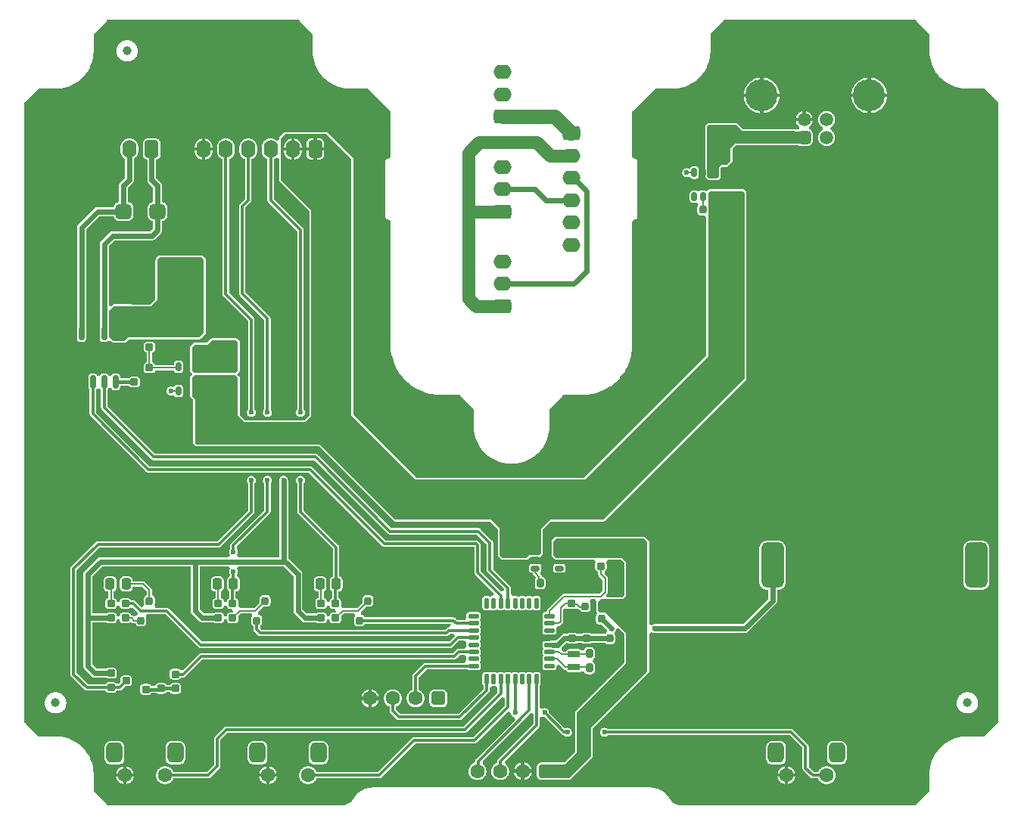
<source format=gtl>
G04*
G04 #@! TF.GenerationSoftware,Altium Limited,Altium Designer,20.1.12 (249)*
G04*
G04 Layer_Physical_Order=1*
G04 Layer_Color=25308*
%FSLAX25Y25*%
%MOIN*%
G70*
G04*
G04 #@! TF.SameCoordinates,1D8D0487-A391-4BDE-A0F4-8CBC614C10EB*
G04*
G04*
G04 #@! TF.FilePolarity,Positive*
G04*
G01*
G75*
%ADD10C,0.00787*%
%ADD12C,0.01181*%
%ADD33R,0.12205X0.09449*%
%ADD46C,0.06299*%
%ADD55C,0.02362*%
G04:AMPARAMS|DCode=56|XSize=39.37mil|YSize=31.5mil|CornerRadius=7.87mil|HoleSize=0mil|Usage=FLASHONLY|Rotation=0.000|XOffset=0mil|YOffset=0mil|HoleType=Round|Shape=RoundedRectangle|*
%AMROUNDEDRECTD56*
21,1,0.03937,0.01575,0,0,0.0*
21,1,0.02362,0.03150,0,0,0.0*
1,1,0.01575,0.01181,-0.00787*
1,1,0.01575,-0.01181,-0.00787*
1,1,0.01575,-0.01181,0.00787*
1,1,0.01575,0.01181,0.00787*
%
%ADD56ROUNDEDRECTD56*%
G04:AMPARAMS|DCode=57|XSize=47.24mil|YSize=19.68mil|CornerRadius=4.92mil|HoleSize=0mil|Usage=FLASHONLY|Rotation=90.000|XOffset=0mil|YOffset=0mil|HoleType=Round|Shape=RoundedRectangle|*
%AMROUNDEDRECTD57*
21,1,0.04724,0.00984,0,0,90.0*
21,1,0.03740,0.01968,0,0,90.0*
1,1,0.00984,0.00492,0.01870*
1,1,0.00984,0.00492,-0.01870*
1,1,0.00984,-0.00492,-0.01870*
1,1,0.00984,-0.00492,0.01870*
%
%ADD57ROUNDEDRECTD57*%
G04:AMPARAMS|DCode=58|XSize=47.24mil|YSize=19.68mil|CornerRadius=4.92mil|HoleSize=0mil|Usage=FLASHONLY|Rotation=180.000|XOffset=0mil|YOffset=0mil|HoleType=Round|Shape=RoundedRectangle|*
%AMROUNDEDRECTD58*
21,1,0.04724,0.00984,0,0,180.0*
21,1,0.03740,0.01968,0,0,180.0*
1,1,0.00984,-0.01870,0.00492*
1,1,0.00984,0.01870,0.00492*
1,1,0.00984,0.01870,-0.00492*
1,1,0.00984,-0.01870,-0.00492*
%
%ADD58ROUNDEDRECTD58*%
G04:AMPARAMS|DCode=59|XSize=35.43mil|YSize=31.5mil|CornerRadius=7.87mil|HoleSize=0mil|Usage=FLASHONLY|Rotation=270.000|XOffset=0mil|YOffset=0mil|HoleType=Round|Shape=RoundedRectangle|*
%AMROUNDEDRECTD59*
21,1,0.03543,0.01575,0,0,270.0*
21,1,0.01968,0.03150,0,0,270.0*
1,1,0.01575,-0.00787,-0.00984*
1,1,0.01575,-0.00787,0.00984*
1,1,0.01575,0.00787,0.00984*
1,1,0.01575,0.00787,-0.00984*
%
%ADD59ROUNDEDRECTD59*%
%ADD60C,0.70000*%
G04:AMPARAMS|DCode=61|XSize=100mil|YSize=200mil|CornerRadius=25mil|HoleSize=0mil|Usage=FLASHONLY|Rotation=180.000|XOffset=0mil|YOffset=0mil|HoleType=Round|Shape=RoundedRectangle|*
%AMROUNDEDRECTD61*
21,1,0.10000,0.15000,0,0,180.0*
21,1,0.05000,0.20000,0,0,180.0*
1,1,0.05000,-0.02500,0.07500*
1,1,0.05000,0.02500,0.07500*
1,1,0.05000,0.02500,-0.07500*
1,1,0.05000,-0.02500,-0.07500*
%
%ADD61ROUNDEDRECTD61*%
%ADD62C,0.03937*%
G04:AMPARAMS|DCode=63|XSize=23.62mil|YSize=39.37mil|CornerRadius=5.91mil|HoleSize=0mil|Usage=FLASHONLY|Rotation=90.000|XOffset=0mil|YOffset=0mil|HoleType=Round|Shape=RoundedRectangle|*
%AMROUNDEDRECTD63*
21,1,0.02362,0.02756,0,0,90.0*
21,1,0.01181,0.03937,0,0,90.0*
1,1,0.01181,0.01378,0.00591*
1,1,0.01181,0.01378,-0.00591*
1,1,0.01181,-0.01378,-0.00591*
1,1,0.01181,-0.01378,0.00591*
%
%ADD63ROUNDEDRECTD63*%
G04:AMPARAMS|DCode=64|XSize=35.43mil|YSize=31.5mil|CornerRadius=7.87mil|HoleSize=0mil|Usage=FLASHONLY|Rotation=0.000|XOffset=0mil|YOffset=0mil|HoleType=Round|Shape=RoundedRectangle|*
%AMROUNDEDRECTD64*
21,1,0.03543,0.01575,0,0,0.0*
21,1,0.01968,0.03150,0,0,0.0*
1,1,0.01575,0.00984,-0.00787*
1,1,0.01575,-0.00984,-0.00787*
1,1,0.01575,-0.00984,0.00787*
1,1,0.01575,0.00984,0.00787*
%
%ADD64ROUNDEDRECTD64*%
G04:AMPARAMS|DCode=65|XSize=39.37mil|YSize=31.5mil|CornerRadius=7.87mil|HoleSize=0mil|Usage=FLASHONLY|Rotation=90.000|XOffset=0mil|YOffset=0mil|HoleType=Round|Shape=RoundedRectangle|*
%AMROUNDEDRECTD65*
21,1,0.03937,0.01575,0,0,90.0*
21,1,0.02362,0.03150,0,0,90.0*
1,1,0.01575,0.00787,0.01181*
1,1,0.01575,0.00787,-0.01181*
1,1,0.01575,-0.00787,-0.01181*
1,1,0.01575,-0.00787,0.01181*
%
%ADD65ROUNDEDRECTD65*%
G04:AMPARAMS|DCode=66|XSize=31.5mil|YSize=27.56mil|CornerRadius=6.89mil|HoleSize=0mil|Usage=FLASHONLY|Rotation=0.000|XOffset=0mil|YOffset=0mil|HoleType=Round|Shape=RoundedRectangle|*
%AMROUNDEDRECTD66*
21,1,0.03150,0.01378,0,0,0.0*
21,1,0.01772,0.02756,0,0,0.0*
1,1,0.01378,0.00886,-0.00689*
1,1,0.01378,-0.00886,-0.00689*
1,1,0.01378,-0.00886,0.00689*
1,1,0.01378,0.00886,0.00689*
%
%ADD66ROUNDEDRECTD66*%
G04:AMPARAMS|DCode=67|XSize=118.11mil|YSize=59.06mil|CornerRadius=14.76mil|HoleSize=0mil|Usage=FLASHONLY|Rotation=180.000|XOffset=0mil|YOffset=0mil|HoleType=Round|Shape=RoundedRectangle|*
%AMROUNDEDRECTD67*
21,1,0.11811,0.02953,0,0,180.0*
21,1,0.08858,0.05906,0,0,180.0*
1,1,0.02953,-0.04429,0.01476*
1,1,0.02953,0.04429,0.01476*
1,1,0.02953,0.04429,-0.01476*
1,1,0.02953,-0.04429,-0.01476*
%
%ADD67ROUNDEDRECTD67*%
G04:AMPARAMS|DCode=68|XSize=31.5mil|YSize=35.43mil|CornerRadius=7.87mil|HoleSize=0mil|Usage=FLASHONLY|Rotation=270.000|XOffset=0mil|YOffset=0mil|HoleType=Round|Shape=RoundedRectangle|*
%AMROUNDEDRECTD68*
21,1,0.03150,0.01968,0,0,270.0*
21,1,0.01575,0.03543,0,0,270.0*
1,1,0.01575,-0.00984,-0.00787*
1,1,0.01575,-0.00984,0.00787*
1,1,0.01575,0.00984,0.00787*
1,1,0.01575,0.00984,-0.00787*
%
%ADD68ROUNDEDRECTD68*%
G04:AMPARAMS|DCode=69|XSize=23.62mil|YSize=59.06mil|CornerRadius=5.91mil|HoleSize=0mil|Usage=FLASHONLY|Rotation=180.000|XOffset=0mil|YOffset=0mil|HoleType=Round|Shape=RoundedRectangle|*
%AMROUNDEDRECTD69*
21,1,0.02362,0.04724,0,0,180.0*
21,1,0.01181,0.05906,0,0,180.0*
1,1,0.01181,-0.00591,0.02362*
1,1,0.01181,0.00591,0.02362*
1,1,0.01181,0.00591,-0.02362*
1,1,0.01181,-0.00591,-0.02362*
%
%ADD69ROUNDEDRECTD69*%
G04:AMPARAMS|DCode=70|XSize=110.24mil|YSize=39.37mil|CornerRadius=9.84mil|HoleSize=0mil|Usage=FLASHONLY|Rotation=180.000|XOffset=0mil|YOffset=0mil|HoleType=Round|Shape=RoundedRectangle|*
%AMROUNDEDRECTD70*
21,1,0.11024,0.01968,0,0,180.0*
21,1,0.09055,0.03937,0,0,180.0*
1,1,0.01968,-0.04528,0.00984*
1,1,0.01968,0.04528,0.00984*
1,1,0.01968,0.04528,-0.00984*
1,1,0.01968,-0.04528,-0.00984*
%
%ADD70ROUNDEDRECTD70*%
G04:AMPARAMS|DCode=71|XSize=23.62mil|YSize=39.37mil|CornerRadius=5.91mil|HoleSize=0mil|Usage=FLASHONLY|Rotation=0.000|XOffset=0mil|YOffset=0mil|HoleType=Round|Shape=RoundedRectangle|*
%AMROUNDEDRECTD71*
21,1,0.02362,0.02756,0,0,0.0*
21,1,0.01181,0.03937,0,0,0.0*
1,1,0.01181,0.00591,-0.01378*
1,1,0.01181,-0.00591,-0.01378*
1,1,0.01181,-0.00591,0.01378*
1,1,0.01181,0.00591,0.01378*
%
%ADD71ROUNDEDRECTD71*%
G04:AMPARAMS|DCode=72|XSize=31.5mil|YSize=35.43mil|CornerRadius=7.87mil|HoleSize=0mil|Usage=FLASHONLY|Rotation=180.000|XOffset=0mil|YOffset=0mil|HoleType=Round|Shape=RoundedRectangle|*
%AMROUNDEDRECTD72*
21,1,0.03150,0.01968,0,0,180.0*
21,1,0.01575,0.03543,0,0,180.0*
1,1,0.01575,-0.00787,0.00984*
1,1,0.01575,0.00787,0.00984*
1,1,0.01575,0.00787,-0.00984*
1,1,0.01575,-0.00787,-0.00984*
%
%ADD72ROUNDEDRECTD72*%
G04:AMPARAMS|DCode=73|XSize=29.53mil|YSize=55.12mil|CornerRadius=7.38mil|HoleSize=0mil|Usage=FLASHONLY|Rotation=90.000|XOffset=0mil|YOffset=0mil|HoleType=Round|Shape=RoundedRectangle|*
%AMROUNDEDRECTD73*
21,1,0.02953,0.04035,0,0,90.0*
21,1,0.01476,0.05512,0,0,90.0*
1,1,0.01476,0.02018,0.00738*
1,1,0.01476,0.02018,-0.00738*
1,1,0.01476,-0.02018,-0.00738*
1,1,0.01476,-0.02018,0.00738*
%
%ADD73ROUNDEDRECTD73*%
G04:AMPARAMS|DCode=74|XSize=51.18mil|YSize=39.37mil|CornerRadius=9.84mil|HoleSize=0mil|Usage=FLASHONLY|Rotation=270.000|XOffset=0mil|YOffset=0mil|HoleType=Round|Shape=RoundedRectangle|*
%AMROUNDEDRECTD74*
21,1,0.05118,0.01968,0,0,270.0*
21,1,0.03150,0.03937,0,0,270.0*
1,1,0.01968,-0.00984,-0.01575*
1,1,0.01968,-0.00984,0.01575*
1,1,0.01968,0.00984,0.01575*
1,1,0.01968,0.00984,-0.01575*
%
%ADD74ROUNDEDRECTD74*%
G04:AMPARAMS|DCode=75|XSize=62.99mil|YSize=137.8mil|CornerRadius=15.75mil|HoleSize=0mil|Usage=FLASHONLY|Rotation=270.000|XOffset=0mil|YOffset=0mil|HoleType=Round|Shape=RoundedRectangle|*
%AMROUNDEDRECTD75*
21,1,0.06299,0.10630,0,0,270.0*
21,1,0.03150,0.13780,0,0,270.0*
1,1,0.03150,-0.05315,-0.01575*
1,1,0.03150,-0.05315,0.01575*
1,1,0.03150,0.05315,0.01575*
1,1,0.03150,0.05315,-0.01575*
%
%ADD75ROUNDEDRECTD75*%
G04:AMPARAMS|DCode=76|XSize=82.68mil|YSize=157.48mil|CornerRadius=20.67mil|HoleSize=0mil|Usage=FLASHONLY|Rotation=270.000|XOffset=0mil|YOffset=0mil|HoleType=Round|Shape=RoundedRectangle|*
%AMROUNDEDRECTD76*
21,1,0.08268,0.11614,0,0,270.0*
21,1,0.04134,0.15748,0,0,270.0*
1,1,0.04134,-0.05807,-0.02067*
1,1,0.04134,-0.05807,0.02067*
1,1,0.04134,0.05807,0.02067*
1,1,0.04134,0.05807,-0.02067*
%
%ADD76ROUNDEDRECTD76*%
G04:AMPARAMS|DCode=77|XSize=66.93mil|YSize=70.87mil|CornerRadius=16.73mil|HoleSize=0mil|Usage=FLASHONLY|Rotation=90.000|XOffset=0mil|YOffset=0mil|HoleType=Round|Shape=RoundedRectangle|*
%AMROUNDEDRECTD77*
21,1,0.06693,0.03740,0,0,90.0*
21,1,0.03347,0.07087,0,0,90.0*
1,1,0.03346,0.01870,0.01673*
1,1,0.03346,0.01870,-0.01673*
1,1,0.03346,-0.01870,-0.01673*
1,1,0.03346,-0.01870,0.01673*
%
%ADD77ROUNDEDRECTD77*%
%ADD78C,0.02362*%
%ADD79C,0.05512*%
%ADD80C,0.06299*%
%ADD81C,0.01575*%
%ADD82R,0.04331X0.05512*%
%ADD83O,0.07874X0.06299*%
G04:AMPARAMS|DCode=84|XSize=62.99mil|YSize=78.74mil|CornerRadius=15.75mil|HoleSize=0mil|Usage=FLASHONLY|Rotation=270.000|XOffset=0mil|YOffset=0mil|HoleType=Round|Shape=RoundedRectangle|*
%AMROUNDEDRECTD84*
21,1,0.06299,0.04724,0,0,270.0*
21,1,0.03150,0.07874,0,0,270.0*
1,1,0.03150,-0.02362,-0.01575*
1,1,0.03150,-0.02362,0.01575*
1,1,0.03150,0.02362,0.01575*
1,1,0.03150,0.02362,-0.01575*
%
%ADD84ROUNDEDRECTD84*%
%ADD85C,0.14173*%
%ADD86C,0.05906*%
G04:AMPARAMS|DCode=87|XSize=59.06mil|YSize=59.06mil|CornerRadius=14.76mil|HoleSize=0mil|Usage=FLASHONLY|Rotation=180.000|XOffset=0mil|YOffset=0mil|HoleType=Round|Shape=RoundedRectangle|*
%AMROUNDEDRECTD87*
21,1,0.05906,0.02953,0,0,180.0*
21,1,0.02953,0.05906,0,0,180.0*
1,1,0.02953,-0.01476,0.01476*
1,1,0.02953,0.01476,0.01476*
1,1,0.02953,0.01476,-0.01476*
1,1,0.02953,-0.01476,-0.01476*
%
%ADD87ROUNDEDRECTD87*%
G04:AMPARAMS|DCode=88|XSize=62.99mil|YSize=62.99mil|CornerRadius=15.75mil|HoleSize=0mil|Usage=FLASHONLY|Rotation=180.000|XOffset=0mil|YOffset=0mil|HoleType=Round|Shape=RoundedRectangle|*
%AMROUNDEDRECTD88*
21,1,0.06299,0.03150,0,0,180.0*
21,1,0.03150,0.06299,0,0,180.0*
1,1,0.03150,-0.01575,0.01575*
1,1,0.03150,0.01575,0.01575*
1,1,0.03150,0.01575,-0.01575*
1,1,0.03150,-0.01575,-0.01575*
%
%ADD88ROUNDEDRECTD88*%
G04:AMPARAMS|DCode=89|XSize=62.99mil|YSize=62.99mil|CornerRadius=15.75mil|HoleSize=0mil|Usage=FLASHONLY|Rotation=270.000|XOffset=0mil|YOffset=0mil|HoleType=Round|Shape=RoundedRectangle|*
%AMROUNDEDRECTD89*
21,1,0.06299,0.03150,0,0,270.0*
21,1,0.03150,0.06299,0,0,270.0*
1,1,0.03150,-0.01575,-0.01575*
1,1,0.03150,-0.01575,0.01575*
1,1,0.03150,0.01575,0.01575*
1,1,0.03150,0.01575,-0.01575*
%
%ADD89ROUNDEDRECTD89*%
%ADD90O,0.06299X0.07874*%
G04:AMPARAMS|DCode=91|XSize=62.99mil|YSize=78.74mil|CornerRadius=15.75mil|HoleSize=0mil|Usage=FLASHONLY|Rotation=180.000|XOffset=0mil|YOffset=0mil|HoleType=Round|Shape=RoundedRectangle|*
%AMROUNDEDRECTD91*
21,1,0.06299,0.04724,0,0,180.0*
21,1,0.03150,0.07874,0,0,180.0*
1,1,0.03150,-0.01575,0.02362*
1,1,0.03150,0.01575,0.02362*
1,1,0.03150,0.01575,-0.02362*
1,1,0.03150,-0.01575,-0.02362*
%
%ADD91ROUNDEDRECTD91*%
G04:AMPARAMS|DCode=92|XSize=70.87mil|YSize=86.61mil|CornerRadius=17.72mil|HoleSize=0mil|Usage=FLASHONLY|Rotation=180.000|XOffset=0mil|YOffset=0mil|HoleType=Round|Shape=RoundedRectangle|*
%AMROUNDEDRECTD92*
21,1,0.07087,0.05118,0,0,180.0*
21,1,0.03543,0.08661,0,0,180.0*
1,1,0.03543,-0.01772,0.02559*
1,1,0.03543,0.01772,0.02559*
1,1,0.03543,0.01772,-0.02559*
1,1,0.03543,-0.01772,-0.02559*
%
%ADD92ROUNDEDRECTD92*%
G36*
X394685Y348387D02*
X394694Y348271D01*
X394730Y348120D01*
X394790Y347977D01*
X394871Y347845D01*
X394971Y347727D01*
X400588Y342111D01*
Y334672D01*
X400587Y334646D01*
X400601Y333954D01*
X400644Y333264D01*
X400715Y332576D01*
X400815Y331891D01*
X400943Y331211D01*
X401099Y330537D01*
X401283Y329870D01*
X401494Y329211D01*
X401732Y328562D01*
X401997Y327923D01*
X402287Y327295D01*
X402604Y326680D01*
X402946Y326079D01*
X403312Y325492D01*
X403702Y324921D01*
X404116Y324366D01*
X404552Y323829D01*
X405010Y323311D01*
X405489Y322812D01*
X405988Y322333D01*
X406506Y321875D01*
X407043Y321439D01*
X407598Y321025D01*
X408169Y320635D01*
X408756Y320269D01*
X409357Y319927D01*
X409972Y319610D01*
X410600Y319319D01*
X411239Y319055D01*
X411889Y318817D01*
X412547Y318605D01*
X413214Y318422D01*
X413888Y318266D01*
X414568Y318138D01*
X415253Y318038D01*
X415941Y317967D01*
X416631Y317924D01*
X417323Y317910D01*
X417348Y317910D01*
X424788D01*
X430404Y312294D01*
X430522Y312193D01*
X430654Y312112D01*
X430797Y312053D01*
X430948Y312017D01*
X431064Y312008D01*
Y38386D01*
X430948Y38377D01*
X430797Y38340D01*
X430654Y38281D01*
X430522Y38200D01*
X430404Y38100D01*
X424788Y32483D01*
X417349D01*
X417323Y32484D01*
X416631Y32470D01*
X415941Y32427D01*
X415253Y32355D01*
X414568Y32256D01*
X413888Y32128D01*
X413214Y31972D01*
X412547Y31788D01*
X411889Y31577D01*
X411239Y31339D01*
X410600Y31074D01*
X409972Y30783D01*
X409357Y30467D01*
X408756Y30125D01*
X408169Y29759D01*
X407598Y29368D01*
X407043Y28955D01*
X406506Y28519D01*
X405988Y28061D01*
X405489Y27582D01*
X405010Y27083D01*
X404552Y26564D01*
X404116Y26027D01*
X403702Y25473D01*
X403312Y24902D01*
X402946Y24315D01*
X402604Y23713D01*
X402287Y23098D01*
X401997Y22471D01*
X401732Y21832D01*
X401494Y21182D01*
X401283Y20523D01*
X401099Y19856D01*
X400943Y19183D01*
X400815Y18503D01*
X400715Y17818D01*
X400644Y17130D01*
X400601Y16440D01*
X400587Y15748D01*
X400588Y15722D01*
Y8283D01*
X394971Y2667D01*
X394870Y2549D01*
X394790Y2417D01*
X394730Y2273D01*
X394694Y2123D01*
X394685Y2007D01*
X290954D01*
X290192Y2107D01*
X289449Y2306D01*
X288738Y2601D01*
X288072Y2985D01*
X287462Y3453D01*
X286918Y3997D01*
X286450Y4608D01*
X286258Y4941D01*
X286236Y4966D01*
X286224Y4997D01*
X285952Y5434D01*
X285884Y5507D01*
X285840Y5596D01*
X285213Y6414D01*
X285113Y6501D01*
X285039Y6611D01*
X284311Y7339D01*
X284201Y7413D01*
X284114Y7512D01*
X283297Y8139D01*
X283178Y8198D01*
X283078Y8285D01*
X282187Y8800D01*
X282061Y8843D01*
X281951Y8916D01*
X280999Y9310D01*
X280870Y9336D01*
X280751Y9395D01*
X279756Y9661D01*
X279624Y9670D01*
X279499Y9713D01*
X278477Y9847D01*
X278378Y9841D01*
X278281Y9863D01*
X277766Y9880D01*
X277733Y9875D01*
X277700Y9881D01*
X155370D01*
X155338Y9875D01*
X155305Y9880D01*
X154790Y9863D01*
X154693Y9841D01*
X154594Y9847D01*
X153572Y9713D01*
X153447Y9670D01*
X153315Y9661D01*
X152320Y9395D01*
X152201Y9336D01*
X152071Y9310D01*
X151120Y8916D01*
X151010Y8843D01*
X150884Y8800D01*
X149992Y8285D01*
X149893Y8198D01*
X149774Y8139D01*
X148957Y7512D01*
X148870Y7413D01*
X148760Y7339D01*
X148031Y6611D01*
X147958Y6501D01*
X147858Y6414D01*
X147231Y5596D01*
X147187Y5507D01*
X147119Y5434D01*
X146847Y4997D01*
X146835Y4966D01*
X146813Y4941D01*
X146621Y4608D01*
X146153Y3997D01*
X145609Y3453D01*
X144999Y2985D01*
X144333Y2601D01*
X143622Y2306D01*
X142879Y2107D01*
X142117Y2007D01*
X38386D01*
X38377Y2123D01*
X38340Y2274D01*
X38281Y2417D01*
X38200Y2549D01*
X38100Y2667D01*
X32483Y8283D01*
Y15721D01*
X32484Y15748D01*
X32469Y16440D01*
X32427Y17130D01*
X32355Y17818D01*
X32256Y18503D01*
X32128Y19183D01*
X31972Y19856D01*
X31788Y20523D01*
X31577Y21182D01*
X31339Y21832D01*
X31074Y22471D01*
X30783Y23098D01*
X30467Y23713D01*
X30125Y24315D01*
X29759Y24902D01*
X29368Y25473D01*
X28955Y26027D01*
X28519Y26564D01*
X28061Y27083D01*
X27582Y27582D01*
X27083Y28061D01*
X26564Y28519D01*
X26027Y28955D01*
X25473Y29368D01*
X24902Y29759D01*
X24315Y30125D01*
X23713Y30467D01*
X23098Y30783D01*
X22471Y31074D01*
X21832Y31339D01*
X21182Y31577D01*
X20523Y31788D01*
X19856Y31972D01*
X19183Y32128D01*
X18503Y32256D01*
X17818Y32355D01*
X17130Y32427D01*
X16440Y32470D01*
X15748Y32484D01*
X15722Y32483D01*
X8283D01*
X2667Y38100D01*
X2549Y38200D01*
X2417Y38281D01*
X2273Y38341D01*
X2123Y38377D01*
X2007Y38386D01*
Y312008D01*
X2123Y312017D01*
X2274Y312053D01*
X2417Y312112D01*
X2549Y312193D01*
X2667Y312294D01*
X8283Y317910D01*
X15721D01*
X15748Y317910D01*
X16440Y317924D01*
X17130Y317967D01*
X17818Y318038D01*
X18503Y318138D01*
X19183Y318266D01*
X19856Y318422D01*
X20523Y318605D01*
X21182Y318817D01*
X21832Y319055D01*
X22471Y319319D01*
X23098Y319610D01*
X23713Y319927D01*
X24315Y320269D01*
X24902Y320635D01*
X25473Y321025D01*
X26027Y321439D01*
X26564Y321875D01*
X27083Y322333D01*
X27582Y322812D01*
X28061Y323311D01*
X28519Y323829D01*
X28955Y324366D01*
X29368Y324921D01*
X29759Y325492D01*
X30125Y326079D01*
X30467Y326680D01*
X30783Y327295D01*
X31074Y327923D01*
X31339Y328562D01*
X31577Y329211D01*
X31788Y329870D01*
X31972Y330537D01*
X32128Y331211D01*
X32256Y331891D01*
X32355Y332576D01*
X32427Y333264D01*
X32469Y333954D01*
X32484Y334646D01*
X32483Y334671D01*
Y342111D01*
X38100Y347727D01*
X38200Y347845D01*
X38281Y347977D01*
X38340Y348120D01*
X38377Y348271D01*
X38386Y348387D01*
X123031D01*
X123041Y348271D01*
X123077Y348120D01*
X123136Y347977D01*
X123217Y347845D01*
X123318Y347727D01*
X128934Y342111D01*
Y334672D01*
X128933Y334646D01*
X128948Y333954D01*
X128991Y333264D01*
X129062Y332576D01*
X129162Y331891D01*
X129290Y331211D01*
X129446Y330537D01*
X129629Y329870D01*
X129840Y329211D01*
X130078Y328562D01*
X130343Y327923D01*
X130634Y327295D01*
X130950Y326680D01*
X131292Y326079D01*
X131659Y325492D01*
X132049Y324921D01*
X132462Y324366D01*
X132898Y323829D01*
X133356Y323311D01*
X133835Y322812D01*
X134334Y322333D01*
X134853Y321875D01*
X135390Y321439D01*
X135944Y321025D01*
X136516Y320635D01*
X137102Y320269D01*
X137704Y319927D01*
X138319Y319610D01*
X138947Y319319D01*
X139586Y319055D01*
X140235Y318817D01*
X140894Y318605D01*
X141561Y318422D01*
X142235Y318266D01*
X142915Y318138D01*
X143599Y318038D01*
X144287Y317967D01*
X144978Y317924D01*
X145669Y317910D01*
X145695Y317910D01*
X153134D01*
X162688Y308357D01*
X162805Y308256D01*
X162938Y308175D01*
X163081Y308116D01*
X163231Y308080D01*
X163383Y308068D01*
Y287875D01*
X163212Y287611D01*
X163143Y287539D01*
X162655Y287188D01*
X162205Y287012D01*
X162019Y286997D01*
X161839Y286953D01*
X161667Y286882D01*
X161508Y286785D01*
X161367Y286665D01*
X161246Y286523D01*
X161149Y286365D01*
X161078Y286193D01*
X161035Y286012D01*
X161020Y285827D01*
Y261417D01*
X161035Y261232D01*
X161078Y261051D01*
X161149Y260879D01*
X161246Y260721D01*
X161367Y260580D01*
X161508Y260459D01*
X161667Y260362D01*
X161839Y260291D01*
X162019Y260247D01*
X162205Y260233D01*
X162655Y260056D01*
X163143Y259705D01*
X163212Y259634D01*
X163383Y259369D01*
X163383Y204724D01*
X163383Y203434D01*
X163384Y203416D01*
X163383Y203397D01*
X163390Y203306D01*
X163395Y203213D01*
X163398Y203195D01*
X163400Y203177D01*
X163736Y200618D01*
X163740Y200600D01*
X163742Y200582D01*
X163760Y200491D01*
X163777Y200401D01*
X163783Y200384D01*
X163787Y200365D01*
X164455Y197873D01*
X164460Y197855D01*
X164464Y197837D01*
X164495Y197751D01*
X164524Y197663D01*
X164531Y197646D01*
X164538Y197629D01*
X165525Y195245D01*
X165533Y195228D01*
X165539Y195211D01*
X165581Y195129D01*
X165621Y195045D01*
X165631Y195030D01*
X165639Y195013D01*
X166929Y192779D01*
X166939Y192763D01*
X166948Y192747D01*
X167000Y192671D01*
X167050Y192594D01*
X167062Y192579D01*
X167072Y192564D01*
X168643Y190517D01*
X168655Y190503D01*
X168666Y190488D01*
X168728Y190419D01*
X168788Y190349D01*
X168801Y190337D01*
X168813Y190323D01*
X170638Y188498D01*
X170652Y188486D01*
X170664Y188473D01*
X170734Y188412D01*
X170803Y188351D01*
X170818Y188340D01*
X170832Y188328D01*
X172879Y186758D01*
X172895Y186747D01*
X172909Y186735D01*
X172986Y186685D01*
X173062Y186633D01*
X173078Y186624D01*
X173094Y186614D01*
X175328Y185324D01*
X175345Y185316D01*
X175361Y185306D01*
X175443Y185266D01*
X175526Y185224D01*
X175543Y185218D01*
X175560Y185210D01*
X177944Y184222D01*
X177961Y184216D01*
X177978Y184209D01*
X178066Y184180D01*
X178152Y184150D01*
X178170Y184145D01*
X178188Y184140D01*
X180680Y183472D01*
X180699Y183468D01*
X180716Y183463D01*
X180806Y183446D01*
X180897Y183427D01*
X180915Y183425D01*
X180933Y183421D01*
X183492Y183085D01*
X183510Y183083D01*
X183528Y183080D01*
X183620Y183075D01*
X183712Y183068D01*
X183731Y183069D01*
X183749Y183068D01*
X185039Y183068D01*
X193874D01*
X193895Y183046D01*
X193907Y182891D01*
X193943Y182741D01*
X194002Y182597D01*
X194083Y182465D01*
X194184Y182348D01*
X199800Y176731D01*
Y169291D01*
X199800D01*
X199814Y168600D01*
X199857Y167909D01*
X199928Y167221D01*
X200028Y166537D01*
X200156Y165857D01*
X200312Y165183D01*
X200495Y164516D01*
X200706Y163857D01*
X200944Y163208D01*
X201209Y162569D01*
X201500Y161941D01*
X201817Y161326D01*
X202158Y160724D01*
X202525Y160138D01*
X202915Y159566D01*
X203328Y159012D01*
X203765Y158475D01*
X204222Y157956D01*
X204701Y157457D01*
X205201Y156978D01*
X205719Y156520D01*
X206256Y156084D01*
X206811Y155671D01*
X207382Y155281D01*
X207969Y154914D01*
X208570Y154573D01*
X209185Y154256D01*
X209813Y153965D01*
X210452Y153700D01*
X211101Y153462D01*
X211760Y153251D01*
X212427Y153068D01*
X213101Y152912D01*
X213781Y152784D01*
X214465Y152684D01*
X215153Y152613D01*
X215844Y152570D01*
X216535Y152556D01*
X217227Y152570D01*
X217917Y152613D01*
X218605Y152684D01*
X219290Y152784D01*
X219970Y152912D01*
X220644Y153068D01*
X221311Y153251D01*
X221970Y153462D01*
X222619Y153700D01*
X223258Y153965D01*
X223886Y154256D01*
X224501Y154573D01*
X225102Y154914D01*
X225689Y155281D01*
X226260Y155671D01*
X226815Y156084D01*
X227352Y156520D01*
X227870Y156978D01*
X228369Y157457D01*
X228848Y157956D01*
X229306Y158475D01*
X229742Y159012D01*
X230156Y159566D01*
X230546Y160138D01*
X230912Y160724D01*
X231254Y161326D01*
X231571Y161941D01*
X231862Y162569D01*
X232126Y163208D01*
X232365Y163857D01*
X232575Y164516D01*
X232759Y165183D01*
X232915Y165857D01*
X233043Y166537D01*
X233143Y167221D01*
X233214Y167909D01*
X233257Y168600D01*
X233271Y169291D01*
X233271D01*
Y176756D01*
X238887Y182373D01*
X238988Y182491D01*
X239069Y182623D01*
X239128Y182766D01*
X239164Y182916D01*
X239176Y183068D01*
X248031Y183068D01*
X249322Y183068D01*
X249340Y183069D01*
X249359Y183068D01*
X249450Y183075D01*
X249542Y183080D01*
X249561Y183083D01*
X249579Y183085D01*
X252137Y183421D01*
X252155Y183425D01*
X252174Y183427D01*
X252264Y183446D01*
X252355Y183463D01*
X252372Y183468D01*
X252390Y183472D01*
X254883Y184140D01*
X254900Y184145D01*
X254918Y184150D01*
X255005Y184180D01*
X255093Y184209D01*
X255110Y184216D01*
X255127Y184222D01*
X257511Y185210D01*
X257528Y185218D01*
X257545Y185224D01*
X257627Y185266D01*
X257710Y185306D01*
X257726Y185316D01*
X257742Y185324D01*
X259977Y186614D01*
X259993Y186625D01*
X260009Y186633D01*
X260085Y186685D01*
X260162Y186735D01*
X260176Y186747D01*
X260192Y186758D01*
X262239Y188328D01*
X262253Y188340D01*
X262268Y188351D01*
X262337Y188413D01*
X262406Y188473D01*
X262419Y188486D01*
X262433Y188498D01*
X264257Y190323D01*
X264270Y190337D01*
X264283Y190349D01*
X264343Y190419D01*
X264405Y190488D01*
X264415Y190503D01*
X264427Y190517D01*
X265998Y192564D01*
X266009Y192580D01*
X266020Y192594D01*
X266071Y192671D01*
X266123Y192747D01*
X266131Y192763D01*
X266142Y192779D01*
X267432Y195013D01*
X267440Y195030D01*
X267450Y195045D01*
X267490Y195129D01*
X267531Y195211D01*
X267538Y195228D01*
X267546Y195245D01*
X268533Y197629D01*
X268539Y197646D01*
X268547Y197663D01*
X268576Y197751D01*
X268606Y197837D01*
X268610Y197855D01*
X268616Y197873D01*
X269284Y200365D01*
X269288Y200384D01*
X269293Y200401D01*
X269310Y200491D01*
X269329Y200582D01*
X269331Y200600D01*
X269334Y200618D01*
X269671Y203177D01*
X269673Y203195D01*
X269676Y203213D01*
X269681Y203306D01*
X269688Y203397D01*
X269687Y203416D01*
X269688Y203434D01*
Y204724D01*
Y259369D01*
X269859Y259634D01*
X269928Y259705D01*
X270416Y260056D01*
X270866Y260233D01*
X271052Y260247D01*
X271232Y260291D01*
X271404Y260362D01*
X271563Y260459D01*
X271704Y260580D01*
X271825Y260721D01*
X271922Y260879D01*
X271993Y261051D01*
X272036Y261232D01*
X272051Y261417D01*
Y285827D01*
X272036Y286012D01*
X271993Y286193D01*
X271922Y286365D01*
X271825Y286523D01*
X271704Y286665D01*
X271563Y286785D01*
X271404Y286882D01*
X271232Y286953D01*
X271052Y286997D01*
X270866Y287012D01*
X270416Y287188D01*
X269928Y287539D01*
X269859Y287610D01*
X269688Y287875D01*
Y308068D01*
X269840Y308080D01*
X269990Y308116D01*
X270133Y308175D01*
X270265Y308256D01*
X270383Y308357D01*
X279937Y317910D01*
X287375D01*
X287402Y317910D01*
X288093Y317924D01*
X288784Y317967D01*
X289472Y318038D01*
X290156Y318138D01*
X290836Y318266D01*
X291510Y318422D01*
X292177Y318605D01*
X292836Y318817D01*
X293485Y319055D01*
X294124Y319319D01*
X294752Y319610D01*
X295367Y319927D01*
X295968Y320269D01*
X296555Y320635D01*
X297126Y321025D01*
X297681Y321439D01*
X298218Y321875D01*
X298736Y322333D01*
X299236Y322812D01*
X299714Y323311D01*
X300172Y323829D01*
X300608Y324366D01*
X301022Y324921D01*
X301412Y325492D01*
X301779Y326079D01*
X302120Y326680D01*
X302437Y327295D01*
X302728Y327923D01*
X302993Y328562D01*
X303231Y329211D01*
X303442Y329870D01*
X303625Y330537D01*
X303781Y331211D01*
X303909Y331891D01*
X304009Y332576D01*
X304080Y333264D01*
X304123Y333954D01*
X304137Y334646D01*
X304137Y334671D01*
Y342111D01*
X309753Y347727D01*
X309854Y347845D01*
X309935Y347977D01*
X309994Y348120D01*
X310030Y348271D01*
X310039Y348387D01*
X394685Y348387D01*
D02*
G37*
%LPC*%
G36*
X47244Y339374D02*
X46873Y339359D01*
X46505Y339316D01*
X46140Y339243D01*
X45783Y339142D01*
X45435Y339014D01*
X45098Y338858D01*
X44774Y338677D01*
X44465Y338471D01*
X44173Y338241D01*
X43901Y337989D01*
X43649Y337716D01*
X43419Y337425D01*
X43213Y337116D01*
X43031Y336792D01*
X42876Y336455D01*
X42747Y336107D01*
X42647Y335749D01*
X42574Y335385D01*
X42531Y335017D01*
X42516Y334646D01*
X42531Y334275D01*
X42574Y333906D01*
X42647Y333542D01*
X42747Y333185D01*
X42876Y332836D01*
X43031Y332499D01*
X43213Y332175D01*
X43419Y331867D01*
X43649Y331575D01*
X43901Y331302D01*
X44173Y331050D01*
X44465Y330821D01*
X44774Y330614D01*
X45098Y330433D01*
X45435Y330277D01*
X45783Y330149D01*
X46140Y330048D01*
X46505Y329976D01*
X46873Y329932D01*
X47244Y329918D01*
X47615Y329932D01*
X47984Y329976D01*
X48348Y330048D01*
X48705Y330149D01*
X49053Y330277D01*
X49391Y330433D01*
X49714Y330614D01*
X50023Y330821D01*
X50315Y331050D01*
X50587Y331302D01*
X50839Y331575D01*
X51069Y331867D01*
X51275Y332175D01*
X51457Y332499D01*
X51612Y332836D01*
X51741Y333185D01*
X51841Y333542D01*
X51914Y333906D01*
X51958Y334275D01*
X51972Y334646D01*
X51958Y335017D01*
X51914Y335385D01*
X51841Y335749D01*
X51741Y336107D01*
X51612Y336455D01*
X51457Y336792D01*
X51275Y337116D01*
X51069Y337425D01*
X50839Y337716D01*
X50587Y337989D01*
X50315Y338241D01*
X50023Y338471D01*
X49714Y338677D01*
X49391Y338858D01*
X49053Y339014D01*
X48705Y339142D01*
X48348Y339243D01*
X47984Y339316D01*
X47615Y339359D01*
X47244Y339374D01*
D02*
G37*
G36*
X374882Y322835D02*
Y315787D01*
X381929D01*
X381915Y315950D01*
X381843Y316420D01*
X381743Y316885D01*
X381615Y317344D01*
X381460Y317793D01*
X381278Y318233D01*
X381070Y318661D01*
X380836Y319075D01*
X380578Y319475D01*
X380296Y319858D01*
X379991Y320224D01*
X379665Y320570D01*
X379318Y320897D01*
X378953Y321201D01*
X378570Y321483D01*
X378170Y321742D01*
X377755Y321975D01*
X377328Y322184D01*
X376888Y322366D01*
X376438Y322521D01*
X375980Y322649D01*
X375515Y322749D01*
X375044Y322820D01*
X374882Y322835D01*
D02*
G37*
G36*
X327480D02*
Y315787D01*
X334528D01*
X334513Y315950D01*
X334441Y316420D01*
X334342Y316885D01*
X334214Y317344D01*
X334059Y317793D01*
X333876Y318233D01*
X333668Y318661D01*
X333434Y319075D01*
X333176Y319475D01*
X332894Y319858D01*
X332589Y320224D01*
X332263Y320570D01*
X331917Y320897D01*
X331551Y321201D01*
X331168Y321483D01*
X330768Y321742D01*
X330354Y321975D01*
X329926Y322184D01*
X329486Y322366D01*
X329036Y322521D01*
X328578Y322649D01*
X328113Y322749D01*
X327642Y322820D01*
X327480Y322835D01*
D02*
G37*
G36*
X325905Y322835D02*
X325743Y322820D01*
X325273Y322749D01*
X324808Y322649D01*
X324349Y322521D01*
X323900Y322366D01*
X323460Y322184D01*
X323032Y321975D01*
X322618Y321742D01*
X322218Y321483D01*
X321835Y321201D01*
X321469Y320897D01*
X321123Y320570D01*
X320796Y320224D01*
X320492Y319858D01*
X320210Y319475D01*
X319951Y319075D01*
X319718Y318661D01*
X319509Y318233D01*
X319327Y317793D01*
X319172Y317344D01*
X319044Y316885D01*
X318944Y316420D01*
X318873Y315950D01*
X318858Y315787D01*
X325905D01*
Y322835D01*
D02*
G37*
G36*
X373307Y322835D02*
X373145Y322820D01*
X372674Y322749D01*
X372209Y322649D01*
X371751Y322521D01*
X371301Y322366D01*
X370861Y322184D01*
X370434Y321975D01*
X370019Y321742D01*
X369619Y321483D01*
X369236Y321201D01*
X368871Y320897D01*
X368524Y320570D01*
X368198Y320224D01*
X367893Y319858D01*
X367611Y319475D01*
X367353Y319075D01*
X367119Y318661D01*
X366911Y318233D01*
X366729Y317793D01*
X366574Y317344D01*
X366446Y316885D01*
X366346Y316420D01*
X366274Y315950D01*
X366260Y315787D01*
X373307D01*
Y322835D01*
D02*
G37*
G36*
X325905Y314213D02*
X318858D01*
X318873Y314051D01*
X318944Y313580D01*
X319044Y313115D01*
X319172Y312656D01*
X319327Y312207D01*
X319509Y311767D01*
X319718Y311339D01*
X319951Y310925D01*
X320210Y310525D01*
X320492Y310142D01*
X320796Y309776D01*
X321123Y309430D01*
X321469Y309103D01*
X321835Y308799D01*
X322218Y308517D01*
X322618Y308259D01*
X323032Y308025D01*
X323460Y307816D01*
X323900Y307634D01*
X324349Y307479D01*
X324808Y307351D01*
X325273Y307251D01*
X325743Y307180D01*
X325905Y307165D01*
Y314213D01*
D02*
G37*
G36*
X381929D02*
X374882D01*
Y307165D01*
X375044Y307180D01*
X375515Y307251D01*
X375980Y307351D01*
X376438Y307479D01*
X376888Y307634D01*
X377328Y307816D01*
X377755Y308025D01*
X378170Y308259D01*
X378570Y308517D01*
X378953Y308799D01*
X379318Y309103D01*
X379665Y309430D01*
X379991Y309776D01*
X380296Y310142D01*
X380578Y310525D01*
X380836Y310925D01*
X381070Y311339D01*
X381278Y311767D01*
X381460Y312207D01*
X381615Y312656D01*
X381743Y313115D01*
X381843Y313580D01*
X381915Y314051D01*
X381929Y314213D01*
D02*
G37*
G36*
X373307D02*
X366260D01*
X366274Y314051D01*
X366346Y313580D01*
X366446Y313115D01*
X366574Y312656D01*
X366729Y312207D01*
X366911Y311767D01*
X367119Y311339D01*
X367353Y310925D01*
X367611Y310525D01*
X367893Y310142D01*
X368198Y309776D01*
X368524Y309430D01*
X368871Y309103D01*
X369236Y308799D01*
X369619Y308517D01*
X370019Y308259D01*
X370434Y308025D01*
X370861Y307816D01*
X371301Y307634D01*
X371751Y307479D01*
X372209Y307351D01*
X372674Y307251D01*
X373145Y307180D01*
X373307Y307165D01*
Y314213D01*
D02*
G37*
G36*
X334528D02*
X327480D01*
Y307165D01*
X327642Y307180D01*
X328113Y307251D01*
X328578Y307351D01*
X329036Y307479D01*
X329486Y307634D01*
X329926Y307816D01*
X330354Y308025D01*
X330768Y308259D01*
X331168Y308517D01*
X331551Y308799D01*
X331917Y309103D01*
X332263Y309430D01*
X332589Y309776D01*
X332894Y310142D01*
X333176Y310525D01*
X333434Y310925D01*
X333668Y311339D01*
X333876Y311767D01*
X334059Y312207D01*
X334214Y312656D01*
X334342Y313115D01*
X334441Y313580D01*
X334513Y314051D01*
X334528Y314213D01*
D02*
G37*
G36*
X346260Y307987D02*
Y305118D01*
X349129D01*
X349089Y305300D01*
X348990Y305611D01*
X348865Y305913D01*
X348715Y306203D01*
X348539Y306478D01*
X348340Y306737D01*
X348120Y306978D01*
X347879Y307199D01*
X347620Y307397D01*
X347344Y307573D01*
X347055Y307724D01*
X346753Y307849D01*
X346441Y307947D01*
X346260Y307987D01*
D02*
G37*
G36*
X344685Y307987D02*
X344503Y307947D01*
X344192Y307849D01*
X343890Y307724D01*
X343601Y307573D01*
X343325Y307397D01*
X343066Y307199D01*
X342825Y306978D01*
X342605Y306737D01*
X342406Y306478D01*
X342230Y306203D01*
X342079Y305913D01*
X341954Y305611D01*
X341856Y305300D01*
X341816Y305118D01*
X344685D01*
Y307987D01*
D02*
G37*
G36*
X349129Y303543D02*
X345472D01*
X341816D01*
X341856Y303362D01*
X341954Y303050D01*
X342079Y302748D01*
X342230Y302459D01*
X342406Y302183D01*
X342605Y301924D01*
X342825Y301683D01*
X343066Y301463D01*
X343280Y301299D01*
X343319Y301082D01*
X343268Y300367D01*
X343106Y300015D01*
X343080Y300004D01*
X341224D01*
X341224Y300004D01*
X322103Y300004D01*
X322081Y300002D01*
X322059Y300003D01*
X322047Y300002D01*
X322036Y300003D01*
X322013Y300002D01*
X321991Y300004D01*
X318438D01*
X315914Y302528D01*
X315794Y302626D01*
X315657Y302699D01*
X315509Y302745D01*
X315354Y302760D01*
X303543Y302760D01*
X303389Y302745D01*
X303240Y302699D01*
X303104Y302626D01*
X302984Y302528D01*
X302197Y301741D01*
X302098Y301621D01*
X302025Y301484D01*
X301980Y301336D01*
X301965Y301181D01*
X301965Y282327D01*
X301967Y282301D01*
X301967Y282276D01*
X301968Y282258D01*
Y279554D01*
X301967Y279536D01*
X301967Y279510D01*
X301965Y279484D01*
Y279134D01*
X301980Y278980D01*
X301980Y278980D01*
Y278980D01*
X302000Y278913D01*
X302025Y278831D01*
X302025Y278831D01*
X302098Y278695D01*
X302197Y278575D01*
X302984Y277787D01*
X302984Y277787D01*
X302984Y277787D01*
X303021Y277757D01*
X303104Y277689D01*
X303240Y277615D01*
X303240Y277615D01*
X303389Y277571D01*
X303389Y277571D01*
X303389Y277570D01*
X303543Y277555D01*
X303543Y277555D01*
X303543Y277555D01*
X307087Y277555D01*
X307241Y277571D01*
X307389Y277615D01*
X307526Y277689D01*
X307646Y277787D01*
X308434Y278574D01*
X308532Y278694D01*
X308605Y278831D01*
X308650Y278979D01*
X308665Y279134D01*
Y282875D01*
X309191Y283461D01*
X311139Y283461D01*
X311293Y283476D01*
X311442Y283521D01*
X311578Y283594D01*
X311698Y283693D01*
X313552Y285546D01*
X313650Y285666D01*
X313723Y285803D01*
X313768Y285951D01*
X313783Y286105D01*
X313783Y291405D01*
X315288Y292910D01*
X319488Y292910D01*
X340157Y292910D01*
X340158Y292910D01*
X343080D01*
X343247Y292840D01*
X343492Y292770D01*
X343742Y292727D01*
X343996Y292713D01*
X346949D01*
X347203Y292727D01*
X347453Y292770D01*
X347698Y292840D01*
X347933Y292937D01*
X348155Y293060D01*
X348362Y293208D01*
X348552Y293377D01*
X348722Y293567D01*
X348869Y293774D01*
X348992Y293997D01*
X349089Y294232D01*
X349159Y294476D01*
X349202Y294726D01*
X349216Y294980D01*
Y297933D01*
X349202Y298187D01*
X349159Y298438D01*
X349089Y298682D01*
X348992Y298917D01*
X348869Y299139D01*
X348722Y299347D01*
X348552Y299536D01*
X348362Y299706D01*
X348155Y299853D01*
X347933Y299976D01*
X347839Y300015D01*
X347677Y300367D01*
X347625Y301082D01*
X347665Y301299D01*
X347879Y301463D01*
X348120Y301683D01*
X348340Y301924D01*
X348539Y302183D01*
X348715Y302459D01*
X348865Y302748D01*
X348990Y303050D01*
X349089Y303362D01*
X349129Y303543D01*
D02*
G37*
G36*
X116929Y298823D02*
X116775Y298808D01*
X116626Y298762D01*
X116490Y298689D01*
X116370Y298591D01*
X114401Y296622D01*
X114303Y296502D01*
X114230Y296366D01*
X114185Y296217D01*
X114169Y296063D01*
Y295624D01*
X113813Y295357D01*
X112988Y295125D01*
X112966Y295145D01*
X112693Y295354D01*
X112403Y295539D01*
X112099Y295697D01*
X111781Y295829D01*
X111453Y295933D01*
X111117Y296007D01*
X110776Y296052D01*
X110433Y296067D01*
X110090Y296052D01*
X109749Y296007D01*
X109413Y295933D01*
X109085Y295829D01*
X108768Y295697D01*
X108463Y295539D01*
X108173Y295354D01*
X107900Y295145D01*
X107647Y294913D01*
X107414Y294659D01*
X107205Y294386D01*
X107020Y294096D01*
X106861Y293791D01*
X106730Y293474D01*
X106627Y293146D01*
X106552Y292810D01*
X106507Y292470D01*
X106492Y292126D01*
Y290551D01*
X106507Y290208D01*
X106552Y289867D01*
X106627Y289531D01*
X106730Y289203D01*
X106861Y288886D01*
X107020Y288581D01*
X107205Y288291D01*
X107414Y288018D01*
X107647Y287765D01*
X107900Y287532D01*
X108173Y287323D01*
X108463Y287138D01*
X108768Y286980D01*
X109052Y286862D01*
Y268701D01*
X109064Y268521D01*
X109099Y268343D01*
X109157Y268172D01*
X109237Y268010D01*
X109337Y267860D01*
X109457Y267724D01*
X122241Y254940D01*
Y176603D01*
X122228Y176591D01*
X122081Y176426D01*
X121953Y176246D01*
X121846Y176052D01*
X121761Y175848D01*
X121700Y175636D01*
X121663Y175418D01*
X121651Y175197D01*
X121663Y174976D01*
X121700Y174758D01*
X121761Y174546D01*
X121846Y174341D01*
X121953Y174148D01*
X122081Y173968D01*
X122228Y173803D01*
X122393Y173655D01*
X122573Y173527D01*
X122767Y173421D01*
X122971Y173336D01*
X123183Y173275D01*
X123401Y173238D01*
X123622Y173225D01*
X123843Y173238D01*
X124061Y173275D01*
X124273Y173336D01*
X124478Y173421D01*
X124671Y173527D01*
X124851Y173655D01*
X125016Y173803D01*
X125163Y173968D01*
X125292Y174148D01*
X125398Y174341D01*
X125483Y174546D01*
X125544Y174758D01*
X125581Y174976D01*
X125594Y175197D01*
X125581Y175418D01*
X125544Y175636D01*
X125483Y175848D01*
X125398Y176052D01*
X125292Y176246D01*
X125163Y176426D01*
X125016Y176591D01*
X125003Y176603D01*
Y255512D01*
X124991Y255692D01*
X124956Y255869D01*
X124898Y256040D01*
X124818Y256202D01*
X124718Y256352D01*
X124599Y256488D01*
X111814Y269273D01*
Y286862D01*
X112099Y286980D01*
X112403Y287138D01*
X112693Y287323D01*
X112966Y287532D01*
X112988Y287553D01*
X113813Y287320D01*
X114169Y287053D01*
Y277559D01*
X114185Y277405D01*
X114230Y277256D01*
X114303Y277120D01*
X114401Y277000D01*
X127555Y263845D01*
X127555Y239031D01*
X127557Y239009D01*
X127557Y238986D01*
X127557Y238976D01*
X127557Y238966D01*
X127557Y238944D01*
X127555Y238922D01*
X127555Y202818D01*
X127555Y178401D01*
X127557Y178379D01*
X127557Y178357D01*
X127557Y178347D01*
X127557Y178336D01*
X127557Y178314D01*
X127555Y178292D01*
Y173950D01*
X125263Y171657D01*
X99147Y171657D01*
X96854Y173950D01*
X96854Y175984D01*
X96854Y175984D01*
X96854Y190551D01*
X96839Y190706D01*
X96794Y190854D01*
X96721Y190991D01*
X96623Y191111D01*
X95607Y192126D01*
X96622Y193141D01*
X96721Y193261D01*
X96794Y193398D01*
X96839Y193546D01*
X96854Y193701D01*
X96854Y201181D01*
X96854Y206299D01*
X96839Y206454D01*
X96794Y206602D01*
X96721Y206739D01*
X96622Y206859D01*
X95835Y207646D01*
X95715Y207745D01*
X95578Y207818D01*
X95430Y207863D01*
X95275Y207878D01*
X84646Y207878D01*
X84491Y207863D01*
X84343Y207818D01*
X84206Y207745D01*
X84086Y207646D01*
X82349Y205909D01*
X76772Y205909D01*
X76617Y205894D01*
X76469Y205849D01*
X76332Y205776D01*
X76212Y205678D01*
X75228Y204693D01*
X75129Y204573D01*
X75056Y204437D01*
X75011Y204288D01*
X74996Y204134D01*
X74996Y193504D01*
X75011Y193350D01*
X75056Y193201D01*
X75129Y193064D01*
X75228Y192944D01*
X76046Y192126D01*
X75228Y191307D01*
X75129Y191188D01*
X75056Y191051D01*
X75011Y190902D01*
X74996Y190748D01*
X74996Y182480D01*
X75011Y182326D01*
X75056Y182177D01*
X75129Y182041D01*
X75228Y181921D01*
X76374Y180775D01*
X76374Y161811D01*
X76389Y161657D01*
X76434Y161508D01*
X76508Y161371D01*
X76606Y161251D01*
X77393Y160464D01*
X77513Y160366D01*
X77513Y160366D01*
X77581Y160330D01*
X77650Y160293D01*
X77650Y160293D01*
X77798Y160248D01*
X77952Y160233D01*
X83071Y160232D01*
X83073Y160232D01*
X131956D01*
X164795Y127393D01*
X164915Y127295D01*
X165052Y127222D01*
X165200Y127177D01*
X165354Y127162D01*
X207153Y127162D01*
X210626Y123688D01*
X210626Y112205D01*
X210641Y112050D01*
X210686Y111902D01*
X210759Y111765D01*
X210858Y111645D01*
X212039Y110464D01*
X212159Y110366D01*
X212296Y110293D01*
X212444Y110248D01*
X212598Y110232D01*
X223228D01*
X223383Y110248D01*
X223531Y110293D01*
X223668Y110366D01*
X223788Y110464D01*
X224737Y111414D01*
X225546D01*
X225572Y111416D01*
X225598Y111415D01*
X225616Y111416D01*
X226966D01*
X226968Y111417D01*
X226969Y111417D01*
X228743D01*
X228898Y111432D01*
X229046Y111477D01*
X229183Y111550D01*
X229303Y111648D01*
X230087Y112433D01*
X230185Y112553D01*
X230258Y112689D01*
X230304Y112838D01*
X230319Y112992D01*
X230319Y123688D01*
X233792Y127162D01*
X257086Y127162D01*
X257241Y127177D01*
X257389Y127222D01*
X257526Y127295D01*
X257646Y127393D01*
X319851Y189598D01*
X319949Y189718D01*
X320022Y189855D01*
X320067Y190003D01*
X320082Y190157D01*
X320083Y272047D01*
X320067Y272201D01*
X320022Y272350D01*
X320022Y272350D01*
X319949Y272487D01*
X319888Y272561D01*
X319851Y272607D01*
X319063Y273394D01*
X318944Y273492D01*
X318943Y273492D01*
X318876Y273529D01*
X318807Y273566D01*
X318807Y273566D01*
X318658Y273610D01*
X318504Y273626D01*
X303948Y273626D01*
X303876Y273619D01*
X303804Y273613D01*
X303799Y273611D01*
X303794Y273611D01*
X303725Y273590D01*
X303655Y273570D01*
X303650Y273567D01*
X303645Y273566D01*
X303582Y273532D01*
X303518Y273499D01*
X303513Y273495D01*
X303508Y273493D01*
X303453Y273447D01*
X303396Y273402D01*
X303317Y273324D01*
X302426Y272681D01*
X302219Y272749D01*
X302068Y272849D01*
X301906Y272929D01*
X301735Y272987D01*
X301558Y273023D01*
X301378Y273035D01*
X300197D01*
X300017Y273023D01*
X299839Y272987D01*
X299668Y272929D01*
X299506Y272849D01*
X299506Y272849D01*
X299029Y272630D01*
X298769D01*
X298479Y272749D01*
X298328Y272849D01*
X298328Y272849D01*
X298166Y272929D01*
X297995Y272987D01*
X297818Y273023D01*
X297638Y273035D01*
X296457D01*
X296276Y273023D01*
X296099Y272987D01*
X295928Y272929D01*
X295766Y272849D01*
X295616Y272749D01*
X295480Y272630D01*
X295361Y272494D01*
X295261Y272344D01*
X295181Y272182D01*
X295123Y272011D01*
X295088Y271834D01*
X295076Y271654D01*
Y268898D01*
X295088Y268717D01*
X295123Y268540D01*
X295181Y268369D01*
X295261Y268207D01*
X295361Y268057D01*
X295480Y267921D01*
X295616Y267802D01*
X295766Y267702D01*
X295928Y267622D01*
X296099Y267564D01*
X296276Y267529D01*
X296457Y267517D01*
X297638D01*
X297818Y267529D01*
X297995Y267564D01*
X298166Y267622D01*
X298328Y267702D01*
X298930Y266713D01*
X298927Y266705D01*
X298884Y266667D01*
X298748Y266512D01*
X298633Y266340D01*
X298542Y266155D01*
X298476Y265960D01*
X298435Y265757D01*
X298422Y265551D01*
Y263583D01*
X298435Y263377D01*
X298476Y263174D01*
X298542Y262979D01*
X298633Y262794D01*
X298748Y262622D01*
X298884Y262467D01*
X299039Y262331D01*
X299211Y262216D01*
X299396Y262125D01*
X299592Y262058D01*
X299794Y262018D01*
X300000Y262004D01*
X301575D01*
X302208Y261262D01*
X302312Y261079D01*
X302358Y260940D01*
X302358Y200328D01*
X248491Y146460D01*
X174737D01*
X146854Y174344D01*
X146854Y287008D01*
X146839Y287162D01*
X146794Y287311D01*
X146721Y287448D01*
X146623Y287567D01*
X135599Y298591D01*
X135479Y298689D01*
X135342Y298762D01*
X135194Y298808D01*
X135039Y298823D01*
X116929Y298823D01*
D02*
G37*
G36*
X355315Y308074D02*
X354989Y308060D01*
X354665Y308017D01*
X354346Y307947D01*
X354034Y307849D01*
X353733Y307724D01*
X353443Y307573D01*
X353168Y307397D01*
X352909Y307199D01*
X352668Y306978D01*
X352447Y306737D01*
X352248Y306478D01*
X352073Y306203D01*
X351922Y305913D01*
X351797Y305611D01*
X351699Y305300D01*
X351628Y304981D01*
X351586Y304657D01*
X351571Y304331D01*
X351586Y304004D01*
X351628Y303681D01*
X351699Y303362D01*
X351797Y303050D01*
X351922Y302748D01*
X352073Y302459D01*
X352248Y302183D01*
X352447Y301924D01*
X352668Y301683D01*
X352909Y301463D01*
X353168Y301264D01*
X353443Y301089D01*
X353529Y301044D01*
X353640Y300394D01*
X353529Y299744D01*
X353443Y299699D01*
X353168Y299523D01*
X352909Y299324D01*
X352668Y299104D01*
X352447Y298863D01*
X352248Y298604D01*
X352073Y298328D01*
X351922Y298039D01*
X351797Y297737D01*
X351699Y297426D01*
X351628Y297107D01*
X351586Y296783D01*
X351571Y296457D01*
X351586Y296130D01*
X351628Y295807D01*
X351699Y295488D01*
X351797Y295176D01*
X351922Y294875D01*
X352073Y294585D01*
X352248Y294309D01*
X352447Y294050D01*
X352668Y293810D01*
X352909Y293589D01*
X353168Y293390D01*
X353443Y293215D01*
X353733Y293064D01*
X354034Y292939D01*
X354346Y292841D01*
X354665Y292770D01*
X354989Y292727D01*
X355315Y292713D01*
X355641Y292727D01*
X355965Y292770D01*
X356284Y292841D01*
X356595Y292939D01*
X356897Y293064D01*
X357187Y293215D01*
X357462Y293390D01*
X357721Y293589D01*
X357962Y293810D01*
X358183Y294050D01*
X358382Y294309D01*
X358557Y294585D01*
X358708Y294875D01*
X358833Y295176D01*
X358931Y295488D01*
X359002Y295807D01*
X359044Y296130D01*
X359059Y296457D01*
X359044Y296783D01*
X359002Y297107D01*
X358931Y297426D01*
X358833Y297737D01*
X358708Y298039D01*
X358557Y298328D01*
X358382Y298604D01*
X358183Y298863D01*
X357962Y299104D01*
X357721Y299324D01*
X357462Y299523D01*
X357187Y299699D01*
X357101Y299744D01*
X356990Y300394D01*
X357101Y301044D01*
X357187Y301089D01*
X357462Y301264D01*
X357721Y301463D01*
X357962Y301683D01*
X358183Y301924D01*
X358382Y302183D01*
X358557Y302459D01*
X358708Y302748D01*
X358833Y303050D01*
X358931Y303362D01*
X359002Y303681D01*
X359044Y304004D01*
X359059Y304331D01*
X359044Y304657D01*
X359002Y304981D01*
X358931Y305300D01*
X358833Y305611D01*
X358708Y305913D01*
X358557Y306203D01*
X358382Y306478D01*
X358183Y306737D01*
X357962Y306978D01*
X357721Y307199D01*
X357462Y307397D01*
X357187Y307573D01*
X356897Y307724D01*
X356595Y307849D01*
X356284Y307947D01*
X355965Y308017D01*
X355641Y308060D01*
X355315Y308074D01*
D02*
G37*
G36*
X81693Y295984D02*
Y292126D01*
X84846D01*
Y292126D01*
X84831Y292470D01*
X84786Y292810D01*
X84712Y293146D01*
X84609Y293474D01*
X84477Y293791D01*
X84318Y294096D01*
X84134Y294386D01*
X83924Y294659D01*
X83692Y294913D01*
X83439Y295145D01*
X83166Y295354D01*
X82876Y295539D01*
X82571Y295697D01*
X82253Y295829D01*
X81925Y295933D01*
X81693Y295984D01*
D02*
G37*
G36*
X80118Y295984D02*
X79886Y295933D01*
X79558Y295829D01*
X79240Y295697D01*
X78935Y295539D01*
X78645Y295354D01*
X78372Y295145D01*
X78119Y294913D01*
X77887Y294659D01*
X77677Y294386D01*
X77493Y294096D01*
X77334Y293791D01*
X77202Y293474D01*
X77099Y293146D01*
X77025Y292810D01*
X76980Y292470D01*
X76965Y292126D01*
Y292126D01*
X80118D01*
Y295984D01*
D02*
G37*
G36*
X84846Y290551D02*
X81693D01*
Y286693D01*
X81925Y286745D01*
X82253Y286848D01*
X82571Y286980D01*
X82876Y287138D01*
X83166Y287323D01*
X83439Y287532D01*
X83692Y287765D01*
X83924Y288018D01*
X84134Y288291D01*
X84318Y288581D01*
X84477Y288886D01*
X84609Y289203D01*
X84712Y289531D01*
X84786Y289867D01*
X84831Y290208D01*
X84846Y290551D01*
D02*
G37*
G36*
X80118D02*
X76965D01*
X76980Y290208D01*
X77025Y289867D01*
X77099Y289531D01*
X77202Y289203D01*
X77334Y288886D01*
X77493Y288581D01*
X77677Y288291D01*
X77887Y288018D01*
X78119Y287765D01*
X78372Y287532D01*
X78645Y287323D01*
X78935Y287138D01*
X79240Y286980D01*
X79558Y286848D01*
X79886Y286745D01*
X80118Y286693D01*
Y290551D01*
D02*
G37*
G36*
X297638Y283664D02*
X296457D01*
X296276Y283653D01*
X296099Y283617D01*
X295928Y283559D01*
X295766Y283479D01*
X295616Y283379D01*
X295480Y283260D01*
X295361Y283124D01*
X295137Y282922D01*
X294823Y282792D01*
X294437Y282771D01*
X294140Y282828D01*
X293921Y282865D01*
X293701Y282877D01*
X293480Y282865D01*
X293262Y282828D01*
X293050Y282767D01*
X292845Y282682D01*
X292652Y282575D01*
X292472Y282447D01*
X292307Y282300D01*
X292159Y282135D01*
X292031Y281955D01*
X291924Y281761D01*
X291840Y281557D01*
X291779Y281344D01*
X291742Y281126D01*
X291729Y280906D01*
X291742Y280685D01*
X291779Y280467D01*
X291840Y280254D01*
X291924Y280050D01*
X292031Y279857D01*
X292159Y279676D01*
X292307Y279511D01*
X292472Y279364D01*
X292652Y279236D01*
X292845Y279129D01*
X293050Y279045D01*
X293262Y278983D01*
X293480Y278946D01*
X293701Y278934D01*
X293921Y278946D01*
X294140Y278983D01*
X294437Y279040D01*
X294823Y279019D01*
X295137Y278889D01*
X295361Y278687D01*
X295480Y278551D01*
X295616Y278432D01*
X295766Y278332D01*
X295928Y278252D01*
X296099Y278194D01*
X296276Y278158D01*
X296457Y278147D01*
X297638D01*
X297818Y278158D01*
X297995Y278194D01*
X298166Y278252D01*
X298328Y278332D01*
X298478Y278432D01*
X298614Y278551D01*
X298733Y278687D01*
X298834Y278837D01*
X298914Y278999D01*
X298972Y279170D01*
X299007Y279347D01*
X299019Y279528D01*
Y282283D01*
X299007Y282464D01*
X298972Y282641D01*
X298914Y282812D01*
X298834Y282974D01*
X298733Y283124D01*
X298614Y283260D01*
X298478Y283379D01*
X298328Y283479D01*
X298166Y283559D01*
X297995Y283617D01*
X297818Y283653D01*
X297638Y283664D01*
D02*
G37*
G36*
X48228Y296067D02*
X47885Y296052D01*
X47544Y296007D01*
X47208Y295933D01*
X46880Y295829D01*
X46563Y295697D01*
X46258Y295539D01*
X45968Y295354D01*
X45695Y295145D01*
X45442Y294913D01*
X45210Y294659D01*
X45000Y294386D01*
X44816Y294096D01*
X44657Y293791D01*
X44525Y293474D01*
X44422Y293146D01*
X44348Y292810D01*
X44303Y292470D01*
X44288Y292126D01*
Y290551D01*
X44303Y290208D01*
X44348Y289867D01*
X44422Y289531D01*
X44525Y289203D01*
X44657Y288886D01*
X44816Y288581D01*
X45000Y288291D01*
X45210Y288018D01*
X45442Y287765D01*
X45695Y287532D01*
X45968Y287323D01*
X46257Y287139D01*
Y278573D01*
X44275Y276591D01*
X44128Y276426D01*
X44000Y276246D01*
X43893Y276052D01*
X43808Y275848D01*
X43747Y275636D01*
X43710Y275418D01*
X43698Y275197D01*
Y267912D01*
X43523Y267902D01*
X43251Y267856D01*
X42985Y267779D01*
X42730Y267673D01*
X42488Y267540D01*
X42263Y267380D01*
X42057Y267195D01*
X41872Y266989D01*
X41712Y266764D01*
X41579Y266522D01*
X41473Y266267D01*
X41396Y266001D01*
X41354Y265751D01*
X34252D01*
X34031Y265739D01*
X33813Y265702D01*
X33601Y265640D01*
X33397Y265556D01*
X33203Y265449D01*
X33023Y265321D01*
X32858Y265174D01*
X25752Y258067D01*
X25604Y257903D01*
X25476Y257722D01*
X25369Y257529D01*
X25285Y257324D01*
X25223Y257112D01*
X25186Y256894D01*
X25174Y256673D01*
Y212343D01*
X25174Y212340D01*
Y207618D01*
X25186Y207438D01*
X25221Y207261D01*
X25279Y207090D01*
X25359Y206928D01*
X25460Y206778D01*
X25579Y206642D01*
X25714Y206523D01*
X25865Y206422D01*
X26027Y206343D01*
X26198Y206285D01*
X26375Y206249D01*
X26555Y206238D01*
X27736D01*
X27916Y206249D01*
X28094Y206285D01*
X28265Y206343D01*
X28427Y206422D01*
X28577Y206523D01*
X28713Y206642D01*
X28832Y206778D01*
X28932Y206928D01*
X29012Y207090D01*
X29070Y207261D01*
X29105Y207438D01*
X29117Y207618D01*
Y212340D01*
X29117Y212343D01*
Y255857D01*
X35069Y261808D01*
X41354D01*
X41396Y261558D01*
X41473Y261292D01*
X41579Y261037D01*
X41712Y260795D01*
X41872Y260570D01*
X42057Y260364D01*
X42263Y260179D01*
X42488Y260019D01*
X42730Y259886D01*
X42985Y259780D01*
X43251Y259704D01*
X43523Y259657D01*
X43799Y259642D01*
X47539D01*
X47815Y259657D01*
X48088Y259704D01*
X48353Y259780D01*
X48609Y259886D01*
X48851Y260019D01*
X49076Y260179D01*
X49282Y260364D01*
X49466Y260570D01*
X49626Y260795D01*
X49760Y261037D01*
X49866Y261292D01*
X49942Y261558D01*
X49988Y261830D01*
X50004Y262106D01*
Y265453D01*
X49988Y265729D01*
X49942Y266001D01*
X49866Y266267D01*
X49760Y266522D01*
X49626Y266764D01*
X49466Y266989D01*
X49282Y267195D01*
X49076Y267380D01*
X48851Y267540D01*
X48609Y267673D01*
X48353Y267779D01*
X48088Y267856D01*
X47815Y267902D01*
X47641Y267912D01*
Y274380D01*
X49622Y276362D01*
X49770Y276527D01*
X49898Y276707D01*
X50005Y276901D01*
X50089Y277105D01*
X50151Y277317D01*
X50187Y277535D01*
X50200Y277756D01*
Y287139D01*
X50489Y287323D01*
X50761Y287532D01*
X51015Y287765D01*
X51247Y288018D01*
X51456Y288291D01*
X51641Y288581D01*
X51800Y288886D01*
X51931Y289203D01*
X52035Y289531D01*
X52109Y289867D01*
X52154Y290208D01*
X52169Y290551D01*
Y292126D01*
X52154Y292470D01*
X52109Y292810D01*
X52035Y293146D01*
X51931Y293474D01*
X51800Y293791D01*
X51641Y294096D01*
X51456Y294386D01*
X51247Y294659D01*
X51015Y294913D01*
X50761Y295145D01*
X50489Y295354D01*
X50199Y295539D01*
X49894Y295697D01*
X49576Y295829D01*
X49248Y295933D01*
X48913Y296007D01*
X48572Y296052D01*
X48228Y296067D01*
D02*
G37*
G36*
X59646Y296067D02*
X56496D01*
X56231Y296052D01*
X55970Y296007D01*
X55715Y295934D01*
X55470Y295832D01*
X55237Y295704D01*
X55021Y295550D01*
X54823Y295374D01*
X54646Y295176D01*
X54493Y294959D01*
X54364Y294727D01*
X54263Y294482D01*
X54189Y294227D01*
X54145Y293966D01*
X54130Y293701D01*
Y288976D01*
X54145Y288712D01*
X54189Y288450D01*
X54263Y288195D01*
X54364Y287950D01*
X54493Y287718D01*
X54646Y287501D01*
X54823Y287303D01*
X55021Y287127D01*
X55237Y286973D01*
X55470Y286845D01*
X55715Y286743D01*
X55970Y286670D01*
X56099Y286648D01*
Y277756D01*
X56112Y277535D01*
X56149Y277317D01*
X56210Y277105D01*
X56295Y276901D01*
X56401Y276707D01*
X56529Y276527D01*
X56677Y276362D01*
X58658Y274380D01*
Y267912D01*
X58484Y267902D01*
X58211Y267856D01*
X57946Y267779D01*
X57691Y267673D01*
X57449Y267540D01*
X57223Y267380D01*
X57017Y267195D01*
X56833Y266989D01*
X56673Y266764D01*
X56539Y266522D01*
X56434Y266267D01*
X56357Y266001D01*
X56311Y265729D01*
X56295Y265453D01*
Y262106D01*
X56311Y261830D01*
X56357Y261558D01*
X56434Y261292D01*
X56539Y261037D01*
X56673Y260795D01*
X56833Y260570D01*
X57017Y260364D01*
X57223Y260179D01*
X57449Y260019D01*
X57691Y259886D01*
X57946Y259780D01*
X58211Y259704D01*
X58484Y259657D01*
X58658Y259647D01*
Y256329D01*
X57451Y255121D01*
X40945D01*
X40724Y255109D01*
X40506Y255072D01*
X40294Y255011D01*
X40089Y254926D01*
X39896Y254819D01*
X39716Y254691D01*
X39551Y254544D01*
X35752Y250745D01*
X35604Y250580D01*
X35476Y250399D01*
X35369Y250206D01*
X35285Y250002D01*
X35223Y249789D01*
X35186Y249571D01*
X35174Y249350D01*
Y212343D01*
X35174Y212340D01*
Y207618D01*
X35186Y207438D01*
X35221Y207261D01*
X35279Y207090D01*
X35359Y206928D01*
X35460Y206778D01*
X35579Y206642D01*
X35715Y206523D01*
X35865Y206422D01*
X36027Y206343D01*
X36198Y206285D01*
X36375Y206249D01*
X36555Y206238D01*
X37736D01*
X37916Y206249D01*
X38094Y206285D01*
X38265Y206343D01*
X38427Y206422D01*
X38577Y206523D01*
X38713Y206642D01*
X39498Y206834D01*
X39756Y206855D01*
X39871Y206845D01*
X40149Y206766D01*
X40795Y206129D01*
X40852Y206083D01*
X40911Y206035D01*
X40913Y206034D01*
X40916Y206032D01*
X40982Y205997D01*
X41047Y205962D01*
X41050Y205961D01*
X41053Y205960D01*
X41124Y205939D01*
X41196Y205917D01*
X41199Y205917D01*
X41202Y205916D01*
X41276Y205909D01*
X41350Y205902D01*
X46008Y205902D01*
X46163Y205917D01*
X46311Y205962D01*
X46448Y206035D01*
X46568Y206133D01*
X47938Y207504D01*
X79161Y207504D01*
X79316Y207519D01*
X79464Y207564D01*
X79601Y207637D01*
X79721Y207736D01*
X81634Y209649D01*
X81733Y209769D01*
X81806Y209906D01*
X81851Y210054D01*
X81866Y210209D01*
X81866Y242547D01*
X81851Y242702D01*
X81806Y242850D01*
X81733Y242987D01*
X81634Y243107D01*
X80517Y244224D01*
X80397Y244322D01*
X80260Y244395D01*
X80112Y244440D01*
X79958Y244456D01*
X61609Y244456D01*
X61578Y244453D01*
X61547Y244453D01*
X61501Y244445D01*
X61454Y244440D01*
X61425Y244431D01*
X61394Y244426D01*
X61351Y244409D01*
X61306Y244395D01*
X61279Y244381D01*
X61250Y244370D01*
X61210Y244344D01*
X61169Y244322D01*
X61145Y244303D01*
X61119Y244286D01*
X61085Y244253D01*
X61049Y244224D01*
X61029Y244200D01*
X61007Y244179D01*
X59951Y242944D01*
X59925Y242905D01*
X59895Y242869D01*
X59880Y242842D01*
X59863Y242816D01*
X59844Y242774D01*
X59822Y242732D01*
X59813Y242703D01*
X59800Y242674D01*
X59790Y242629D01*
X59777Y242584D01*
X59774Y242553D01*
X59767Y242523D01*
X59766Y242476D01*
X59762Y242429D01*
X59762Y224879D01*
X57403Y222833D01*
X41367Y222866D01*
X41367Y222866D01*
X41366Y222866D01*
X41289Y222858D01*
X41213Y222851D01*
X41212Y222851D01*
X41211Y222851D01*
X41136Y222828D01*
X41065Y222806D01*
X41064Y222806D01*
X41063Y222806D01*
X40994Y222769D01*
X40928Y222733D01*
X40927Y222733D01*
X40926Y222732D01*
X40867Y222684D01*
X40808Y222635D01*
X40807Y222635D01*
X40806Y222634D01*
X40209Y222036D01*
X39117Y222488D01*
Y248534D01*
X41761Y251178D01*
X58268D01*
X58489Y251190D01*
X58706Y251227D01*
X58919Y251289D01*
X59123Y251373D01*
X59317Y251480D01*
X59497Y251608D01*
X59662Y251755D01*
X62024Y254118D01*
X62171Y254282D01*
X62299Y254463D01*
X62406Y254656D01*
X62491Y254861D01*
X62552Y255073D01*
X62589Y255291D01*
X62602Y255512D01*
Y259647D01*
X62776Y259657D01*
X63048Y259704D01*
X63314Y259780D01*
X63569Y259886D01*
X63811Y260019D01*
X64037Y260179D01*
X64243Y260364D01*
X64427Y260570D01*
X64587Y260795D01*
X64720Y261037D01*
X64826Y261292D01*
X64903Y261558D01*
X64949Y261830D01*
X64964Y262106D01*
Y265453D01*
X64949Y265729D01*
X64903Y266001D01*
X64826Y266267D01*
X64720Y266522D01*
X64587Y266764D01*
X64427Y266989D01*
X64243Y267195D01*
X64037Y267380D01*
X63811Y267540D01*
X63569Y267673D01*
X63314Y267779D01*
X63048Y267856D01*
X62776Y267902D01*
X62602Y267912D01*
Y275197D01*
X62589Y275418D01*
X62552Y275636D01*
X62491Y275848D01*
X62406Y276052D01*
X62299Y276246D01*
X62171Y276426D01*
X62024Y276591D01*
X60043Y278573D01*
Y286648D01*
X60172Y286670D01*
X60427Y286743D01*
X60672Y286845D01*
X60904Y286973D01*
X61121Y287127D01*
X61319Y287303D01*
X61495Y287501D01*
X61649Y287718D01*
X61777Y287950D01*
X61879Y288195D01*
X61952Y288450D01*
X61997Y288712D01*
X62012Y288976D01*
Y293701D01*
X61997Y293966D01*
X61952Y294227D01*
X61879Y294482D01*
X61777Y294727D01*
X61649Y294959D01*
X61495Y295176D01*
X61319Y295374D01*
X61121Y295550D01*
X60904Y295704D01*
X60672Y295832D01*
X60427Y295934D01*
X60172Y296007D01*
X59911Y296052D01*
X59646Y296067D01*
D02*
G37*
G36*
X58071Y206303D02*
X56102D01*
X55896Y206289D01*
X55694Y206249D01*
X55498Y206183D01*
X55313Y206091D01*
X55142Y205977D01*
X54986Y205840D01*
X54850Y205685D01*
X54736Y205514D01*
X54644Y205328D01*
X54578Y205133D01*
X54538Y204930D01*
X54524Y204724D01*
Y203150D01*
X54538Y202944D01*
X54578Y202741D01*
X54644Y202546D01*
X54736Y202361D01*
X54850Y202189D01*
X54986Y202034D01*
X55142Y201898D01*
X55313Y201783D01*
X55498Y201692D01*
X55694Y201625D01*
X55896Y201585D01*
X55902Y201585D01*
Y197234D01*
X55896Y197234D01*
X55694Y197194D01*
X55498Y197127D01*
X55313Y197036D01*
X55142Y196921D01*
X54986Y196785D01*
X54850Y196630D01*
X54736Y196458D01*
X54644Y196273D01*
X54578Y196078D01*
X54538Y195875D01*
X54524Y195669D01*
Y194095D01*
X54538Y193888D01*
X54578Y193686D01*
X54644Y193491D01*
X54736Y193305D01*
X54850Y193134D01*
X54986Y192979D01*
X55142Y192842D01*
X55313Y192728D01*
X55498Y192636D01*
X55694Y192570D01*
X55896Y192530D01*
X56102Y192516D01*
X58071D01*
X58277Y192530D01*
X58479Y192570D01*
X58675Y192636D01*
X58860Y192728D01*
X59032Y192842D01*
X59187Y192979D01*
X59323Y193134D01*
X59438Y193305D01*
X59529Y193491D01*
X59595Y193686D01*
X59597Y193697D01*
X67926D01*
X67958Y193540D01*
X68015Y193369D01*
X68095Y193207D01*
X68196Y193057D01*
X68315Y192921D01*
X68451Y192802D01*
X68601Y192702D01*
X68763Y192622D01*
X68934Y192564D01*
X69111Y192528D01*
X69291Y192517D01*
X70472D01*
X70653Y192528D01*
X70830Y192564D01*
X71001Y192622D01*
X71163Y192702D01*
X71313Y192802D01*
X71449Y192921D01*
X71568Y193057D01*
X71668Y193207D01*
X71748Y193369D01*
X71806Y193540D01*
X71842Y193717D01*
X71853Y193898D01*
Y196653D01*
X71842Y196834D01*
X71806Y197011D01*
X71748Y197182D01*
X71668Y197344D01*
X71568Y197494D01*
X71449Y197630D01*
X71313Y197749D01*
X71163Y197849D01*
X71001Y197929D01*
X70830Y197987D01*
X70653Y198023D01*
X70472Y198034D01*
X69291D01*
X69111Y198023D01*
X68934Y197987D01*
X68763Y197929D01*
X68601Y197849D01*
X68451Y197749D01*
X68315Y197630D01*
X68196Y197494D01*
X68095Y197344D01*
X68015Y197182D01*
X67958Y197011D01*
X67922Y196834D01*
X67910Y196653D01*
Y196067D01*
X59597D01*
X59595Y196078D01*
X59529Y196273D01*
X59438Y196458D01*
X59323Y196630D01*
X59187Y196785D01*
X59032Y196921D01*
X58860Y197036D01*
X58675Y197127D01*
X58479Y197194D01*
X58277Y197234D01*
X58271Y197234D01*
Y201585D01*
X58277Y201585D01*
X58479Y201625D01*
X58675Y201692D01*
X58860Y201783D01*
X59032Y201898D01*
X59187Y202034D01*
X59323Y202189D01*
X59438Y202361D01*
X59529Y202546D01*
X59595Y202741D01*
X59636Y202944D01*
X59649Y203150D01*
Y204724D01*
X59636Y204930D01*
X59595Y205133D01*
X59529Y205328D01*
X59438Y205514D01*
X59323Y205685D01*
X59187Y205840D01*
X59032Y205977D01*
X58860Y206091D01*
X58675Y206183D01*
X58479Y206249D01*
X58277Y206289D01*
X58071Y206303D01*
D02*
G37*
G36*
X42736Y192464D02*
X41555D01*
X41375Y192452D01*
X41198Y192417D01*
X41027Y192359D01*
X40865Y192279D01*
X40714Y192178D01*
X40579Y192059D01*
X40460Y191924D01*
X40359Y191773D01*
X40279Y191611D01*
X40221Y191440D01*
X39070D01*
X39012Y191611D01*
X38932Y191773D01*
X38832Y191924D01*
X38713Y192059D01*
X38577Y192178D01*
X38427Y192279D01*
X38265Y192359D01*
X38094Y192417D01*
X37916Y192452D01*
X37736Y192464D01*
X36555D01*
X36375Y192452D01*
X36198Y192417D01*
X36027Y192359D01*
X35865Y192279D01*
X35715Y192178D01*
X35579Y192059D01*
X35460Y191924D01*
X35359Y191773D01*
X35279Y191611D01*
X35221Y191440D01*
X34070D01*
X34012Y191611D01*
X33932Y191773D01*
X33832Y191924D01*
X33713Y192059D01*
X33577Y192178D01*
X33427Y192279D01*
X33265Y192359D01*
X33094Y192417D01*
X32917Y192452D01*
X32736Y192464D01*
X31555D01*
X31375Y192452D01*
X31198Y192417D01*
X31027Y192359D01*
X30865Y192279D01*
X30714Y192178D01*
X30579Y192059D01*
X30460Y191924D01*
X30359Y191773D01*
X30279Y191611D01*
X30221Y191440D01*
X30186Y191263D01*
X30174Y191083D01*
Y186359D01*
X30186Y186178D01*
X30221Y186001D01*
X30279Y185830D01*
X30359Y185668D01*
X30460Y185518D01*
X30579Y185382D01*
X30714Y185263D01*
X30765Y185229D01*
Y174547D01*
X30777Y174367D01*
X30812Y174190D01*
X30870Y174019D01*
X30950Y173857D01*
X31050Y173707D01*
X31169Y173571D01*
X55717Y149024D01*
X55852Y148904D01*
X56002Y148804D01*
X56164Y148724D01*
X56336Y148666D01*
X56513Y148631D01*
X56693Y148619D01*
X127381D01*
X159653Y116346D01*
X159789Y116227D01*
X159940Y116127D01*
X160101Y116047D01*
X160273Y115989D01*
X160450Y115954D01*
X160630Y115942D01*
X200194D01*
Y104724D01*
X200206Y104544D01*
X200241Y104367D01*
X200299Y104196D01*
X200379Y104034D01*
X200479Y103884D01*
X200598Y103748D01*
X208871Y95476D01*
X208382Y94294D01*
X208170D01*
X208002Y94283D01*
X207838Y94251D01*
X207679Y94197D01*
X207528Y94123D01*
X207389Y94029D01*
X207217Y93919D01*
X206957D01*
X206785Y94029D01*
X206645Y94123D01*
X206495Y94197D01*
X206336Y94251D01*
X206172Y94283D01*
X206004Y94294D01*
X205020D01*
X204853Y94283D01*
X204688Y94251D01*
X204529Y94197D01*
X204379Y94123D01*
X204239Y94029D01*
X204113Y93919D01*
X204003Y93793D01*
X203909Y93653D01*
X203835Y93503D01*
X203781Y93344D01*
X203749Y93180D01*
X203738Y93012D01*
Y89272D01*
X203749Y89105D01*
X203781Y88940D01*
X203835Y88781D01*
X203909Y88631D01*
X204003Y88491D01*
X204113Y88365D01*
X204239Y88255D01*
X204379Y88161D01*
X204529Y88087D01*
X204688Y88033D01*
X204853Y88001D01*
X205020Y87990D01*
X206004D01*
X206172Y88001D01*
X206336Y88033D01*
X206495Y88087D01*
X206645Y88161D01*
X206785Y88255D01*
X206957Y88365D01*
X207217D01*
X207389Y88255D01*
X207528Y88161D01*
X207679Y88087D01*
X207838Y88033D01*
X208002Y88001D01*
X208170Y87990D01*
X209154D01*
X209321Y88001D01*
X209486Y88033D01*
X209645Y88087D01*
X209795Y88161D01*
X209934Y88255D01*
X210106Y88365D01*
X210367D01*
X210539Y88255D01*
X210678Y88161D01*
X210828Y88087D01*
X210987Y88033D01*
X211152Y88001D01*
X211319Y87990D01*
X212303D01*
X212471Y88001D01*
X212635Y88033D01*
X212794Y88087D01*
X212945Y88161D01*
X213084Y88255D01*
X213256Y88365D01*
X213516D01*
X213688Y88255D01*
X213828Y88161D01*
X213978Y88087D01*
X214137Y88033D01*
X214301Y88001D01*
X214469Y87990D01*
X215453D01*
X215620Y88001D01*
X215785Y88033D01*
X215944Y88087D01*
X216094Y88161D01*
X216234Y88255D01*
X216405Y88365D01*
X216666D01*
X216838Y88255D01*
X216977Y88161D01*
X217128Y88087D01*
X217286Y88033D01*
X217451Y88001D01*
X217618Y87990D01*
X218603D01*
X218770Y88001D01*
X218935Y88033D01*
X219093Y88087D01*
X219244Y88161D01*
X219383Y88255D01*
X219555Y88365D01*
X219816D01*
X219987Y88255D01*
X220127Y88161D01*
X220277Y88087D01*
X220436Y88033D01*
X220601Y88001D01*
X220768Y87990D01*
X221752D01*
X221920Y88001D01*
X222084Y88033D01*
X222243Y88087D01*
X222393Y88161D01*
X222533Y88255D01*
X222705Y88365D01*
X222965D01*
X223137Y88255D01*
X223276Y88161D01*
X223427Y88087D01*
X223586Y88033D01*
X223750Y88001D01*
X223918Y87990D01*
X224902D01*
X225069Y88001D01*
X225234Y88033D01*
X225393Y88087D01*
X225543Y88161D01*
X225682Y88255D01*
X225854Y88365D01*
X226115D01*
X226287Y88255D01*
X226426Y88161D01*
X226576Y88087D01*
X226735Y88033D01*
X226900Y88001D01*
X227067Y87990D01*
X228051D01*
X228219Y88001D01*
X228383Y88033D01*
X228542Y88087D01*
X228693Y88161D01*
X228832Y88255D01*
X228958Y88365D01*
X229069Y88491D01*
X229162Y88631D01*
X229236Y88781D01*
X229290Y88940D01*
X229323Y89105D01*
X229334Y89272D01*
Y93012D01*
X229323Y93180D01*
X229290Y93344D01*
X229236Y93503D01*
X229162Y93653D01*
X229069Y93793D01*
X228958Y93919D01*
X228832Y94029D01*
X228693Y94123D01*
X228542Y94197D01*
X228383Y94251D01*
X228219Y94283D01*
X228051Y94294D01*
X227067D01*
X226900Y94283D01*
X226735Y94251D01*
X226576Y94197D01*
X226426Y94123D01*
X226287Y94029D01*
X226115Y93919D01*
X225854D01*
X225682Y94029D01*
X225543Y94123D01*
X225393Y94197D01*
X225234Y94251D01*
X225069Y94283D01*
X224902Y94294D01*
X223918D01*
X223750Y94283D01*
X223586Y94251D01*
X223427Y94197D01*
X223276Y94123D01*
X223137Y94029D01*
X222965Y93919D01*
X222705D01*
X222533Y94029D01*
X222393Y94123D01*
X222243Y94197D01*
X222084Y94251D01*
X221920Y94283D01*
X221752Y94294D01*
X220768D01*
X220601Y94283D01*
X220436Y94251D01*
X220277Y94197D01*
X220127Y94123D01*
X219987Y94029D01*
X219816Y93919D01*
X219555D01*
X219383Y94029D01*
X219244Y94123D01*
X219093Y94197D01*
X218935Y94251D01*
X218770Y94283D01*
X218603Y94294D01*
X217618D01*
X217523Y94288D01*
X217426Y94298D01*
X216582Y94792D01*
X216462Y94922D01*
X216342Y95109D01*
Y97637D01*
X216330Y97818D01*
X216295Y97995D01*
X216237Y98166D01*
X216157Y98328D01*
X216056Y98478D01*
X215937Y98614D01*
X208468Y106084D01*
Y117717D01*
X208456Y117897D01*
X208420Y118074D01*
X208362Y118245D01*
X208282Y118407D01*
X208182Y118557D01*
X208063Y118693D01*
X202945Y123811D01*
X202809Y123930D01*
X202659Y124031D01*
X202497Y124110D01*
X202326Y124169D01*
X202149Y124204D01*
X201969Y124216D01*
X163564D01*
X131291Y156488D01*
X131156Y156607D01*
X131005Y156708D01*
X130843Y156788D01*
X130672Y156846D01*
X130495Y156881D01*
X130315Y156893D01*
X59627D01*
X38527Y177993D01*
Y185229D01*
X38577Y185263D01*
X38713Y185382D01*
X38832Y185518D01*
X38932Y185668D01*
X39012Y185830D01*
X39070Y186001D01*
X40221D01*
X40279Y185830D01*
X40359Y185668D01*
X40460Y185518D01*
X40579Y185382D01*
X40714Y185263D01*
X40865Y185163D01*
X41027Y185083D01*
X41198Y185025D01*
X41375Y184990D01*
X41555Y184978D01*
X42736D01*
X42917Y184990D01*
X43094Y185025D01*
X43265Y185083D01*
X43427Y185163D01*
X43577Y185263D01*
X43713Y185382D01*
X43832Y185518D01*
X43932Y185668D01*
X44012Y185830D01*
X44070Y186001D01*
X44105Y186178D01*
X44117Y186359D01*
Y187143D01*
X47975D01*
X48043Y187006D01*
X48157Y186835D01*
X48294Y186679D01*
X48449Y186543D01*
X48620Y186428D01*
X48805Y186337D01*
X49001Y186271D01*
X49204Y186231D01*
X49409Y186217D01*
X51378D01*
X51584Y186231D01*
X51786Y186271D01*
X51982Y186337D01*
X52167Y186428D01*
X52339Y186543D01*
X52494Y186679D01*
X52630Y186835D01*
X52745Y187006D01*
X52836Y187191D01*
X52902Y187387D01*
X52943Y187589D01*
X52956Y187795D01*
Y189370D01*
X52943Y189576D01*
X52902Y189778D01*
X52836Y189974D01*
X52745Y190159D01*
X52630Y190331D01*
X52494Y190486D01*
X52339Y190622D01*
X52167Y190737D01*
X51982Y190828D01*
X51786Y190894D01*
X51584Y190935D01*
X51378Y190948D01*
X49409D01*
X49204Y190935D01*
X49001Y190894D01*
X48805Y190828D01*
X48620Y190737D01*
X48449Y190622D01*
X48294Y190486D01*
X48157Y190331D01*
X48136Y190299D01*
X44117D01*
Y191083D01*
X44105Y191263D01*
X44070Y191440D01*
X44012Y191611D01*
X43932Y191773D01*
X43832Y191924D01*
X43713Y192059D01*
X43577Y192178D01*
X43427Y192279D01*
X43265Y192359D01*
X43094Y192417D01*
X42917Y192452D01*
X42736Y192464D01*
D02*
G37*
G36*
X70472Y187405D02*
X69291D01*
X69111Y187393D01*
X68934Y187357D01*
X68763Y187299D01*
X68601Y187220D01*
X68451Y187119D01*
X68315Y187000D01*
X68196Y186864D01*
X67971Y186663D01*
X67657Y186532D01*
X67272Y186511D01*
X66974Y186568D01*
X66756Y186605D01*
X66535Y186617D01*
X66315Y186605D01*
X66097Y186568D01*
X65884Y186507D01*
X65680Y186422D01*
X65487Y186315D01*
X65306Y186187D01*
X65141Y186040D01*
X64994Y185875D01*
X64866Y185695D01*
X64759Y185501D01*
X64675Y185297D01*
X64613Y185084D01*
X64576Y184866D01*
X64564Y184646D01*
X64576Y184425D01*
X64613Y184207D01*
X64675Y183994D01*
X64759Y183790D01*
X64866Y183597D01*
X64994Y183416D01*
X65141Y183252D01*
X65306Y183104D01*
X65487Y182976D01*
X65680Y182869D01*
X65884Y182785D01*
X66097Y182723D01*
X66315Y182686D01*
X66535Y182674D01*
X66756Y182686D01*
X66974Y182723D01*
X67272Y182780D01*
X67657Y182759D01*
X67971Y182629D01*
X68196Y182427D01*
X68315Y182291D01*
X68451Y182172D01*
X68601Y182072D01*
X68763Y181992D01*
X68934Y181934D01*
X69111Y181899D01*
X69291Y181887D01*
X70472D01*
X70653Y181899D01*
X70830Y181934D01*
X71001Y181992D01*
X71163Y182072D01*
X71313Y182172D01*
X71449Y182291D01*
X71568Y182427D01*
X71668Y182577D01*
X71748Y182739D01*
X71806Y182910D01*
X71842Y183088D01*
X71853Y183268D01*
Y186024D01*
X71842Y186204D01*
X71806Y186381D01*
X71748Y186552D01*
X71668Y186714D01*
X71568Y186864D01*
X71449Y187000D01*
X71313Y187119D01*
X71163Y187220D01*
X71001Y187299D01*
X70830Y187357D01*
X70653Y187393D01*
X70472Y187405D01*
D02*
G37*
G36*
X100591Y296067D02*
X100247Y296052D01*
X99906Y296007D01*
X99571Y295933D01*
X99243Y295829D01*
X98925Y295697D01*
X98620Y295539D01*
X98330Y295354D01*
X98058Y295145D01*
X97804Y294913D01*
X97572Y294659D01*
X97363Y294386D01*
X97178Y294096D01*
X97019Y293791D01*
X96887Y293474D01*
X96784Y293146D01*
X96710Y292810D01*
X96665Y292470D01*
X96650Y292126D01*
Y290551D01*
X96665Y290208D01*
X96710Y289867D01*
X96784Y289531D01*
X96887Y289203D01*
X97019Y288886D01*
X97178Y288581D01*
X97363Y288291D01*
X97572Y288018D01*
X97804Y287765D01*
X98058Y287532D01*
X98330Y287323D01*
X98620Y287138D01*
X98925Y286980D01*
X99210Y286862D01*
Y269273D01*
X97055Y267118D01*
X96936Y266982D01*
X96836Y266832D01*
X96756Y266670D01*
X96698Y266499D01*
X96662Y266322D01*
X96651Y266142D01*
Y227559D01*
X96662Y227379D01*
X96698Y227202D01*
X96756Y227031D01*
X96836Y226869D01*
X96936Y226718D01*
X97055Y226583D01*
X107674Y215964D01*
Y176603D01*
X107661Y176591D01*
X107514Y176426D01*
X107386Y176246D01*
X107279Y176052D01*
X107194Y175848D01*
X107133Y175636D01*
X107096Y175418D01*
X107083Y175197D01*
X107096Y174976D01*
X107133Y174758D01*
X107194Y174546D01*
X107279Y174341D01*
X107386Y174148D01*
X107514Y173968D01*
X107661Y173803D01*
X107826Y173655D01*
X108006Y173527D01*
X108200Y173421D01*
X108404Y173336D01*
X108616Y173275D01*
X108834Y173238D01*
X109055Y173225D01*
X109276Y173238D01*
X109494Y173275D01*
X109706Y173336D01*
X109911Y173421D01*
X110104Y173527D01*
X110284Y173655D01*
X110449Y173803D01*
X110597Y173968D01*
X110724Y174148D01*
X110831Y174341D01*
X110916Y174546D01*
X110977Y174758D01*
X111014Y174976D01*
X111027Y175197D01*
X111014Y175418D01*
X110977Y175636D01*
X110916Y175848D01*
X110831Y176052D01*
X110724Y176246D01*
X110597Y176426D01*
X110449Y176591D01*
X110436Y176603D01*
Y216535D01*
X110424Y216716D01*
X110389Y216893D01*
X110331Y217064D01*
X110251Y217226D01*
X110151Y217376D01*
X110032Y217512D01*
X99412Y228131D01*
Y265570D01*
X101567Y267724D01*
X101686Y267860D01*
X101786Y268010D01*
X101866Y268172D01*
X101924Y268343D01*
X101960Y268520D01*
X101971Y268701D01*
Y286862D01*
X102256Y286980D01*
X102561Y287138D01*
X102851Y287323D01*
X103124Y287532D01*
X103377Y287765D01*
X103609Y288018D01*
X103819Y288291D01*
X104003Y288581D01*
X104162Y288886D01*
X104294Y289203D01*
X104397Y289531D01*
X104471Y289867D01*
X104516Y290208D01*
X104531Y290551D01*
Y292126D01*
X104516Y292470D01*
X104471Y292810D01*
X104397Y293146D01*
X104294Y293474D01*
X104162Y293791D01*
X104003Y294096D01*
X103819Y294386D01*
X103609Y294659D01*
X103377Y294913D01*
X103124Y295145D01*
X102851Y295354D01*
X102561Y295539D01*
X102256Y295697D01*
X101938Y295829D01*
X101611Y295933D01*
X101275Y296007D01*
X100934Y296052D01*
X100591Y296067D01*
D02*
G37*
G36*
X90748D02*
X90405Y296052D01*
X90064Y296007D01*
X89728Y295933D01*
X89400Y295829D01*
X89083Y295697D01*
X88778Y295539D01*
X88488Y295354D01*
X88215Y295145D01*
X87962Y294913D01*
X87729Y294659D01*
X87520Y294386D01*
X87335Y294096D01*
X87177Y293791D01*
X87045Y293474D01*
X86942Y293146D01*
X86867Y292810D01*
X86822Y292470D01*
X86807Y292126D01*
Y290551D01*
X86822Y290208D01*
X86867Y289867D01*
X86942Y289531D01*
X87045Y289203D01*
X87177Y288886D01*
X87335Y288581D01*
X87520Y288291D01*
X87729Y288018D01*
X87962Y287765D01*
X88215Y287532D01*
X88488Y287323D01*
X88778Y287138D01*
X89083Y286980D01*
X89367Y286862D01*
Y227362D01*
X89379Y227182D01*
X89414Y227005D01*
X89472Y226834D01*
X89552Y226672D01*
X89653Y226522D01*
X89772Y226386D01*
X100588Y215570D01*
Y176603D01*
X100574Y176591D01*
X100427Y176426D01*
X100299Y176246D01*
X100192Y176052D01*
X100108Y175848D01*
X100046Y175636D01*
X100009Y175418D01*
X99997Y175197D01*
X100009Y174976D01*
X100046Y174758D01*
X100108Y174546D01*
X100192Y174341D01*
X100299Y174148D01*
X100427Y173968D01*
X100574Y173803D01*
X100739Y173655D01*
X100920Y173527D01*
X101113Y173421D01*
X101317Y173336D01*
X101530Y173275D01*
X101748Y173238D01*
X101969Y173225D01*
X102189Y173238D01*
X102407Y173275D01*
X102620Y173336D01*
X102824Y173421D01*
X103017Y173527D01*
X103198Y173655D01*
X103363Y173803D01*
X103510Y173968D01*
X103638Y174148D01*
X103745Y174341D01*
X103830Y174546D01*
X103891Y174758D01*
X103928Y174976D01*
X103940Y175197D01*
X103928Y175418D01*
X103891Y175636D01*
X103830Y175848D01*
X103745Y176052D01*
X103638Y176246D01*
X103510Y176426D01*
X103363Y176591D01*
X103349Y176603D01*
Y216142D01*
X103338Y216322D01*
X103302Y216499D01*
X103244Y216670D01*
X103164Y216832D01*
X103064Y216982D01*
X102945Y217118D01*
X92129Y227934D01*
Y286862D01*
X92414Y286980D01*
X92718Y287138D01*
X93008Y287323D01*
X93281Y287532D01*
X93535Y287765D01*
X93767Y288018D01*
X93976Y288291D01*
X94161Y288581D01*
X94320Y288886D01*
X94451Y289203D01*
X94555Y289531D01*
X94629Y289867D01*
X94674Y290208D01*
X94689Y290551D01*
Y292126D01*
X94674Y292470D01*
X94629Y292810D01*
X94555Y293146D01*
X94451Y293474D01*
X94320Y293791D01*
X94161Y294096D01*
X93976Y294386D01*
X93767Y294659D01*
X93535Y294913D01*
X93281Y295145D01*
X93008Y295354D01*
X92718Y295539D01*
X92414Y295697D01*
X92096Y295829D01*
X91768Y295933D01*
X91432Y296007D01*
X91092Y296052D01*
X90748Y296067D01*
D02*
G37*
G36*
X238976Y108467D02*
X236221D01*
X236040Y108456D01*
X235863Y108421D01*
X235692Y108362D01*
X235530Y108282D01*
X235380Y108182D01*
X235244Y108063D01*
X235125Y107927D01*
X235025Y107777D01*
X234945Y107615D01*
X234887Y107444D01*
X234851Y107267D01*
X234840Y107087D01*
Y105905D01*
X234851Y105725D01*
X234887Y105548D01*
X234945Y105377D01*
X235025Y105215D01*
X235125Y105065D01*
X235244Y104929D01*
X235380Y104810D01*
X235530Y104710D01*
X235692Y104630D01*
X235863Y104572D01*
X236040Y104536D01*
X236221Y104525D01*
X238976D01*
X239157Y104536D01*
X239334Y104572D01*
X239505Y104630D01*
X239667Y104710D01*
X239817Y104810D01*
X239953Y104929D01*
X240072Y105065D01*
X240172Y105215D01*
X240252Y105377D01*
X240310Y105548D01*
X240346Y105725D01*
X240357Y105905D01*
Y107087D01*
X240346Y107267D01*
X240310Y107444D01*
X240252Y107615D01*
X240172Y107777D01*
X240072Y107927D01*
X239953Y108063D01*
X239817Y108182D01*
X239667Y108282D01*
X239505Y108362D01*
X239334Y108421D01*
X239157Y108456D01*
X238976Y108467D01*
D02*
G37*
G36*
X228346D02*
X225590D01*
X225410Y108456D01*
X225233Y108421D01*
X225062Y108362D01*
X224900Y108282D01*
X224750Y108182D01*
X224614Y108063D01*
X224495Y107927D01*
X224395Y107777D01*
X224315Y107615D01*
X224257Y107444D01*
X224221Y107267D01*
X224210Y107087D01*
Y105905D01*
X224221Y105725D01*
X224257Y105548D01*
X224315Y105377D01*
X224395Y105215D01*
X224495Y105065D01*
X224614Y104929D01*
X224750Y104810D01*
X224900Y104710D01*
X225062Y104630D01*
X225233Y104572D01*
X225410Y104536D01*
X225590Y104525D01*
X225784D01*
X225798Y104342D01*
X225842Y104162D01*
X225913Y103990D01*
X226010Y103831D01*
X226131Y103690D01*
X226550Y103271D01*
X227231Y102297D01*
X227094Y102142D01*
X226980Y101970D01*
X226888Y101785D01*
X226822Y101590D01*
X226782Y101387D01*
X226768Y101181D01*
Y98819D01*
X226782Y98613D01*
X226822Y98410D01*
X226888Y98215D01*
X226980Y98030D01*
X227094Y97858D01*
X227231Y97703D01*
X227386Y97567D01*
X227557Y97452D01*
X227743Y97361D01*
X227938Y97294D01*
X228140Y97254D01*
X228346Y97241D01*
X229921D01*
X230127Y97254D01*
X230330Y97294D01*
X230525Y97361D01*
X230710Y97452D01*
X230882Y97567D01*
X231037Y97703D01*
X231173Y97858D01*
X231288Y98030D01*
X231379Y98215D01*
X231446Y98410D01*
X231486Y98613D01*
X231499Y98819D01*
Y101181D01*
X231486Y101387D01*
X231446Y101590D01*
X231379Y101785D01*
X231288Y101970D01*
X231173Y102142D01*
X231037Y102297D01*
X230882Y102433D01*
X230710Y102548D01*
X230525Y102639D01*
X230330Y102706D01*
X230127Y102746D01*
X229921Y102759D01*
X229846D01*
Y102834D01*
X229832Y103020D01*
X229788Y103201D01*
X229717Y103372D01*
X229620Y103531D01*
X229499Y103672D01*
X229474Y103729D01*
X229410Y103969D01*
X229323Y104929D01*
X229442Y105065D01*
X229542Y105215D01*
X229622Y105377D01*
X229680Y105548D01*
X229715Y105725D01*
X229727Y105905D01*
Y107087D01*
X229715Y107267D01*
X229680Y107444D01*
X229622Y107615D01*
X229542Y107777D01*
X229442Y107927D01*
X229323Y108063D01*
X229187Y108182D01*
X229037Y108282D01*
X228875Y108362D01*
X228704Y108421D01*
X228527Y108456D01*
X228346Y108467D01*
D02*
G37*
G36*
X423760Y118665D02*
X418760D01*
X418473Y118652D01*
X418188Y118615D01*
X417908Y118552D01*
X417634Y118466D01*
X417369Y118356D01*
X417115Y118224D01*
X416873Y118070D01*
X416645Y117895D01*
X416433Y117701D01*
X416239Y117489D01*
X416064Y117261D01*
X415910Y117019D01*
X415778Y116765D01*
X415668Y116499D01*
X415581Y116226D01*
X415519Y115945D01*
X415482Y115661D01*
X415469Y115374D01*
Y100374D01*
X415482Y100087D01*
X415519Y99803D01*
X415581Y99522D01*
X415668Y99249D01*
X415778Y98983D01*
X415910Y98729D01*
X416064Y98487D01*
X416239Y98259D01*
X416433Y98047D01*
X416645Y97853D01*
X416873Y97679D01*
X417115Y97524D01*
X417369Y97392D01*
X417634Y97282D01*
X417908Y97196D01*
X418188Y97133D01*
X418473Y97096D01*
X418760Y97083D01*
X423760D01*
X424047Y97096D01*
X424331Y97133D01*
X424612Y97196D01*
X424885Y97282D01*
X425150Y97392D01*
X425405Y97524D01*
X425647Y97679D01*
X425875Y97853D01*
X426087Y98047D01*
X426280Y98259D01*
X426455Y98487D01*
X426610Y98729D01*
X426742Y98983D01*
X426852Y99249D01*
X426938Y99522D01*
X427000Y99803D01*
X427038Y100087D01*
X427050Y100374D01*
Y115374D01*
X427038Y115661D01*
X427000Y115945D01*
X426938Y116226D01*
X426852Y116499D01*
X426742Y116765D01*
X426610Y117019D01*
X426455Y117261D01*
X426280Y117489D01*
X426087Y117701D01*
X425875Y117895D01*
X425647Y118070D01*
X425405Y118224D01*
X425150Y118356D01*
X424885Y118466D01*
X424612Y118552D01*
X424331Y118615D01*
X424047Y118652D01*
X423760Y118665D01*
D02*
G37*
G36*
X123622Y147247D02*
X123401Y147235D01*
X123183Y147198D01*
X122971Y147137D01*
X122767Y147052D01*
X122573Y146945D01*
X122393Y146817D01*
X122228Y146670D01*
X122081Y146505D01*
X121953Y146325D01*
X121846Y146131D01*
X121761Y145927D01*
X121700Y145714D01*
X121663Y145496D01*
X121651Y145276D01*
X121663Y145055D01*
X121700Y144837D01*
X121761Y144624D01*
X121846Y144420D01*
X121953Y144227D01*
X122081Y144046D01*
X122228Y143881D01*
X122241Y143870D01*
Y131496D01*
X122253Y131316D01*
X122288Y131139D01*
X122346Y130968D01*
X122426Y130806D01*
X122527Y130655D01*
X122646Y130520D01*
X137989Y115176D01*
Y102909D01*
X137927Y102896D01*
X137707Y102822D01*
X137498Y102719D01*
X137305Y102590D01*
X137131Y102437D01*
X136978Y102262D01*
X136849Y102069D01*
X136746Y101861D01*
X136671Y101641D01*
X136626Y101413D01*
X136611Y101181D01*
Y98032D01*
X136626Y97800D01*
X136671Y97572D01*
X136746Y97352D01*
X136849Y97144D01*
X136978Y96951D01*
X137131Y96776D01*
X137305Y96623D01*
X137498Y96494D01*
X137595Y96446D01*
Y93259D01*
X137584Y93257D01*
X137388Y93190D01*
X137203Y93099D01*
X137031Y92984D01*
X136876Y92848D01*
X136740Y92693D01*
X136625Y92521D01*
X136534Y92336D01*
X136468Y92141D01*
X136427Y91938D01*
X136414Y91732D01*
X135240D01*
X135226Y91938D01*
X135186Y92141D01*
X135119Y92336D01*
X135028Y92521D01*
X134914Y92693D01*
X134777Y92848D01*
X134622Y92984D01*
X134450Y93099D01*
X134265Y93190D01*
X134070Y93257D01*
X133867Y93297D01*
X133862Y93297D01*
Y96362D01*
X133948Y96391D01*
X134156Y96494D01*
X134349Y96623D01*
X134523Y96776D01*
X134677Y96951D01*
X134806Y97144D01*
X134908Y97352D01*
X134983Y97572D01*
X135028Y97800D01*
X135044Y98032D01*
Y101181D01*
X135028Y101413D01*
X134983Y101641D01*
X134908Y101861D01*
X134806Y102069D01*
X134677Y102262D01*
X134523Y102437D01*
X134349Y102590D01*
X134156Y102719D01*
X133948Y102822D01*
X133728Y102896D01*
X133500Y102942D01*
X133268Y102957D01*
X131299D01*
X131068Y102942D01*
X130840Y102896D01*
X130620Y102822D01*
X130412Y102719D01*
X130219Y102590D01*
X130044Y102437D01*
X129891Y102262D01*
X129762Y102069D01*
X129659Y101861D01*
X129585Y101641D01*
X129539Y101413D01*
X129524Y101181D01*
Y98032D01*
X129539Y97800D01*
X129585Y97572D01*
X129659Y97352D01*
X129762Y97144D01*
X129891Y96951D01*
X130044Y96776D01*
X130219Y96623D01*
X130412Y96494D01*
X130620Y96391D01*
X130840Y96317D01*
X131068Y96271D01*
X131299Y96256D01*
X131492D01*
Y93297D01*
X131487Y93297D01*
X131284Y93257D01*
X131089Y93190D01*
X130904Y93099D01*
X130732Y92984D01*
X130577Y92848D01*
X130441Y92693D01*
X130326Y92521D01*
X130235Y92336D01*
X130168Y92141D01*
X130128Y91938D01*
X130115Y91732D01*
Y90158D01*
X130128Y89951D01*
X130168Y89749D01*
X130235Y89553D01*
X130326Y89368D01*
X130441Y89197D01*
X130577Y89042D01*
X130732Y88905D01*
X130904Y88791D01*
X131089Y88699D01*
X131284Y88633D01*
X131487Y88593D01*
X131693Y88579D01*
X133661D01*
X133867Y88593D01*
X134070Y88633D01*
X134265Y88699D01*
X134450Y88791D01*
X134622Y88905D01*
X134777Y89042D01*
X134914Y89197D01*
X135028Y89368D01*
X135119Y89553D01*
X135186Y89749D01*
X135226Y89951D01*
X135240Y90158D01*
X136414D01*
X136427Y89951D01*
X136468Y89749D01*
X136534Y89553D01*
X136625Y89368D01*
X136740Y89197D01*
X136876Y89042D01*
X137031Y88905D01*
X137203Y88791D01*
X137388Y88699D01*
X137584Y88633D01*
X137786Y88593D01*
X137992Y88579D01*
X138660D01*
X139320Y87398D01*
X139112Y87061D01*
X139031Y87011D01*
X137992D01*
X137786Y86998D01*
X137584Y86958D01*
X137388Y86891D01*
X137203Y86800D01*
X137031Y86685D01*
X136876Y86549D01*
X136740Y86394D01*
X136625Y86222D01*
X136534Y86037D01*
X136468Y85842D01*
X136427Y85639D01*
X136414Y85433D01*
X135240D01*
X135226Y85639D01*
X135186Y85842D01*
X135119Y86037D01*
X135028Y86222D01*
X134914Y86394D01*
X134777Y86549D01*
X134622Y86685D01*
X134450Y86800D01*
X134265Y86891D01*
X134070Y86958D01*
X133867Y86998D01*
X133661Y87011D01*
X131693D01*
X131487Y86998D01*
X131284Y86958D01*
X131089Y86891D01*
X130904Y86800D01*
X130732Y86685D01*
X130655Y86617D01*
X126407D01*
X124413Y88612D01*
Y103937D01*
X124400Y104158D01*
X124363Y104376D01*
X124302Y104588D01*
X124217Y104792D01*
X124110Y104986D01*
X123982Y105166D01*
X123835Y105331D01*
X118323Y110843D01*
X118158Y110990D01*
X118113Y111022D01*
Y145276D01*
X118101Y145496D01*
X118064Y145714D01*
X118003Y145927D01*
X117918Y146131D01*
X117811Y146325D01*
X117683Y146505D01*
X117536Y146670D01*
X117371Y146817D01*
X117191Y146945D01*
X116997Y147052D01*
X116793Y147137D01*
X116580Y147198D01*
X116363Y147235D01*
X116142Y147247D01*
X115921Y147235D01*
X115703Y147198D01*
X115491Y147137D01*
X115286Y147052D01*
X115093Y146945D01*
X114912Y146817D01*
X114748Y146670D01*
X114600Y146505D01*
X114472Y146325D01*
X114365Y146131D01*
X114281Y145927D01*
X114220Y145714D01*
X114182Y145496D01*
X114170Y145276D01*
Y111420D01*
X96181D01*
X95852Y111880D01*
X95742Y112222D01*
X95672Y112601D01*
X95764Y112731D01*
X95871Y112924D01*
X95956Y113129D01*
X96017Y113341D01*
X96054Y113559D01*
X96066Y113780D01*
X96054Y114001D01*
X96017Y114219D01*
X95956Y114431D01*
X95871Y114635D01*
X95764Y114829D01*
X95636Y115009D01*
X95489Y115174D01*
X95756Y116244D01*
X110032Y130520D01*
X110151Y130655D01*
X110251Y130806D01*
X110331Y130968D01*
X110389Y131139D01*
X110424Y131316D01*
X110436Y131496D01*
Y143870D01*
X110449Y143881D01*
X110597Y144046D01*
X110724Y144227D01*
X110831Y144420D01*
X110916Y144624D01*
X110977Y144837D01*
X111014Y145055D01*
X111027Y145276D01*
X111014Y145496D01*
X110977Y145714D01*
X110916Y145927D01*
X110831Y146131D01*
X110724Y146325D01*
X110597Y146505D01*
X110449Y146670D01*
X110284Y146817D01*
X110104Y146945D01*
X109911Y147052D01*
X109706Y147137D01*
X109494Y147198D01*
X109276Y147235D01*
X109055Y147247D01*
X108834Y147235D01*
X108616Y147198D01*
X108404Y147137D01*
X108200Y147052D01*
X108006Y146945D01*
X107826Y146817D01*
X107661Y146670D01*
X107514Y146505D01*
X107386Y146325D01*
X107279Y146131D01*
X107194Y145927D01*
X107133Y145714D01*
X107096Y145496D01*
X107083Y145276D01*
X107096Y145055D01*
X107133Y144837D01*
X107194Y144624D01*
X107279Y144420D01*
X107386Y144227D01*
X107514Y144046D01*
X107661Y143881D01*
X107674Y143870D01*
Y132068D01*
X93118Y117512D01*
X92999Y117376D01*
X92899Y117226D01*
X92819Y117064D01*
X92761Y116893D01*
X92726Y116716D01*
X92714Y116536D01*
Y115186D01*
X92701Y115174D01*
X92553Y115009D01*
X92425Y114829D01*
X92318Y114635D01*
X92234Y114431D01*
X92173Y114219D01*
X92136Y114001D01*
X92123Y113780D01*
X92136Y113559D01*
X92173Y113341D01*
X92234Y113129D01*
X92318Y112924D01*
X92425Y112731D01*
X92517Y112601D01*
X92448Y112222D01*
X92338Y111880D01*
X92008Y111420D01*
X77165D01*
X77165Y111420D01*
X35433D01*
X35212Y111408D01*
X34994Y111371D01*
X34782Y111310D01*
X34578Y111225D01*
X34384Y111118D01*
X34204Y110990D01*
X34039Y110843D01*
X28527Y105331D01*
X28380Y105166D01*
X28252Y104986D01*
X28145Y104792D01*
X28060Y104588D01*
X27999Y104376D01*
X27962Y104158D01*
X27950Y103937D01*
Y84646D01*
Y63386D01*
X27962Y63165D01*
X27999Y62947D01*
X28060Y62735D01*
X28145Y62530D01*
X28252Y62337D01*
X28380Y62157D01*
X28527Y61992D01*
X31677Y58842D01*
X31842Y58695D01*
X32022Y58567D01*
X32215Y58460D01*
X32420Y58375D01*
X32632Y58314D01*
X32850Y58277D01*
X33071Y58265D01*
X38135D01*
X38212Y58197D01*
X38384Y58082D01*
X38569Y57991D01*
X38765Y57924D01*
X38967Y57884D01*
X39173Y57871D01*
X41142D01*
X41348Y57884D01*
X41550Y57924D01*
X41746Y57991D01*
X41931Y58082D01*
X42103Y58197D01*
X42258Y58333D01*
X42394Y58488D01*
X42509Y58660D01*
X42600Y58845D01*
X42666Y59040D01*
X42706Y59243D01*
X42720Y59449D01*
Y61024D01*
X42706Y61230D01*
X42666Y61432D01*
X42600Y61628D01*
X42509Y61813D01*
X42394Y61984D01*
X42258Y62140D01*
X42103Y62276D01*
X41931Y62390D01*
X41746Y62482D01*
X41550Y62548D01*
X41348Y62588D01*
X41142Y62602D01*
X39173D01*
X38967Y62588D01*
X38765Y62548D01*
X38569Y62482D01*
X38384Y62390D01*
X38212Y62276D01*
X38135Y62208D01*
X33887D01*
X31893Y64202D01*
Y82674D01*
X38135D01*
X38212Y82606D01*
X38384Y82491D01*
X38569Y82400D01*
X38765Y82334D01*
X38967Y82294D01*
X39173Y82280D01*
X41142D01*
X41348Y82294D01*
X41550Y82334D01*
X41746Y82400D01*
X41931Y82491D01*
X42103Y82606D01*
X42258Y82742D01*
X42394Y82898D01*
X42509Y83069D01*
X42600Y83254D01*
X42666Y83450D01*
X42706Y83652D01*
X42720Y83858D01*
X43894D01*
X43908Y83652D01*
X43948Y83450D01*
X44014Y83254D01*
X44106Y83069D01*
X44220Y82898D01*
X44357Y82742D01*
X44512Y82606D01*
X44683Y82491D01*
X44868Y82400D01*
X45064Y82334D01*
X45266Y82294D01*
X45472Y82280D01*
X47441D01*
X47647Y82294D01*
X47849Y82334D01*
X48045Y82400D01*
X48230Y82491D01*
X48402Y82606D01*
X48557Y82742D01*
X49317Y82654D01*
X49697Y82506D01*
X49856Y82409D01*
X50028Y82338D01*
X50208Y82294D01*
X50394Y82280D01*
X50994D01*
X50994Y82274D01*
X51034Y82072D01*
X51101Y81876D01*
X51192Y81691D01*
X51307Y81520D01*
X51443Y81364D01*
X51598Y81228D01*
X51770Y81113D01*
X51955Y81022D01*
X52150Y80956D01*
X52353Y80916D01*
X52559Y80902D01*
X54134D01*
X54340Y80916D01*
X54542Y80956D01*
X54738Y81022D01*
X54923Y81113D01*
X55094Y81228D01*
X55250Y81364D01*
X55386Y81520D01*
X55501Y81691D01*
X55592Y81876D01*
X55658Y82072D01*
X55698Y82274D01*
X55712Y82480D01*
Y84449D01*
X55698Y84655D01*
X55658Y84857D01*
X55592Y85053D01*
X55501Y85238D01*
X55707Y85940D01*
X55897Y86254D01*
X56047Y86414D01*
X63995D01*
X78551Y71858D01*
X78687Y71739D01*
X78837Y71639D01*
X78999Y71559D01*
X79170Y71501D01*
X79347Y71465D01*
X79528Y71454D01*
X189764D01*
X189944Y71465D01*
X190121Y71501D01*
X190292Y71559D01*
X190454Y71639D01*
X190604Y71739D01*
X190740Y71858D01*
X193486Y74604D01*
X195837D01*
X196024Y74483D01*
X196154Y74364D01*
X196647Y73520D01*
X196657Y73423D01*
X196651Y73327D01*
Y72343D01*
X196657Y72247D01*
X196648Y72150D01*
X196154Y71306D01*
X196025Y71187D01*
X195837Y71066D01*
X193307D01*
X193127Y71054D01*
X192950Y71019D01*
X192779Y70961D01*
X192617Y70881D01*
X192466Y70781D01*
X192331Y70661D01*
X190767Y69098D01*
X79921D01*
X79741Y69086D01*
X79564Y69050D01*
X79393Y68992D01*
X79231Y68913D01*
X79081Y68812D01*
X78945Y68693D01*
X72006Y61754D01*
X71647Y61650D01*
X70604Y61746D01*
X70449Y61882D01*
X70277Y61997D01*
X70092Y62088D01*
X69897Y62154D01*
X69694Y62195D01*
X69488Y62208D01*
X67520D01*
X67314Y62195D01*
X67111Y62154D01*
X66916Y62088D01*
X66731Y61997D01*
X66559Y61882D01*
X66404Y61746D01*
X66268Y61591D01*
X66153Y61419D01*
X66062Y61234D01*
X65995Y61038D01*
X65955Y60836D01*
X65942Y60630D01*
Y59055D01*
X65955Y58849D01*
X65995Y58647D01*
X66062Y58451D01*
X66153Y58266D01*
X66268Y58094D01*
X66404Y57939D01*
X66559Y57803D01*
X66731Y57688D01*
X66916Y57597D01*
X67111Y57531D01*
X67314Y57490D01*
X67520Y57477D01*
X69488D01*
X69694Y57490D01*
X69897Y57531D01*
X70092Y57597D01*
X70277Y57688D01*
X70449Y57803D01*
X70604Y57939D01*
X70740Y58094D01*
X70855Y58266D01*
X70946Y58451D01*
X70950Y58462D01*
X72047D01*
X72228Y58473D01*
X72405Y58509D01*
X72576Y58567D01*
X72738Y58647D01*
X72888Y58747D01*
X73024Y58866D01*
X80493Y66336D01*
X191339D01*
X191519Y66347D01*
X191696Y66383D01*
X191867Y66441D01*
X192029Y66521D01*
X192179Y66621D01*
X192315Y66740D01*
X193879Y68304D01*
X195837D01*
X196023Y68184D01*
X196154Y68064D01*
X196647Y67221D01*
X196657Y67123D01*
X196651Y67028D01*
Y66044D01*
X196657Y65948D01*
X196647Y65851D01*
X196154Y65007D01*
X196024Y64888D01*
X195837Y64767D01*
X178741D01*
X178560Y64755D01*
X178383Y64720D01*
X178212Y64662D01*
X178050Y64582D01*
X177900Y64482D01*
X177764Y64363D01*
X173316Y59914D01*
X173196Y59778D01*
X173096Y59628D01*
X173016Y59466D01*
X172958Y59295D01*
X172923Y59118D01*
X172911Y58938D01*
Y52902D01*
X172626Y52784D01*
X172322Y52625D01*
X172032Y52441D01*
X171759Y52231D01*
X171505Y51999D01*
X171273Y51746D01*
X171064Y51473D01*
X170879Y51183D01*
X170721Y50878D01*
X170589Y50560D01*
X170485Y50232D01*
X170411Y49897D01*
X170366Y49556D01*
X170351Y49213D01*
X170366Y48869D01*
X170411Y48528D01*
X170485Y48193D01*
X170589Y47865D01*
X170721Y47547D01*
X170879Y47242D01*
X171064Y46952D01*
X171273Y46679D01*
X171505Y46426D01*
X171759Y46194D01*
X172032Y45985D01*
X172322Y45800D01*
X172626Y45641D01*
X172944Y45509D01*
X173272Y45406D01*
X173608Y45332D01*
X173949Y45287D01*
X174292Y45272D01*
X174635Y45287D01*
X174976Y45332D01*
X175312Y45406D01*
X175640Y45509D01*
X175957Y45641D01*
X176262Y45800D01*
X176552Y45985D01*
X176825Y46194D01*
X177078Y46426D01*
X177311Y46679D01*
X177520Y46952D01*
X177705Y47242D01*
X177864Y47547D01*
X177995Y47865D01*
X178098Y48193D01*
X178173Y48528D01*
X178218Y48869D01*
X178233Y49213D01*
X178218Y49556D01*
X178173Y49897D01*
X178098Y50232D01*
X177995Y50560D01*
X177864Y50878D01*
X177705Y51183D01*
X177520Y51473D01*
X177311Y51746D01*
X177078Y51999D01*
X176825Y52231D01*
X176552Y52441D01*
X176262Y52625D01*
X175957Y52784D01*
X175673Y52902D01*
Y58366D01*
X179313Y62005D01*
X197011D01*
X197027Y61987D01*
X197153Y61877D01*
X197292Y61783D01*
X197443Y61709D01*
X197601Y61655D01*
X197766Y61623D01*
X197933Y61612D01*
X201674D01*
X201841Y61623D01*
X202005Y61655D01*
X202164Y61709D01*
X202315Y61783D01*
X202454Y61877D01*
X202580Y61987D01*
X202691Y62113D01*
X202784Y62253D01*
X202858Y62403D01*
X202912Y62562D01*
X202945Y62727D01*
X202956Y62894D01*
Y63878D01*
X202945Y64046D01*
X202912Y64210D01*
X202858Y64369D01*
X202784Y64519D01*
X202691Y64659D01*
X202580Y64831D01*
Y65091D01*
X202691Y65263D01*
X202784Y65403D01*
X202858Y65553D01*
X202912Y65712D01*
X202945Y65876D01*
X202956Y66044D01*
Y67028D01*
X202945Y67195D01*
X202912Y67360D01*
X202858Y67519D01*
X202784Y67669D01*
X202691Y67809D01*
X202580Y67980D01*
Y68239D01*
X202784Y68552D01*
X202858Y68703D01*
X202912Y68861D01*
X202945Y69026D01*
X202956Y69193D01*
Y70178D01*
X202945Y70345D01*
X202912Y70509D01*
X202858Y70668D01*
X202784Y70819D01*
X202580Y71132D01*
Y71390D01*
X202691Y71562D01*
X202784Y71702D01*
X202858Y71852D01*
X202912Y72011D01*
X202945Y72176D01*
X202956Y72343D01*
Y73327D01*
X202945Y73494D01*
X202912Y73659D01*
X202858Y73818D01*
X202784Y73968D01*
X202691Y74108D01*
X202580Y74279D01*
Y74540D01*
X202691Y74712D01*
X202784Y74851D01*
X202858Y75002D01*
X202912Y75161D01*
X202945Y75325D01*
X202956Y75492D01*
Y76477D01*
X202945Y76644D01*
X202912Y76809D01*
X202858Y76967D01*
X202784Y77118D01*
X202691Y77257D01*
X202580Y77429D01*
Y77688D01*
X202784Y78001D01*
X202858Y78151D01*
X202912Y78310D01*
X202945Y78475D01*
X202956Y78642D01*
Y79626D01*
X202945Y79794D01*
X202912Y79958D01*
X202858Y80117D01*
X202784Y80267D01*
X202580Y80581D01*
Y80839D01*
X202691Y81011D01*
X202784Y81151D01*
X202858Y81301D01*
X202912Y81460D01*
X202945Y81624D01*
X202956Y81792D01*
Y82776D01*
X202945Y82943D01*
X202912Y83108D01*
X202858Y83267D01*
X202784Y83417D01*
X202691Y83556D01*
X202580Y83728D01*
Y83989D01*
X202691Y84161D01*
X202784Y84300D01*
X202858Y84451D01*
X202912Y84609D01*
X202945Y84774D01*
X202956Y84941D01*
Y85926D01*
X202945Y86093D01*
X202912Y86257D01*
X202858Y86416D01*
X202784Y86567D01*
X202691Y86706D01*
X202580Y86832D01*
X202454Y86943D01*
X202315Y87036D01*
X202164Y87110D01*
X202005Y87164D01*
X201841Y87197D01*
X201674Y87208D01*
X197933D01*
X197766Y87197D01*
X197601Y87164D01*
X197443Y87110D01*
X197292Y87036D01*
X197153Y86943D01*
X197027Y86832D01*
X196916Y86706D01*
X196823Y86567D01*
X196749Y86416D01*
X196695Y86257D01*
X196662Y86093D01*
X196651Y85926D01*
Y84941D01*
X196657Y84846D01*
X196647Y84749D01*
X196154Y83905D01*
X196024Y83785D01*
X195837Y83665D01*
X192698D01*
X191921Y84441D01*
X191786Y84560D01*
X191635Y84661D01*
X191473Y84740D01*
X191302Y84798D01*
X191125Y84834D01*
X190945Y84846D01*
X151921D01*
X151918Y84857D01*
X151852Y85053D01*
X151761Y85238D01*
X151646Y85410D01*
X151510Y85565D01*
X151355Y85701D01*
X151183Y85816D01*
X150998Y85907D01*
X150802Y85973D01*
X150600Y86014D01*
X150569Y86016D01*
X150314Y86351D01*
X150104Y87208D01*
X152466Y89570D01*
X152559Y89564D01*
X154134D01*
X154340Y89577D01*
X154543Y89617D01*
X154738Y89684D01*
X154923Y89775D01*
X155095Y89890D01*
X155250Y90026D01*
X155386Y90181D01*
X155501Y90353D01*
X155592Y90538D01*
X155658Y90733D01*
X155699Y90936D01*
X155712Y91142D01*
Y93110D01*
X155699Y93316D01*
X155658Y93519D01*
X155592Y93714D01*
X155501Y93899D01*
X155386Y94071D01*
X155250Y94226D01*
X155095Y94362D01*
X154923Y94477D01*
X154738Y94568D01*
X154543Y94635D01*
X154340Y94675D01*
X154134Y94688D01*
X152559D01*
X152353Y94675D01*
X152151Y94635D01*
X151955Y94568D01*
X151770Y94477D01*
X151599Y94362D01*
X151443Y94226D01*
X151307Y94071D01*
X151192Y93899D01*
X151101Y93714D01*
X151035Y93519D01*
X150995Y93316D01*
X150981Y93110D01*
Y91436D01*
X148525Y88980D01*
X142453D01*
X142217Y89111D01*
X142069Y89240D01*
X141656Y89740D01*
X141637Y89771D01*
X141534Y90083D01*
X141539Y90158D01*
Y91732D01*
X141525Y91938D01*
X141485Y92141D01*
X141419Y92336D01*
X141327Y92521D01*
X141213Y92693D01*
X141077Y92848D01*
X140921Y92984D01*
X140750Y93099D01*
X140565Y93190D01*
X140369Y93257D01*
X140357Y93259D01*
Y96256D01*
X140586Y96271D01*
X140814Y96317D01*
X141034Y96391D01*
X141242Y96494D01*
X141436Y96623D01*
X141610Y96776D01*
X141763Y96951D01*
X141892Y97144D01*
X141995Y97352D01*
X142070Y97572D01*
X142115Y97800D01*
X142130Y98032D01*
Y101181D01*
X142115Y101413D01*
X142070Y101641D01*
X141995Y101861D01*
X141892Y102069D01*
X141763Y102262D01*
X141610Y102437D01*
X141436Y102590D01*
X141242Y102719D01*
X141034Y102822D01*
X140814Y102896D01*
X140751Y102909D01*
Y115748D01*
X140740Y115928D01*
X140704Y116105D01*
X140646Y116276D01*
X140566Y116438D01*
X140466Y116588D01*
X140347Y116724D01*
X125003Y132068D01*
Y143870D01*
X125016Y143881D01*
X125163Y144046D01*
X125292Y144227D01*
X125398Y144420D01*
X125483Y144624D01*
X125544Y144837D01*
X125581Y145055D01*
X125594Y145276D01*
X125581Y145496D01*
X125544Y145714D01*
X125483Y145927D01*
X125398Y146131D01*
X125292Y146325D01*
X125163Y146505D01*
X125016Y146670D01*
X124851Y146817D01*
X124671Y146945D01*
X124478Y147052D01*
X124273Y147137D01*
X124061Y147198D01*
X123843Y147235D01*
X123622Y147247D01*
D02*
G37*
G36*
X236221Y120476D02*
X236066Y120461D01*
X235918Y120416D01*
X235781Y120343D01*
X235661Y120245D01*
X234480Y119063D01*
X234382Y118944D01*
X234308Y118807D01*
X234263Y118658D01*
X234248Y118504D01*
X234248Y112205D01*
X234263Y112050D01*
X234308Y111902D01*
X234382Y111765D01*
X234480Y111645D01*
X235661Y110464D01*
X235781Y110366D01*
X235918Y110293D01*
X236066Y110248D01*
X236220Y110232D01*
X253007Y110232D01*
X253154Y110076D01*
X253348Y109757D01*
X253555Y109057D01*
X253463Y108872D01*
X253397Y108676D01*
X253357Y108474D01*
X253343Y108268D01*
Y106693D01*
X253357Y106487D01*
X253397Y106284D01*
X253463Y106089D01*
X253555Y105904D01*
X253669Y105732D01*
X253805Y105577D01*
X253960Y105441D01*
X254132Y105326D01*
X254317Y105235D01*
X254513Y105168D01*
X254715Y105128D01*
X254721Y105128D01*
Y103937D01*
X254735Y103752D01*
X254779Y103571D01*
X254850Y103399D01*
X254947Y103241D01*
X255068Y103099D01*
X256689Y101478D01*
Y96554D01*
X255415Y95279D01*
X239764D01*
X239578Y95265D01*
X239398Y95221D01*
X239226Y95150D01*
X239067Y95053D01*
X238926Y94932D01*
X232430Y88437D01*
X232310Y88295D01*
X232212Y88137D01*
X232141Y87965D01*
X232098Y87784D01*
X232083Y87599D01*
Y87208D01*
X231398D01*
X231231Y87197D01*
X231066Y87164D01*
X230907Y87110D01*
X230757Y87036D01*
X230617Y86943D01*
X230491Y86832D01*
X230381Y86706D01*
X230288Y86567D01*
X230213Y86416D01*
X230159Y86257D01*
X230127Y86093D01*
X230116Y85926D01*
Y84941D01*
X230127Y84774D01*
X230159Y84609D01*
X230213Y84451D01*
X230288Y84300D01*
X230381Y84161D01*
X230491Y83989D01*
Y83728D01*
X230381Y83556D01*
X230288Y83417D01*
X230213Y83267D01*
X230159Y83108D01*
X230127Y82943D01*
X230116Y82776D01*
Y81792D01*
X230127Y81624D01*
X230159Y81460D01*
X230213Y81301D01*
X230288Y81151D01*
X230381Y81011D01*
X230491Y80839D01*
Y80581D01*
X230288Y80267D01*
X230213Y80117D01*
X230159Y79958D01*
X230127Y79794D01*
X230116Y79626D01*
Y78642D01*
X230127Y78475D01*
X230159Y78310D01*
X230213Y78151D01*
X230288Y78001D01*
X230381Y77861D01*
X230491Y77735D01*
X230617Y77625D01*
X230757Y77532D01*
X230907Y77457D01*
X231066Y77403D01*
X231231Y77371D01*
X231398Y77360D01*
X235138D01*
X235306Y77371D01*
X235470Y77403D01*
X235629Y77457D01*
X235779Y77532D01*
X235919Y77625D01*
X236045Y77735D01*
X236155Y77861D01*
X236249Y78001D01*
X236323Y78151D01*
X236377Y78310D01*
X236409Y78475D01*
X236420Y78642D01*
Y79626D01*
X236409Y79794D01*
X236385Y79918D01*
X236379Y79963D01*
X236763Y80779D01*
X237084Y81099D01*
X237402D01*
X237587Y81114D01*
X237768Y81157D01*
X237940Y81228D01*
X238098Y81325D01*
X238240Y81446D01*
X239027Y82233D01*
X239147Y82375D01*
X239245Y82533D01*
X239316Y82705D01*
X239359Y82885D01*
X239374Y83071D01*
Y88486D01*
X239588Y88700D01*
X239855Y88822D01*
X240813Y89042D01*
X240968Y88905D01*
X241140Y88791D01*
X241325Y88699D01*
X241521Y88633D01*
X241723Y88593D01*
X241929Y88579D01*
X243898D01*
X244104Y88593D01*
X244306Y88633D01*
X244502Y88699D01*
X244687Y88791D01*
X244858Y88905D01*
X245014Y89042D01*
X245836Y88682D01*
X246025Y88541D01*
X246183Y88444D01*
X246355Y88373D01*
X246536Y88329D01*
X246721Y88315D01*
X246723D01*
X246770Y88175D01*
X246862Y87990D01*
X246976Y87819D01*
X247112Y87664D01*
X247268Y87527D01*
X247439Y87413D01*
X247624Y87321D01*
X247820Y87255D01*
X248022Y87215D01*
X248228Y87201D01*
X249803D01*
X250009Y87215D01*
X250212Y87255D01*
X250407Y87321D01*
X250592Y87413D01*
X250764Y87527D01*
X250919Y87664D01*
X251055Y87819D01*
X251170Y87990D01*
X251261Y88175D01*
X251327Y88371D01*
X251368Y88573D01*
X251381Y88779D01*
Y90748D01*
X251368Y90954D01*
X251327Y91156D01*
X251261Y91352D01*
X251170Y91537D01*
X251055Y91709D01*
X251038Y91729D01*
X251145Y92287D01*
X251479Y92910D01*
X253152D01*
X253484Y92643D01*
X253663Y92391D01*
X253884Y92006D01*
X253912Y91933D01*
X253927Y91869D01*
X253935Y91729D01*
X253934Y91721D01*
X253935Y91699D01*
X253933Y91677D01*
Y87795D01*
X253948Y87641D01*
X253993Y87492D01*
X254066Y87356D01*
X254173Y87036D01*
X254199Y86352D01*
X254063Y86197D01*
X253948Y86025D01*
X253857Y85840D01*
X253791Y85645D01*
X253750Y85442D01*
X253737Y85236D01*
Y83268D01*
X253750Y83062D01*
X253791Y82859D01*
X253857Y82664D01*
X253948Y82479D01*
X254063Y82307D01*
X254199Y82152D01*
X254354Y82016D01*
X254526Y81901D01*
X254711Y81810D01*
X254907Y81743D01*
X255109Y81703D01*
X255315Y81690D01*
X256073D01*
X258490Y79272D01*
X258538Y78919D01*
X258527Y78811D01*
X258279Y77984D01*
X258197Y77895D01*
X258095Y77827D01*
X257939Y77691D01*
X257826Y77562D01*
X251825D01*
X251748Y77630D01*
X251576Y77745D01*
X251391Y77836D01*
X251196Y77902D01*
X250993Y77943D01*
X250787Y77956D01*
X248425D01*
X248219Y77943D01*
X248017Y77902D01*
X247821Y77836D01*
X247636Y77745D01*
X247464Y77630D01*
X247387Y77562D01*
X245526D01*
X245449Y77630D01*
X245277Y77745D01*
X245092Y77836D01*
X244897Y77902D01*
X244694Y77943D01*
X244488Y77956D01*
X242126D01*
X241920Y77943D01*
X241718Y77902D01*
X241522Y77836D01*
X241337Y77745D01*
X241165Y77630D01*
X241088Y77562D01*
X239764D01*
X239543Y77550D01*
X239325Y77513D01*
X239112Y77451D01*
X238908Y77367D01*
X238715Y77260D01*
X238534Y77132D01*
X238369Y76985D01*
X236192Y74807D01*
X234449D01*
X234228Y74794D01*
X234010Y74757D01*
X233798Y74696D01*
X233594Y74611D01*
X233590Y74609D01*
X231398D01*
X231231Y74598D01*
X231066Y74566D01*
X230907Y74512D01*
X230757Y74438D01*
X230617Y74344D01*
X230491Y74234D01*
X230381Y74108D01*
X230288Y73968D01*
X230213Y73818D01*
X230159Y73659D01*
X230127Y73494D01*
X230116Y73327D01*
Y72343D01*
X230127Y72176D01*
X230159Y72011D01*
X230213Y71852D01*
X230288Y71702D01*
X230381Y71562D01*
X230491Y71390D01*
Y71132D01*
X230288Y70819D01*
X230213Y70668D01*
X230159Y70509D01*
X230127Y70345D01*
X230116Y70178D01*
Y69193D01*
X230127Y69026D01*
X230159Y68861D01*
X230213Y68703D01*
X230288Y68552D01*
X230491Y68239D01*
Y67980D01*
X230381Y67809D01*
X230288Y67669D01*
X230213Y67519D01*
X230159Y67360D01*
X230127Y67195D01*
X230116Y67028D01*
Y66044D01*
X230127Y65876D01*
X230159Y65712D01*
X230213Y65553D01*
X230288Y65403D01*
X230381Y65263D01*
X230491Y65091D01*
Y64831D01*
X230381Y64659D01*
X230288Y64519D01*
X230213Y64369D01*
X230159Y64210D01*
X230127Y64046D01*
X230116Y63878D01*
Y62894D01*
X230127Y62727D01*
X230159Y62562D01*
X230213Y62403D01*
X230288Y62253D01*
X230381Y62113D01*
X230491Y61987D01*
X230617Y61877D01*
X230757Y61783D01*
X230907Y61709D01*
X231066Y61655D01*
X231231Y61623D01*
X231398Y61612D01*
X235138D01*
X235306Y61623D01*
X235470Y61655D01*
X235629Y61709D01*
X235779Y61783D01*
X235919Y61877D01*
X236045Y61987D01*
X236155Y62113D01*
X236249Y62253D01*
X236323Y62403D01*
X236377Y62562D01*
X236409Y62727D01*
X236420Y62894D01*
Y63496D01*
X237339Y63966D01*
X237597Y63990D01*
X238532Y63055D01*
X238532Y63055D01*
X239455Y62132D01*
X239596Y62011D01*
X239755Y61914D01*
X239927Y61843D01*
X240107Y61800D01*
X240293Y61785D01*
X240595D01*
X240600Y61760D01*
X240664Y61570D01*
X240753Y61391D01*
X240864Y61225D01*
X240996Y61074D01*
X241146Y60943D01*
X241312Y60831D01*
X241492Y60743D01*
X241681Y60679D01*
X241877Y60640D01*
X242077Y60627D01*
X246112D01*
X246312Y60640D01*
X246508Y60679D01*
X246697Y60743D01*
X246877Y60831D01*
X247043Y60943D01*
X247193Y61074D01*
X247256Y61146D01*
X247644Y61167D01*
X248118Y61081D01*
X248512Y60902D01*
X248542Y60813D01*
X248633Y60628D01*
X248748Y60457D01*
X248884Y60301D01*
X249039Y60165D01*
X249211Y60051D01*
X249396Y59959D01*
X249591Y59893D01*
X249794Y59853D01*
X250000Y59839D01*
X251575D01*
X251781Y59853D01*
X251983Y59893D01*
X252179Y59959D01*
X252364Y60051D01*
X252536Y60165D01*
X252691Y60301D01*
X252827Y60457D01*
X252941Y60628D01*
X253033Y60813D01*
X253099Y61009D01*
X253139Y61211D01*
X253153Y61417D01*
Y63779D01*
X253139Y63986D01*
X253099Y64188D01*
X253033Y64384D01*
X252941Y64569D01*
X252827Y64740D01*
X252691Y64895D01*
X252536Y65032D01*
X252436Y65098D01*
X252309Y65671D01*
Y65825D01*
X252436Y66398D01*
X252536Y66465D01*
X252691Y66601D01*
X252827Y66756D01*
X252941Y66927D01*
X253033Y67113D01*
X253099Y67308D01*
X253139Y67511D01*
X253153Y67716D01*
Y70079D01*
X253139Y70285D01*
X253099Y70487D01*
X253033Y70683D01*
X252941Y70868D01*
X252827Y71039D01*
X252691Y71195D01*
X252536Y71331D01*
X252364Y71446D01*
X252179Y71537D01*
X251983Y71603D01*
X251781Y71643D01*
X251575Y71657D01*
X250000D01*
X249794Y71643D01*
X249591Y71603D01*
X249396Y71537D01*
X249211Y71446D01*
X249039Y71331D01*
X248884Y71195D01*
X248748Y71039D01*
X248633Y70868D01*
X248542Y70683D01*
X248512Y70594D01*
X248118Y70415D01*
X247644Y70329D01*
X247256Y70350D01*
X247193Y70422D01*
X247043Y70553D01*
X246877Y70665D01*
X246697Y70753D01*
X246508Y70817D01*
X246312Y70856D01*
X246112Y70869D01*
X242077D01*
X241877Y70856D01*
X241681Y70817D01*
X241492Y70753D01*
X241312Y70665D01*
X241146Y70553D01*
X240996Y70422D01*
X240864Y70271D01*
X240753Y70105D01*
X240664Y69926D01*
X240617Y69787D01*
X239316D01*
X238498Y70771D01*
X238534Y71448D01*
X238550Y71498D01*
X238651Y71690D01*
X240580Y73619D01*
X241088D01*
X241165Y73551D01*
X241337Y73436D01*
X241522Y73345D01*
X241718Y73279D01*
X241920Y73238D01*
X242126Y73225D01*
X244488D01*
X244694Y73238D01*
X244897Y73279D01*
X245092Y73345D01*
X245277Y73436D01*
X245449Y73551D01*
X245526Y73619D01*
X247387D01*
X247464Y73551D01*
X247636Y73436D01*
X247821Y73345D01*
X248017Y73279D01*
X248219Y73238D01*
X248425Y73225D01*
X250787D01*
X250993Y73238D01*
X251196Y73279D01*
X251391Y73345D01*
X251576Y73436D01*
X251748Y73551D01*
X251825Y73619D01*
X257827D01*
X257939Y73490D01*
X258095Y73354D01*
X258266Y73240D01*
X258451Y73148D01*
X258647Y73082D01*
X258849Y73042D01*
X259055Y73028D01*
X260630D01*
X260836Y73042D01*
X261038Y73082D01*
X261234Y73148D01*
X261419Y73240D01*
X261591Y73354D01*
X261746Y73490D01*
X261882Y73646D01*
X261997Y73817D01*
X262088Y74002D01*
X262154Y74198D01*
X262195Y74400D01*
X262208Y74606D01*
Y76575D01*
X262195Y76781D01*
X262154Y76983D01*
X262088Y77179D01*
X261997Y77364D01*
X261878Y77697D01*
X261870Y77983D01*
X262165Y78677D01*
X262251Y78804D01*
X262299Y78872D01*
X262406Y79066D01*
X262491Y79270D01*
X262552Y79483D01*
X262561Y79532D01*
X263111Y79863D01*
X263439Y79966D01*
X263779Y79984D01*
X266138Y77625D01*
X266138Y64895D01*
X244716Y43473D01*
X244618Y43353D01*
X244545Y43216D01*
X244499Y43068D01*
X244484Y42913D01*
X244484Y37457D01*
X244486Y37435D01*
X244486Y37413D01*
X244486Y37402D01*
X244486Y37390D01*
X244486Y37368D01*
X244484Y37346D01*
X244484Y31158D01*
X244486Y31136D01*
X244486Y31113D01*
X244486Y31102D01*
X244486Y31091D01*
X244486Y31069D01*
X244484Y31047D01*
X244484Y25525D01*
X239830Y20870D01*
X238189D01*
X238189Y20870D01*
X234046D01*
X233892Y20934D01*
X233637Y21007D01*
X233375Y21052D01*
X233110Y21067D01*
X229961D01*
X229696Y21052D01*
X229434Y21007D01*
X229179Y20934D01*
X228934Y20832D01*
X228702Y20704D01*
X228485Y20550D01*
X228288Y20374D01*
X228111Y20176D01*
X227957Y19960D01*
X227829Y19727D01*
X227728Y19482D01*
X227654Y19227D01*
X227610Y18966D01*
X227595Y18701D01*
Y15551D01*
X227610Y15286D01*
X227654Y15025D01*
X227728Y14770D01*
X227829Y14525D01*
X227957Y14292D01*
X228111Y14076D01*
X228288Y13878D01*
X228485Y13701D01*
X228702Y13548D01*
X228934Y13420D01*
X229179Y13318D01*
X229434Y13245D01*
X229696Y13200D01*
X229961Y13185D01*
X233110D01*
X233375Y13200D01*
X233637Y13245D01*
X233892Y13318D01*
X234046Y13382D01*
X242126D01*
X242280Y13397D01*
X242429Y13442D01*
X242566Y13515D01*
X242686Y13614D01*
X252134Y23063D01*
X252233Y23182D01*
X252306Y23319D01*
X252351Y23468D01*
X252366Y23622D01*
X252366Y31048D01*
X252364Y31070D01*
X252365Y31092D01*
X252364Y31102D01*
X252365Y31113D01*
X252364Y31135D01*
X252366Y31157D01*
X252366Y35893D01*
X276937Y60464D01*
X277036Y60584D01*
X277109Y60721D01*
X277154Y60869D01*
X277169Y61024D01*
X277169Y74749D01*
X277167Y74771D01*
X277168Y74793D01*
X277167Y74803D01*
X277168Y74813D01*
X277167Y74835D01*
X277169Y74858D01*
Y77834D01*
X277626Y78162D01*
X277966Y78272D01*
X278350Y78343D01*
X278479Y78252D01*
X278672Y78145D01*
X278876Y78060D01*
X279089Y77999D01*
X279307Y77962D01*
X279528Y77950D01*
X319291D01*
X319512Y77962D01*
X319730Y77999D01*
X319942Y78060D01*
X320147Y78145D01*
X320340Y78252D01*
X320521Y78380D01*
X320686Y78527D01*
X332890Y90732D01*
X333037Y90897D01*
X333166Y91077D01*
X333272Y91271D01*
X333357Y91475D01*
X333418Y91687D01*
X333455Y91905D01*
X333468Y92126D01*
Y97083D01*
X333996D01*
X334283Y97096D01*
X334567Y97133D01*
X334848Y97196D01*
X335121Y97282D01*
X335387Y97392D01*
X335641Y97524D01*
X335883Y97679D01*
X336111Y97853D01*
X336323Y98047D01*
X336517Y98259D01*
X336691Y98487D01*
X336846Y98729D01*
X336978Y98983D01*
X337088Y99249D01*
X337175Y99522D01*
X337237Y99803D01*
X337274Y100087D01*
X337287Y100374D01*
Y115374D01*
X337274Y115661D01*
X337237Y115945D01*
X337175Y116226D01*
X337088Y116499D01*
X336978Y116765D01*
X336846Y117019D01*
X336691Y117261D01*
X336517Y117489D01*
X336323Y117701D01*
X336111Y117895D01*
X335883Y118070D01*
X335641Y118224D01*
X335387Y118356D01*
X335121Y118466D01*
X334848Y118552D01*
X334567Y118615D01*
X334283Y118652D01*
X333996Y118665D01*
X328996D01*
X328709Y118652D01*
X328425Y118615D01*
X328144Y118552D01*
X327871Y118466D01*
X327605Y118356D01*
X327351Y118224D01*
X327109Y118070D01*
X326881Y117895D01*
X326669Y117701D01*
X326475Y117489D01*
X326301Y117261D01*
X326146Y117019D01*
X326014Y116765D01*
X325904Y116499D01*
X325818Y116226D01*
X325756Y115945D01*
X325718Y115661D01*
X325706Y115374D01*
Y100374D01*
X325718Y100087D01*
X325756Y99803D01*
X325818Y99522D01*
X325904Y99249D01*
X326014Y98983D01*
X326146Y98729D01*
X326301Y98487D01*
X326475Y98259D01*
X326669Y98047D01*
X326881Y97853D01*
X327109Y97679D01*
X327351Y97524D01*
X327605Y97392D01*
X327871Y97282D01*
X328144Y97196D01*
X328425Y97133D01*
X328709Y97096D01*
X328996Y97083D01*
X329524D01*
Y92943D01*
X318475Y81893D01*
X279528D01*
X279307Y81880D01*
X279089Y81843D01*
X278876Y81782D01*
X278672Y81698D01*
X278479Y81591D01*
X278350Y81500D01*
X277966Y81570D01*
X277626Y81680D01*
X277169Y82009D01*
Y84591D01*
X277167Y84613D01*
X277168Y84636D01*
X277167Y84646D01*
X277168Y84656D01*
X277167Y84678D01*
X277169Y84700D01*
Y92465D01*
X277167Y92487D01*
X277168Y92509D01*
X277167Y92520D01*
X277168Y92530D01*
X277167Y92552D01*
X277169Y92575D01*
X277169Y100339D01*
X277167Y100361D01*
X277168Y100383D01*
X277167Y100394D01*
X277168Y100404D01*
X277167Y100426D01*
X277169Y100449D01*
Y108607D01*
X277167Y108629D01*
X277168Y108651D01*
X277167Y108661D01*
X277168Y108672D01*
X277167Y108694D01*
X277169Y108716D01*
X277169Y118110D01*
X277154Y118265D01*
X277109Y118413D01*
X277036Y118550D01*
X276937Y118670D01*
X275362Y120245D01*
X275242Y120343D01*
X275106Y120416D01*
X274957Y120461D01*
X274803Y120476D01*
X236221Y120476D01*
D02*
G37*
G36*
X228051Y60830D02*
X227067D01*
X226900Y60819D01*
X226735Y60786D01*
X226576Y60732D01*
X226426Y60658D01*
X226287Y60565D01*
X226115Y60454D01*
X225854D01*
X225682Y60565D01*
X225543Y60658D01*
X225393Y60732D01*
X225234Y60786D01*
X225069Y60819D01*
X224902Y60830D01*
X223918D01*
X223750Y60819D01*
X223586Y60786D01*
X223427Y60732D01*
X223276Y60658D01*
X223137Y60565D01*
X222965Y60454D01*
X222705D01*
X222533Y60565D01*
X222393Y60658D01*
X222243Y60732D01*
X222084Y60786D01*
X221920Y60819D01*
X221752Y60830D01*
X220768D01*
X220601Y60819D01*
X220436Y60786D01*
X220277Y60732D01*
X220127Y60658D01*
X219987Y60565D01*
X219816Y60454D01*
X219555D01*
X219383Y60565D01*
X219244Y60658D01*
X219093Y60732D01*
X218935Y60786D01*
X218770Y60819D01*
X218603Y60830D01*
X217618D01*
X217451Y60819D01*
X217286Y60786D01*
X217128Y60732D01*
X216977Y60658D01*
X216838Y60565D01*
X216666Y60454D01*
X216405D01*
X216234Y60565D01*
X216094Y60658D01*
X215944Y60732D01*
X215785Y60786D01*
X215620Y60819D01*
X215453Y60830D01*
X214469D01*
X214301Y60819D01*
X214137Y60786D01*
X213978Y60732D01*
X213828Y60658D01*
X213688Y60565D01*
X213516Y60454D01*
X213256D01*
X213084Y60565D01*
X212945Y60658D01*
X212794Y60732D01*
X212635Y60786D01*
X212471Y60819D01*
X212303Y60830D01*
X211319D01*
X211152Y60819D01*
X210987Y60786D01*
X210828Y60732D01*
X210678Y60658D01*
X210539Y60565D01*
X210367Y60454D01*
X210106D01*
X209934Y60565D01*
X209795Y60658D01*
X209645Y60732D01*
X209486Y60786D01*
X209321Y60819D01*
X209154Y60830D01*
X208170D01*
X208002Y60819D01*
X207838Y60786D01*
X207679Y60732D01*
X207528Y60658D01*
X207389Y60565D01*
X207217Y60454D01*
X206957D01*
X206785Y60565D01*
X206645Y60658D01*
X206495Y60732D01*
X206336Y60786D01*
X206172Y60819D01*
X206004Y60830D01*
X205020D01*
X204853Y60819D01*
X204688Y60786D01*
X204529Y60732D01*
X204379Y60658D01*
X204239Y60565D01*
X204113Y60454D01*
X204003Y60328D01*
X203909Y60189D01*
X203835Y60038D01*
X203781Y59879D01*
X203749Y59715D01*
X203738Y59548D01*
Y55807D01*
X203749Y55640D01*
X203781Y55475D01*
X203835Y55317D01*
X203909Y55166D01*
X204003Y55027D01*
X204113Y54901D01*
X204131Y54885D01*
Y53328D01*
X193129Y42326D01*
X167501D01*
X165673Y44154D01*
Y45523D01*
X165957Y45641D01*
X166262Y45800D01*
X166552Y45985D01*
X166825Y46194D01*
X167078Y46426D01*
X167311Y46679D01*
X167520Y46952D01*
X167705Y47242D01*
X167864Y47547D01*
X167995Y47865D01*
X168098Y48193D01*
X168173Y48528D01*
X168218Y48869D01*
X168233Y49213D01*
X168218Y49556D01*
X168173Y49897D01*
X168098Y50232D01*
X167995Y50560D01*
X167864Y50878D01*
X167705Y51183D01*
X167520Y51473D01*
X167311Y51746D01*
X167078Y51999D01*
X166825Y52231D01*
X166552Y52441D01*
X166262Y52625D01*
X165957Y52784D01*
X165640Y52916D01*
X165312Y53019D01*
X164976Y53093D01*
X164635Y53138D01*
X164292Y53153D01*
X163949Y53138D01*
X163608Y53093D01*
X163272Y53019D01*
X162944Y52916D01*
X162627Y52784D01*
X162322Y52625D01*
X162032Y52441D01*
X161759Y52231D01*
X161505Y51999D01*
X161273Y51746D01*
X161064Y51473D01*
X160879Y51183D01*
X160721Y50878D01*
X160589Y50560D01*
X160485Y50232D01*
X160411Y49897D01*
X160366Y49556D01*
X160351Y49213D01*
X160366Y48869D01*
X160411Y48528D01*
X160485Y48193D01*
X160589Y47865D01*
X160721Y47547D01*
X160879Y47242D01*
X161064Y46952D01*
X161273Y46679D01*
X161505Y46426D01*
X161759Y46194D01*
X162032Y45985D01*
X162322Y45800D01*
X162627Y45641D01*
X162911Y45523D01*
Y43582D01*
X162923Y43402D01*
X162958Y43225D01*
X163016Y43054D01*
X163096Y42892D01*
X163196Y42741D01*
X163315Y42606D01*
X165953Y39968D01*
X166088Y39849D01*
X166239Y39749D01*
X166401Y39669D01*
X166572Y39611D01*
X166749Y39576D01*
X166929Y39564D01*
X193701D01*
X193881Y39576D01*
X194058Y39611D01*
X194229Y39669D01*
X194391Y39749D01*
X194541Y39849D01*
X194677Y39968D01*
X206489Y51780D01*
X206608Y51916D01*
X206708Y52066D01*
X206788Y52228D01*
X206846Y52399D01*
X206881Y52576D01*
X206893Y52756D01*
Y53711D01*
X207014Y53898D01*
X207133Y54028D01*
X207977Y54521D01*
X208074Y54531D01*
X208170Y54525D01*
X209154D01*
X209249Y54531D01*
X209347Y54521D01*
X210191Y54028D01*
X210310Y53898D01*
X210430Y53711D01*
Y51753D01*
X195491Y36814D01*
X90945D01*
X90765Y36802D01*
X90588Y36767D01*
X90416Y36709D01*
X90254Y36629D01*
X90104Y36529D01*
X89968Y36410D01*
X86031Y32473D01*
X85912Y32337D01*
X85812Y32186D01*
X85732Y32024D01*
X85674Y31854D01*
X85639Y31676D01*
X85627Y31496D01*
Y19863D01*
X82499Y16735D01*
X67666D01*
X67548Y17020D01*
X67389Y17325D01*
X67204Y17615D01*
X66995Y17887D01*
X66763Y18141D01*
X66509Y18373D01*
X66237Y18582D01*
X65947Y18767D01*
X65642Y18926D01*
X65324Y19057D01*
X64996Y19161D01*
X64661Y19235D01*
X64320Y19280D01*
X63976Y19295D01*
X63633Y19280D01*
X63292Y19235D01*
X62956Y19161D01*
X62629Y19057D01*
X62311Y18926D01*
X62006Y18767D01*
X61716Y18582D01*
X61443Y18373D01*
X61190Y18141D01*
X60958Y17887D01*
X60748Y17615D01*
X60564Y17325D01*
X60405Y17020D01*
X60273Y16702D01*
X60170Y16374D01*
X60096Y16039D01*
X60051Y15698D01*
X60036Y15354D01*
X60051Y15011D01*
X60096Y14670D01*
X60170Y14334D01*
X60273Y14006D01*
X60405Y13689D01*
X60564Y13384D01*
X60748Y13094D01*
X60958Y12821D01*
X61190Y12568D01*
X61443Y12336D01*
X61716Y12126D01*
X62006Y11942D01*
X62311Y11783D01*
X62629Y11651D01*
X62956Y11548D01*
X63292Y11473D01*
X63633Y11429D01*
X63976Y11414D01*
X64320Y11429D01*
X64661Y11473D01*
X64996Y11548D01*
X65324Y11651D01*
X65642Y11783D01*
X65947Y11942D01*
X66237Y12126D01*
X66509Y12336D01*
X66763Y12568D01*
X66995Y12821D01*
X67204Y13094D01*
X67389Y13384D01*
X67548Y13689D01*
X67666Y13973D01*
X83071D01*
X83251Y13985D01*
X83428Y14020D01*
X83599Y14078D01*
X83761Y14158D01*
X83912Y14259D01*
X84047Y14378D01*
X87984Y18315D01*
X88103Y18451D01*
X88204Y18601D01*
X88284Y18763D01*
X88342Y18934D01*
X88377Y19111D01*
X88389Y19291D01*
Y30924D01*
X91517Y34052D01*
X196063D01*
X196243Y34064D01*
X196420Y34099D01*
X196591Y34157D01*
X196753Y34237D01*
X196904Y34337D01*
X197039Y34457D01*
X212399Y49816D01*
X213580Y49327D01*
Y45848D01*
X199822Y32090D01*
X173622D01*
X173442Y32078D01*
X173265Y32043D01*
X173094Y31984D01*
X172932Y31905D01*
X172781Y31804D01*
X172646Y31685D01*
X157696Y16735D01*
X130658D01*
X130540Y17020D01*
X130381Y17325D01*
X130197Y17615D01*
X129987Y17887D01*
X129755Y18141D01*
X129502Y18373D01*
X129229Y18582D01*
X128939Y18767D01*
X128634Y18926D01*
X128316Y19057D01*
X127988Y19161D01*
X127653Y19235D01*
X127312Y19280D01*
X126969Y19295D01*
X126625Y19280D01*
X126284Y19235D01*
X125949Y19161D01*
X125621Y19057D01*
X125303Y18926D01*
X124998Y18767D01*
X124708Y18582D01*
X124435Y18373D01*
X124182Y18141D01*
X123950Y17887D01*
X123740Y17615D01*
X123556Y17325D01*
X123397Y17020D01*
X123265Y16702D01*
X123162Y16374D01*
X123088Y16039D01*
X123043Y15698D01*
X123028Y15354D01*
X123043Y15011D01*
X123088Y14670D01*
X123162Y14334D01*
X123265Y14006D01*
X123397Y13689D01*
X123556Y13384D01*
X123740Y13094D01*
X123950Y12821D01*
X124182Y12568D01*
X124435Y12336D01*
X124708Y12126D01*
X124998Y11942D01*
X125303Y11783D01*
X125621Y11651D01*
X125949Y11548D01*
X126284Y11473D01*
X126625Y11429D01*
X126969Y11414D01*
X127312Y11429D01*
X127653Y11473D01*
X127988Y11548D01*
X128316Y11651D01*
X128634Y11783D01*
X128939Y11942D01*
X129229Y12126D01*
X129502Y12336D01*
X129755Y12568D01*
X129987Y12821D01*
X130197Y13094D01*
X130381Y13384D01*
X130540Y13689D01*
X130658Y13973D01*
X158268D01*
X158448Y13985D01*
X158625Y14020D01*
X158796Y14078D01*
X158958Y14158D01*
X159108Y14259D01*
X159244Y14378D01*
X174194Y29328D01*
X200394D01*
X200574Y29340D01*
X200751Y29375D01*
X200922Y29433D01*
X201084Y29513D01*
X201234Y29613D01*
X201370Y29732D01*
X214990Y43352D01*
X215472Y43262D01*
X215868Y43055D01*
X216143Y42835D01*
X216151Y42693D01*
X216188Y42475D01*
X216250Y42263D01*
X216334Y42058D01*
X216441Y41865D01*
X216569Y41684D01*
X216716Y41520D01*
X216881Y41372D01*
X217062Y41244D01*
X217255Y41137D01*
X217459Y41053D01*
X217672Y40992D01*
X217682Y40990D01*
X218029Y40381D01*
X218134Y39946D01*
X218138Y39776D01*
X200834Y22472D01*
X200715Y22336D01*
X200615Y22186D01*
X200535Y22024D01*
X200477Y21853D01*
X200442Y21676D01*
X200430Y21496D01*
Y20906D01*
X200188Y20829D01*
X199870Y20697D01*
X199565Y20539D01*
X199275Y20354D01*
X199002Y20145D01*
X198749Y19913D01*
X198517Y19659D01*
X198307Y19386D01*
X198123Y19096D01*
X197964Y18791D01*
X197832Y18474D01*
X197729Y18146D01*
X197654Y17810D01*
X197610Y17469D01*
X197595Y17126D01*
X197610Y16782D01*
X197654Y16442D01*
X197729Y16106D01*
X197832Y15778D01*
X197964Y15461D01*
X198123Y15156D01*
X198307Y14866D01*
X198517Y14593D01*
X198749Y14339D01*
X199002Y14107D01*
X199275Y13898D01*
X199565Y13713D01*
X199870Y13554D01*
X200188Y13423D01*
X200516Y13319D01*
X200851Y13245D01*
X201192Y13200D01*
X201535Y13185D01*
X201879Y13200D01*
X202220Y13245D01*
X202555Y13319D01*
X202883Y13423D01*
X203201Y13554D01*
X203506Y13713D01*
X203796Y13898D01*
X204068Y14107D01*
X204322Y14339D01*
X204554Y14593D01*
X204764Y14866D01*
X204948Y15156D01*
X205107Y15461D01*
X205239Y15778D01*
X205342Y16106D01*
X205416Y16442D01*
X205461Y16782D01*
X205476Y17126D01*
X205461Y17469D01*
X205416Y17810D01*
X205342Y18146D01*
X205239Y18474D01*
X205107Y18791D01*
X204948Y19096D01*
X204764Y19386D01*
X204554Y19659D01*
X204322Y19913D01*
X204076Y20138D01*
X204068Y20145D01*
X203834Y21172D01*
X203847Y21454D01*
X203922Y21654D01*
X224997Y42729D01*
X226179Y42240D01*
Y37974D01*
X210559Y22354D01*
X210440Y22219D01*
X210339Y22068D01*
X210260Y21906D01*
X210202Y21735D01*
X210166Y21558D01*
X210155Y21378D01*
Y20815D01*
X209870Y20697D01*
X209565Y20539D01*
X209275Y20354D01*
X209002Y20145D01*
X208749Y19913D01*
X208517Y19659D01*
X208307Y19386D01*
X208123Y19096D01*
X207964Y18791D01*
X207832Y18474D01*
X207729Y18146D01*
X207655Y17810D01*
X207610Y17469D01*
X207595Y17126D01*
X207610Y16782D01*
X207655Y16442D01*
X207729Y16106D01*
X207832Y15778D01*
X207964Y15461D01*
X208123Y15156D01*
X208307Y14866D01*
X208517Y14593D01*
X208749Y14339D01*
X209002Y14107D01*
X209275Y13898D01*
X209565Y13713D01*
X209870Y13554D01*
X210188Y13423D01*
X210515Y13319D01*
X210851Y13245D01*
X211192Y13200D01*
X211535Y13185D01*
X211879Y13200D01*
X212220Y13245D01*
X212555Y13319D01*
X212883Y13423D01*
X213201Y13554D01*
X213506Y13713D01*
X213796Y13898D01*
X214069Y14107D01*
X214322Y14339D01*
X214554Y14593D01*
X214763Y14866D01*
X214948Y15156D01*
X215107Y15461D01*
X215238Y15778D01*
X215342Y16106D01*
X215416Y16442D01*
X215461Y16782D01*
X215476Y17126D01*
X215461Y17469D01*
X215416Y17810D01*
X215342Y18146D01*
X215238Y18474D01*
X215107Y18791D01*
X214948Y19096D01*
X214763Y19386D01*
X214554Y19659D01*
X214322Y19913D01*
X214069Y20145D01*
X213988Y20207D01*
X213753Y21059D01*
X213733Y21389D01*
X213818Y21708D01*
X228536Y36425D01*
X228655Y36561D01*
X228755Y36711D01*
X228835Y36873D01*
X228893Y37045D01*
X228928Y37222D01*
X228940Y37402D01*
Y40622D01*
X229388Y40982D01*
X229610Y41069D01*
X230121Y41206D01*
X230247Y41137D01*
X230451Y41052D01*
X230664Y40991D01*
X230882Y40954D01*
X231102Y40942D01*
X231120Y40943D01*
X238787Y33275D01*
X238923Y33156D01*
X239073Y33056D01*
X239235Y32976D01*
X239406Y32918D01*
X239583Y32883D01*
X239734Y32873D01*
X239748Y32858D01*
X239913Y32710D01*
X240093Y32583D01*
X240286Y32476D01*
X240491Y32391D01*
X240703Y32330D01*
X240921Y32293D01*
X241142Y32280D01*
X241363Y32293D01*
X241581Y32330D01*
X241793Y32391D01*
X241997Y32476D01*
X242191Y32583D01*
X242371Y32710D01*
X242536Y32858D01*
X242683Y33023D01*
X242811Y33203D01*
X242918Y33397D01*
X243003Y33601D01*
X243064Y33813D01*
X243101Y34031D01*
X243113Y34252D01*
X243101Y34473D01*
X243064Y34691D01*
X243003Y34903D01*
X242918Y35107D01*
X242811Y35301D01*
X242683Y35481D01*
X242536Y35646D01*
X242371Y35793D01*
X242191Y35921D01*
X241997Y36028D01*
X241793Y36113D01*
X241581Y36174D01*
X241363Y36211D01*
X241142Y36224D01*
X240921Y36211D01*
X240703Y36174D01*
X240491Y36113D01*
X240286Y36028D01*
X240093Y35921D01*
X240066Y35903D01*
X233073Y42896D01*
X233074Y42913D01*
X233062Y43134D01*
X233025Y43352D01*
X232963Y43565D01*
X232879Y43769D01*
X232772Y43962D01*
X232644Y44143D01*
X232497Y44308D01*
X232332Y44455D01*
X232151Y44583D01*
X231958Y44690D01*
X231753Y44774D01*
X231541Y44836D01*
X231323Y44873D01*
X231102Y44885D01*
X230882Y44873D01*
X230664Y44836D01*
X230451Y44774D01*
X230247Y44690D01*
X230121Y44620D01*
X229610Y44758D01*
X229388Y44845D01*
X228940Y45205D01*
Y54885D01*
X228958Y54901D01*
X229069Y55027D01*
X229162Y55166D01*
X229236Y55317D01*
X229290Y55475D01*
X229323Y55640D01*
X229334Y55807D01*
Y59548D01*
X229323Y59715D01*
X229290Y59879D01*
X229236Y60038D01*
X229162Y60189D01*
X229069Y60328D01*
X228958Y60454D01*
X228832Y60565D01*
X228693Y60658D01*
X228542Y60732D01*
X228383Y60786D01*
X228219Y60819D01*
X228051Y60830D01*
D02*
G37*
G36*
X69488Y55909D02*
X67520D01*
X67314Y55895D01*
X67111Y55855D01*
X66916Y55789D01*
X66731Y55698D01*
X66559Y55583D01*
X66404Y55447D01*
X66268Y55291D01*
X66154Y55121D01*
X64555D01*
X64441Y55291D01*
X64305Y55447D01*
X64150Y55583D01*
X63978Y55698D01*
X63793Y55789D01*
X63597Y55855D01*
X63395Y55895D01*
X63189Y55909D01*
X61221D01*
X61014Y55895D01*
X60812Y55855D01*
X60616Y55789D01*
X60431Y55698D01*
X60260Y55583D01*
X60105Y55447D01*
X59968Y55291D01*
X59854Y55120D01*
X59762Y54935D01*
X59696Y54739D01*
X59694Y54728D01*
X57862D01*
X57748Y54898D01*
X57612Y55053D01*
X57457Y55189D01*
X57285Y55304D01*
X57100Y55395D01*
X56905Y55461D01*
X56702Y55502D01*
X56496Y55515D01*
X54528D01*
X54322Y55502D01*
X54119Y55461D01*
X53924Y55395D01*
X53738Y55304D01*
X53567Y55189D01*
X53412Y55053D01*
X53276Y54898D01*
X53161Y54726D01*
X53070Y54541D01*
X53003Y54346D01*
X52963Y54143D01*
X52949Y53937D01*
Y52362D01*
X52963Y52156D01*
X53003Y51954D01*
X53070Y51758D01*
X53161Y51573D01*
X53276Y51402D01*
X53412Y51246D01*
X53567Y51110D01*
X53738Y50995D01*
X53924Y50904D01*
X54119Y50838D01*
X54322Y50797D01*
X54528Y50784D01*
X56496D01*
X56702Y50797D01*
X56905Y50838D01*
X57100Y50904D01*
X57285Y50995D01*
X57457Y51110D01*
X57612Y51246D01*
X57748Y51402D01*
X57862Y51571D01*
X60183D01*
X60260Y51504D01*
X60431Y51389D01*
X60616Y51298D01*
X60812Y51231D01*
X61014Y51191D01*
X61221Y51178D01*
X63189D01*
X63395Y51191D01*
X63597Y51231D01*
X63793Y51298D01*
X63978Y51389D01*
X64150Y51504D01*
X64305Y51640D01*
X64441Y51795D01*
X64555Y51965D01*
X66154D01*
X66268Y51795D01*
X66404Y51640D01*
X66559Y51504D01*
X66731Y51389D01*
X66916Y51298D01*
X67111Y51231D01*
X67314Y51191D01*
X67520Y51178D01*
X69488D01*
X69694Y51191D01*
X69897Y51231D01*
X70092Y51298D01*
X70277Y51389D01*
X70449Y51504D01*
X70604Y51640D01*
X70740Y51795D01*
X70855Y51967D01*
X70946Y52152D01*
X71013Y52347D01*
X71053Y52550D01*
X71066Y52756D01*
Y54331D01*
X71053Y54537D01*
X71013Y54739D01*
X70946Y54935D01*
X70855Y55120D01*
X70740Y55291D01*
X70604Y55447D01*
X70449Y55583D01*
X70277Y55698D01*
X70092Y55789D01*
X69897Y55855D01*
X69694Y55895D01*
X69488Y55909D01*
D02*
G37*
G36*
X101969Y147247D02*
X101748Y147235D01*
X101530Y147198D01*
X101317Y147137D01*
X101113Y147052D01*
X100920Y146945D01*
X100739Y146817D01*
X100574Y146670D01*
X100427Y146505D01*
X100299Y146325D01*
X100192Y146131D01*
X100108Y145927D01*
X100046Y145714D01*
X100009Y145496D01*
X99997Y145276D01*
X100009Y145055D01*
X100046Y144837D01*
X100108Y144624D01*
X100192Y144420D01*
X100299Y144227D01*
X100427Y144046D01*
X100574Y143881D01*
X100588Y143870D01*
Y132068D01*
X87026Y118507D01*
X34449D01*
X34269Y118495D01*
X34091Y118460D01*
X33920Y118402D01*
X33758Y118322D01*
X33608Y118221D01*
X33472Y118102D01*
X22646Y107276D01*
X22526Y107140D01*
X22426Y106990D01*
X22346Y106828D01*
X22288Y106657D01*
X22253Y106479D01*
X22241Y106299D01*
Y59842D01*
X22253Y59662D01*
X22288Y59485D01*
X22346Y59314D01*
X22426Y59152D01*
X22526Y59002D01*
X22646Y58866D01*
X28551Y52961D01*
X28687Y52842D01*
X28837Y52741D01*
X28999Y52661D01*
X29170Y52603D01*
X29347Y52568D01*
X29528Y52556D01*
X37712D01*
X37715Y52546D01*
X37806Y52360D01*
X37921Y52189D01*
X38057Y52034D01*
X38212Y51898D01*
X38384Y51783D01*
X38569Y51692D01*
X38765Y51625D01*
X38967Y51585D01*
X39173Y51571D01*
X41142D01*
X41348Y51585D01*
X41550Y51625D01*
X41746Y51692D01*
X41931Y51783D01*
X42103Y51898D01*
X42258Y52034D01*
X42394Y52189D01*
X42509Y52360D01*
X42600Y52546D01*
X42603Y52556D01*
X43898D01*
X44078Y52568D01*
X44255Y52603D01*
X44426Y52661D01*
X44588Y52741D01*
X44738Y52842D01*
X44874Y52961D01*
X46438Y54524D01*
X47835D01*
X48041Y54538D01*
X48243Y54578D01*
X48439Y54644D01*
X48624Y54736D01*
X48795Y54850D01*
X48951Y54986D01*
X49087Y55142D01*
X49201Y55313D01*
X49293Y55498D01*
X49359Y55694D01*
X49399Y55896D01*
X49413Y56102D01*
Y57677D01*
X49399Y57883D01*
X49359Y58086D01*
X49293Y58281D01*
X49201Y58466D01*
X49087Y58638D01*
X48951Y58793D01*
X48795Y58929D01*
X48624Y59044D01*
X48439Y59135D01*
X48243Y59202D01*
X48041Y59242D01*
X47835Y59255D01*
X45866D01*
X45660Y59242D01*
X45458Y59202D01*
X45262Y59135D01*
X45077Y59044D01*
X44905Y58929D01*
X44750Y58793D01*
X44614Y58638D01*
X44499Y58466D01*
X44408Y58281D01*
X44342Y58086D01*
X44302Y57883D01*
X44288Y57677D01*
Y56280D01*
X43717Y55709D01*
X43529Y55645D01*
X43316Y55618D01*
X42892Y55649D01*
X42328Y55760D01*
X42258Y55840D01*
X42103Y55976D01*
X41931Y56091D01*
X41746Y56182D01*
X41550Y56249D01*
X41348Y56289D01*
X41142Y56303D01*
X39173D01*
X38967Y56289D01*
X38765Y56249D01*
X38569Y56182D01*
X38384Y56091D01*
X38212Y55976D01*
X38057Y55840D01*
X37921Y55685D01*
X37806Y55514D01*
X37715Y55328D01*
X37712Y55318D01*
X30099D01*
X25003Y60414D01*
Y105727D01*
X35021Y115745D01*
X87598D01*
X87779Y115757D01*
X87956Y115792D01*
X88127Y115850D01*
X88289Y115930D01*
X88439Y116030D01*
X88575Y116149D01*
X102945Y130520D01*
X103064Y130655D01*
X103164Y130806D01*
X103244Y130968D01*
X103302Y131139D01*
X103338Y131316D01*
X103349Y131496D01*
Y143870D01*
X103363Y143881D01*
X103510Y144046D01*
X103638Y144227D01*
X103745Y144420D01*
X103830Y144624D01*
X103891Y144837D01*
X103928Y145055D01*
X103940Y145276D01*
X103928Y145496D01*
X103891Y145714D01*
X103830Y145927D01*
X103745Y146131D01*
X103638Y146325D01*
X103510Y146505D01*
X103363Y146670D01*
X103198Y146817D01*
X103017Y146945D01*
X102824Y147052D01*
X102620Y147137D01*
X102407Y147198D01*
X102189Y147235D01*
X101969Y147247D01*
D02*
G37*
G36*
X155079Y53071D02*
Y50000D01*
X158150D01*
X158098Y50232D01*
X157995Y50560D01*
X157863Y50878D01*
X157705Y51183D01*
X157520Y51473D01*
X157311Y51746D01*
X157079Y51999D01*
X156825Y52231D01*
X156552Y52441D01*
X156262Y52625D01*
X155957Y52784D01*
X155640Y52916D01*
X155312Y53019D01*
X155079Y53071D01*
D02*
G37*
G36*
X153505Y53071D02*
X153272Y53019D01*
X152944Y52916D01*
X152627Y52784D01*
X152322Y52625D01*
X152032Y52441D01*
X151759Y52231D01*
X151505Y51999D01*
X151273Y51746D01*
X151064Y51473D01*
X150879Y51183D01*
X150721Y50878D01*
X150589Y50560D01*
X150486Y50232D01*
X150434Y50000D01*
X153505D01*
Y53071D01*
D02*
G37*
G36*
Y48425D02*
X150434D01*
X150486Y48193D01*
X150589Y47865D01*
X150721Y47547D01*
X150879Y47242D01*
X151064Y46952D01*
X151273Y46679D01*
X151505Y46426D01*
X151759Y46194D01*
X152032Y45985D01*
X152322Y45800D01*
X152627Y45641D01*
X152944Y45509D01*
X153272Y45406D01*
X153505Y45355D01*
Y48425D01*
D02*
G37*
G36*
X158150D02*
X155079D01*
Y45355D01*
X155312Y45406D01*
X155640Y45509D01*
X155957Y45641D01*
X156262Y45800D01*
X156552Y45985D01*
X156825Y46194D01*
X157079Y46426D01*
X157311Y46679D01*
X157520Y46952D01*
X157705Y47242D01*
X157863Y47547D01*
X157995Y47865D01*
X158098Y48193D01*
X158150Y48425D01*
D02*
G37*
G36*
X185867Y53153D02*
X182717D01*
X182452Y53138D01*
X182191Y53094D01*
X181936Y53021D01*
X181691Y52919D01*
X181458Y52791D01*
X181242Y52637D01*
X181044Y52460D01*
X180867Y52263D01*
X180714Y52046D01*
X180586Y51814D01*
X180484Y51569D01*
X180411Y51314D01*
X180366Y51052D01*
X180351Y50787D01*
Y47638D01*
X180366Y47373D01*
X180411Y47111D01*
X180484Y46856D01*
X180586Y46611D01*
X180714Y46379D01*
X180867Y46163D01*
X181044Y45965D01*
X181242Y45788D01*
X181458Y45634D01*
X181691Y45506D01*
X181936Y45405D01*
X182191Y45331D01*
X182452Y45287D01*
X182717Y45272D01*
X185867D01*
X186132Y45287D01*
X186393Y45331D01*
X186648Y45405D01*
X186893Y45506D01*
X187126Y45634D01*
X187342Y45788D01*
X187540Y45965D01*
X187716Y46163D01*
X187870Y46379D01*
X187998Y46611D01*
X188100Y46856D01*
X188173Y47111D01*
X188218Y47373D01*
X188233Y47638D01*
Y50787D01*
X188218Y51052D01*
X188173Y51314D01*
X188100Y51569D01*
X187998Y51814D01*
X187870Y52046D01*
X187716Y52263D01*
X187540Y52460D01*
X187342Y52637D01*
X187126Y52791D01*
X186893Y52919D01*
X186648Y53021D01*
X186393Y53094D01*
X186132Y53138D01*
X185867Y53153D01*
D02*
G37*
G36*
X417323Y51972D02*
X416952Y51958D01*
X416583Y51914D01*
X416219Y51841D01*
X415862Y51741D01*
X415514Y51612D01*
X415176Y51457D01*
X414852Y51275D01*
X414544Y51069D01*
X414252Y50839D01*
X413980Y50587D01*
X413728Y50315D01*
X413498Y50023D01*
X413292Y49714D01*
X413110Y49391D01*
X412955Y49053D01*
X412826Y48705D01*
X412725Y48348D01*
X412653Y47984D01*
X412609Y47615D01*
X412595Y47244D01*
X412609Y46873D01*
X412653Y46505D01*
X412725Y46140D01*
X412826Y45783D01*
X412955Y45435D01*
X413110Y45098D01*
X413292Y44774D01*
X413498Y44465D01*
X413728Y44173D01*
X413980Y43901D01*
X414252Y43649D01*
X414544Y43419D01*
X414852Y43213D01*
X415176Y43031D01*
X415514Y42876D01*
X415862Y42747D01*
X416219Y42647D01*
X416583Y42574D01*
X416952Y42531D01*
X417323Y42516D01*
X417694Y42531D01*
X418062Y42574D01*
X418427Y42647D01*
X418784Y42747D01*
X419132Y42876D01*
X419469Y43031D01*
X419793Y43213D01*
X420102Y43419D01*
X420394Y43649D01*
X420666Y43901D01*
X420918Y44173D01*
X421148Y44465D01*
X421354Y44774D01*
X421536Y45098D01*
X421691Y45435D01*
X421819Y45783D01*
X421920Y46140D01*
X421993Y46505D01*
X422036Y46873D01*
X422051Y47244D01*
X422036Y47615D01*
X421993Y47984D01*
X421920Y48348D01*
X421819Y48705D01*
X421691Y49053D01*
X421536Y49391D01*
X421354Y49714D01*
X421148Y50023D01*
X420918Y50315D01*
X420666Y50587D01*
X420394Y50839D01*
X420102Y51069D01*
X419793Y51275D01*
X419469Y51457D01*
X419132Y51612D01*
X418784Y51741D01*
X418427Y51841D01*
X418062Y51914D01*
X417694Y51958D01*
X417323Y51972D01*
D02*
G37*
G36*
X15748D02*
X15377Y51958D01*
X15008Y51914D01*
X14644Y51841D01*
X14287Y51741D01*
X13939Y51612D01*
X13601Y51457D01*
X13278Y51275D01*
X12969Y51069D01*
X12677Y50839D01*
X12405Y50587D01*
X12153Y50315D01*
X11923Y50023D01*
X11717Y49714D01*
X11535Y49391D01*
X11380Y49053D01*
X11251Y48705D01*
X11151Y48348D01*
X11078Y47984D01*
X11035Y47615D01*
X11020Y47244D01*
X11035Y46873D01*
X11078Y46505D01*
X11151Y46140D01*
X11251Y45783D01*
X11380Y45435D01*
X11535Y45098D01*
X11717Y44774D01*
X11923Y44465D01*
X12153Y44173D01*
X12405Y43901D01*
X12677Y43649D01*
X12969Y43419D01*
X13278Y43213D01*
X13601Y43031D01*
X13939Y42876D01*
X14287Y42747D01*
X14644Y42647D01*
X15008Y42574D01*
X15377Y42531D01*
X15748Y42516D01*
X16119Y42531D01*
X16488Y42574D01*
X16852Y42647D01*
X17209Y42747D01*
X17557Y42876D01*
X17895Y43031D01*
X18218Y43213D01*
X18527Y43419D01*
X18819Y43649D01*
X19091Y43901D01*
X19343Y44173D01*
X19573Y44465D01*
X19779Y44774D01*
X19961Y45098D01*
X20116Y45435D01*
X20245Y45783D01*
X20345Y46140D01*
X20418Y46505D01*
X20461Y46873D01*
X20476Y47244D01*
X20461Y47615D01*
X20418Y47984D01*
X20345Y48348D01*
X20245Y48705D01*
X20116Y49053D01*
X19961Y49391D01*
X19779Y49714D01*
X19573Y50023D01*
X19343Y50315D01*
X19091Y50587D01*
X18819Y50839D01*
X18527Y51069D01*
X18218Y51275D01*
X17895Y51457D01*
X17557Y51612D01*
X17209Y51741D01*
X16852Y51841D01*
X16488Y51914D01*
X16119Y51958D01*
X15748Y51972D01*
D02*
G37*
G36*
X361614Y30318D02*
X358071D01*
X357820Y30306D01*
X357571Y30269D01*
X357327Y30208D01*
X357090Y30123D01*
X356863Y30016D01*
X356647Y29886D01*
X356446Y29737D01*
X356259Y29568D01*
X356090Y29381D01*
X355941Y29179D01*
X355811Y28964D01*
X355704Y28736D01*
X355619Y28500D01*
X355558Y28256D01*
X355521Y28007D01*
X355509Y27756D01*
Y22638D01*
X355521Y22387D01*
X355558Y22138D01*
X355619Y21894D01*
X355704Y21657D01*
X355811Y21430D01*
X355941Y21214D01*
X356090Y21012D01*
X356259Y20826D01*
X356446Y20657D01*
X356647Y20507D01*
X356863Y20378D01*
X357090Y20271D01*
X357327Y20186D01*
X357571Y20125D01*
X357820Y20088D01*
X358071Y20076D01*
X361614D01*
X361865Y20088D01*
X362114Y20125D01*
X362358Y20186D01*
X362595Y20271D01*
X362822Y20378D01*
X363038Y20507D01*
X363240Y20657D01*
X363426Y20826D01*
X363595Y21012D01*
X363744Y21214D01*
X363874Y21430D01*
X363981Y21657D01*
X364066Y21894D01*
X364127Y22138D01*
X364164Y22387D01*
X364176Y22638D01*
Y27756D01*
X364164Y28007D01*
X364127Y28256D01*
X364066Y28500D01*
X363981Y28736D01*
X363874Y28964D01*
X363744Y29179D01*
X363595Y29381D01*
X363426Y29568D01*
X363240Y29737D01*
X363038Y29886D01*
X362822Y30016D01*
X362595Y30123D01*
X362358Y30208D01*
X362114Y30269D01*
X361865Y30306D01*
X361614Y30318D01*
D02*
G37*
G36*
X334842D02*
X331299D01*
X331048Y30306D01*
X330799Y30269D01*
X330556Y30208D01*
X330319Y30123D01*
X330091Y30016D01*
X329876Y29886D01*
X329674Y29737D01*
X329487Y29568D01*
X329319Y29381D01*
X329169Y29179D01*
X329040Y28964D01*
X328932Y28736D01*
X328847Y28500D01*
X328786Y28256D01*
X328749Y28007D01*
X328737Y27756D01*
Y22638D01*
X328749Y22387D01*
X328786Y22138D01*
X328847Y21894D01*
X328932Y21657D01*
X329040Y21430D01*
X329169Y21214D01*
X329319Y21012D01*
X329487Y20826D01*
X329674Y20657D01*
X329876Y20507D01*
X330091Y20378D01*
X330319Y20271D01*
X330556Y20186D01*
X330799Y20125D01*
X331048Y20088D01*
X331299Y20076D01*
X334842D01*
X335094Y20088D01*
X335342Y20125D01*
X335586Y20186D01*
X335823Y20271D01*
X336050Y20378D01*
X336266Y20507D01*
X336468Y20657D01*
X336654Y20826D01*
X336823Y21012D01*
X336973Y21214D01*
X337102Y21430D01*
X337210Y21657D01*
X337294Y21894D01*
X337355Y22138D01*
X337392Y22387D01*
X337405Y22638D01*
Y27756D01*
X337392Y28007D01*
X337355Y28256D01*
X337294Y28500D01*
X337210Y28736D01*
X337102Y28964D01*
X336973Y29179D01*
X336823Y29381D01*
X336654Y29568D01*
X336468Y29737D01*
X336266Y29886D01*
X336050Y30016D01*
X335823Y30123D01*
X335586Y30208D01*
X335342Y30269D01*
X335094Y30306D01*
X334842Y30318D01*
D02*
G37*
G36*
X133268D02*
X129724D01*
X129473Y30306D01*
X129225Y30269D01*
X128981Y30208D01*
X128744Y30123D01*
X128517Y30016D01*
X128301Y29886D01*
X128099Y29737D01*
X127913Y29568D01*
X127744Y29381D01*
X127594Y29179D01*
X127465Y28964D01*
X127357Y28736D01*
X127273Y28500D01*
X127211Y28256D01*
X127175Y28007D01*
X127162Y27756D01*
Y22638D01*
X127175Y22387D01*
X127211Y22138D01*
X127273Y21894D01*
X127357Y21657D01*
X127465Y21430D01*
X127594Y21214D01*
X127744Y21012D01*
X127913Y20826D01*
X128099Y20657D01*
X128301Y20507D01*
X128517Y20378D01*
X128744Y20271D01*
X128981Y20186D01*
X129225Y20125D01*
X129473Y20088D01*
X129724Y20076D01*
X133268D01*
X133519Y20088D01*
X133768Y20125D01*
X134011Y20186D01*
X134248Y20271D01*
X134476Y20378D01*
X134691Y20507D01*
X134893Y20657D01*
X135079Y20826D01*
X135248Y21012D01*
X135398Y21214D01*
X135527Y21430D01*
X135635Y21657D01*
X135720Y21894D01*
X135781Y22138D01*
X135818Y22387D01*
X135830Y22638D01*
Y27756D01*
X135818Y28007D01*
X135781Y28256D01*
X135720Y28500D01*
X135635Y28736D01*
X135527Y28964D01*
X135398Y29179D01*
X135248Y29381D01*
X135079Y29568D01*
X134893Y29737D01*
X134691Y29886D01*
X134476Y30016D01*
X134248Y30123D01*
X134011Y30208D01*
X133768Y30269D01*
X133519Y30306D01*
X133268Y30318D01*
D02*
G37*
G36*
X106496D02*
X102953D01*
X102702Y30306D01*
X102453Y30269D01*
X102209Y30208D01*
X101972Y30123D01*
X101745Y30016D01*
X101529Y29886D01*
X101327Y29737D01*
X101141Y29568D01*
X100972Y29381D01*
X100822Y29179D01*
X100693Y28964D01*
X100586Y28736D01*
X100501Y28500D01*
X100440Y28256D01*
X100403Y28007D01*
X100391Y27756D01*
Y22638D01*
X100403Y22387D01*
X100440Y22138D01*
X100501Y21894D01*
X100586Y21657D01*
X100693Y21430D01*
X100822Y21214D01*
X100972Y21012D01*
X101141Y20826D01*
X101327Y20657D01*
X101529Y20507D01*
X101745Y20378D01*
X101972Y20271D01*
X102209Y20186D01*
X102453Y20125D01*
X102702Y20088D01*
X102953Y20076D01*
X106496D01*
X106747Y20088D01*
X106996Y20125D01*
X107240Y20186D01*
X107476Y20271D01*
X107704Y20378D01*
X107920Y20507D01*
X108122Y20657D01*
X108308Y20826D01*
X108477Y21012D01*
X108626Y21214D01*
X108756Y21430D01*
X108863Y21657D01*
X108948Y21894D01*
X109009Y22138D01*
X109046Y22387D01*
X109058Y22638D01*
Y27756D01*
X109046Y28007D01*
X109009Y28256D01*
X108948Y28500D01*
X108863Y28736D01*
X108756Y28964D01*
X108626Y29179D01*
X108477Y29381D01*
X108308Y29568D01*
X108122Y29737D01*
X107920Y29886D01*
X107704Y30016D01*
X107476Y30123D01*
X107240Y30208D01*
X106996Y30269D01*
X106747Y30306D01*
X106496Y30318D01*
D02*
G37*
G36*
X70276D02*
X66732D01*
X66481Y30306D01*
X66232Y30269D01*
X65988Y30208D01*
X65752Y30123D01*
X65525Y30016D01*
X65309Y29886D01*
X65107Y29737D01*
X64921Y29568D01*
X64752Y29381D01*
X64602Y29179D01*
X64473Y28964D01*
X64365Y28736D01*
X64280Y28500D01*
X64219Y28256D01*
X64183Y28007D01*
X64170Y27756D01*
Y22638D01*
X64183Y22387D01*
X64219Y22138D01*
X64280Y21894D01*
X64365Y21657D01*
X64473Y21430D01*
X64602Y21214D01*
X64752Y21012D01*
X64921Y20826D01*
X65107Y20657D01*
X65309Y20507D01*
X65525Y20378D01*
X65752Y20271D01*
X65988Y20186D01*
X66232Y20125D01*
X66481Y20088D01*
X66732Y20076D01*
X70276D01*
X70527Y20088D01*
X70775Y20125D01*
X71019Y20186D01*
X71256Y20271D01*
X71483Y20378D01*
X71699Y20507D01*
X71901Y20657D01*
X72087Y20826D01*
X72256Y21012D01*
X72406Y21214D01*
X72535Y21430D01*
X72643Y21657D01*
X72727Y21894D01*
X72789Y22138D01*
X72825Y22387D01*
X72838Y22638D01*
Y27756D01*
X72825Y28007D01*
X72789Y28256D01*
X72727Y28500D01*
X72643Y28736D01*
X72535Y28964D01*
X72406Y29179D01*
X72256Y29381D01*
X72087Y29568D01*
X71901Y29737D01*
X71699Y29886D01*
X71483Y30016D01*
X71256Y30123D01*
X71019Y30208D01*
X70775Y30269D01*
X70527Y30306D01*
X70276Y30318D01*
D02*
G37*
G36*
X43504D02*
X39961D01*
X39709Y30306D01*
X39461Y30269D01*
X39217Y30208D01*
X38980Y30123D01*
X38753Y30016D01*
X38537Y29886D01*
X38335Y29737D01*
X38149Y29568D01*
X37980Y29381D01*
X37830Y29179D01*
X37701Y28964D01*
X37593Y28736D01*
X37509Y28500D01*
X37448Y28256D01*
X37411Y28007D01*
X37398Y27756D01*
Y22638D01*
X37411Y22387D01*
X37448Y22138D01*
X37509Y21894D01*
X37593Y21657D01*
X37701Y21430D01*
X37830Y21214D01*
X37980Y21012D01*
X38149Y20826D01*
X38335Y20657D01*
X38537Y20507D01*
X38753Y20378D01*
X38980Y20271D01*
X39217Y20186D01*
X39461Y20125D01*
X39709Y20088D01*
X39961Y20076D01*
X43504D01*
X43755Y20088D01*
X44004Y20125D01*
X44248Y20186D01*
X44484Y20271D01*
X44712Y20378D01*
X44927Y20507D01*
X45129Y20657D01*
X45316Y20826D01*
X45485Y21012D01*
X45634Y21214D01*
X45763Y21430D01*
X45871Y21657D01*
X45956Y21894D01*
X46017Y22138D01*
X46054Y22387D01*
X46066Y22638D01*
Y27756D01*
X46054Y28007D01*
X46017Y28256D01*
X45956Y28500D01*
X45871Y28736D01*
X45763Y28964D01*
X45634Y29179D01*
X45485Y29381D01*
X45316Y29568D01*
X45129Y29737D01*
X44927Y29886D01*
X44712Y30016D01*
X44484Y30123D01*
X44248Y30208D01*
X44004Y30269D01*
X43755Y30306D01*
X43504Y30318D01*
D02*
G37*
G36*
X222323Y20984D02*
Y17913D01*
X225394D01*
X225342Y18146D01*
X225238Y18474D01*
X225107Y18791D01*
X224948Y19096D01*
X224763Y19386D01*
X224554Y19659D01*
X224322Y19913D01*
X224068Y20145D01*
X223796Y20354D01*
X223506Y20539D01*
X223201Y20697D01*
X222883Y20829D01*
X222555Y20933D01*
X222323Y20984D01*
D02*
G37*
G36*
X220748Y20984D02*
X220515Y20933D01*
X220188Y20829D01*
X219870Y20697D01*
X219565Y20539D01*
X219275Y20354D01*
X219002Y20145D01*
X218749Y19913D01*
X218517Y19659D01*
X218307Y19386D01*
X218123Y19096D01*
X217964Y18791D01*
X217832Y18474D01*
X217729Y18146D01*
X217677Y17913D01*
X220748D01*
Y20984D01*
D02*
G37*
G36*
X338386Y19212D02*
Y16142D01*
X341456D01*
X341405Y16374D01*
X341301Y16702D01*
X341170Y17020D01*
X341011Y17325D01*
X340827Y17615D01*
X340617Y17887D01*
X340385Y18141D01*
X340131Y18373D01*
X339859Y18582D01*
X339569Y18767D01*
X339264Y18926D01*
X338946Y19057D01*
X338618Y19161D01*
X338386Y19212D01*
D02*
G37*
G36*
X336811D02*
X336578Y19161D01*
X336251Y19057D01*
X335933Y18926D01*
X335628Y18767D01*
X335338Y18582D01*
X335065Y18373D01*
X334812Y18141D01*
X334580Y17887D01*
X334370Y17615D01*
X334186Y17325D01*
X334027Y17020D01*
X333895Y16702D01*
X333792Y16374D01*
X333740Y16142D01*
X336811D01*
Y19212D01*
D02*
G37*
G36*
X110039D02*
Y16142D01*
X113110D01*
X113058Y16374D01*
X112955Y16702D01*
X112823Y17020D01*
X112665Y17325D01*
X112480Y17615D01*
X112271Y17887D01*
X112039Y18141D01*
X111785Y18373D01*
X111512Y18582D01*
X111222Y18767D01*
X110917Y18926D01*
X110600Y19057D01*
X110272Y19161D01*
X110039Y19212D01*
D02*
G37*
G36*
X108465D02*
X108232Y19161D01*
X107904Y19057D01*
X107587Y18926D01*
X107282Y18767D01*
X106992Y18582D01*
X106719Y18373D01*
X106465Y18141D01*
X106233Y17887D01*
X106024Y17615D01*
X105839Y17325D01*
X105680Y17020D01*
X105549Y16702D01*
X105446Y16374D01*
X105394Y16142D01*
X108465D01*
Y19212D01*
D02*
G37*
G36*
X47047D02*
Y16142D01*
X50118D01*
X50066Y16374D01*
X49963Y16702D01*
X49831Y17020D01*
X49673Y17325D01*
X49488Y17615D01*
X49279Y17887D01*
X49046Y18141D01*
X48793Y18373D01*
X48520Y18582D01*
X48230Y18767D01*
X47925Y18926D01*
X47608Y19057D01*
X47280Y19161D01*
X47047Y19212D01*
D02*
G37*
G36*
X45472D02*
X45240Y19161D01*
X44912Y19057D01*
X44594Y18926D01*
X44289Y18767D01*
X43999Y18582D01*
X43727Y18373D01*
X43473Y18141D01*
X43241Y17887D01*
X43032Y17615D01*
X42847Y17325D01*
X42688Y17020D01*
X42557Y16702D01*
X42453Y16374D01*
X42402Y16142D01*
X45472D01*
Y19212D01*
D02*
G37*
G36*
X225393Y16339D02*
X222323D01*
Y13268D01*
X222555Y13319D01*
X222883Y13423D01*
X223201Y13554D01*
X223506Y13713D01*
X223796Y13898D01*
X224068Y14107D01*
X224322Y14339D01*
X224554Y14593D01*
X224763Y14866D01*
X224948Y15156D01*
X225107Y15461D01*
X225238Y15778D01*
X225342Y16106D01*
X225393Y16339D01*
D02*
G37*
G36*
X220748D02*
X217677D01*
X217729Y16106D01*
X217832Y15778D01*
X217964Y15461D01*
X218123Y15156D01*
X218307Y14866D01*
X218517Y14593D01*
X218749Y14339D01*
X219002Y14107D01*
X219275Y13898D01*
X219565Y13713D01*
X219870Y13554D01*
X220188Y13423D01*
X220515Y13319D01*
X220748Y13268D01*
Y16339D01*
D02*
G37*
G36*
X341456Y14567D02*
X338386D01*
Y11496D01*
X338618Y11548D01*
X338946Y11651D01*
X339264Y11783D01*
X339569Y11942D01*
X339859Y12126D01*
X340131Y12336D01*
X340385Y12568D01*
X340617Y12821D01*
X340827Y13094D01*
X341011Y13384D01*
X341170Y13689D01*
X341301Y14006D01*
X341405Y14334D01*
X341456Y14567D01*
D02*
G37*
G36*
X336811D02*
X333740D01*
X333792Y14334D01*
X333895Y14006D01*
X334027Y13689D01*
X334186Y13384D01*
X334370Y13094D01*
X334580Y12821D01*
X334812Y12568D01*
X335065Y12336D01*
X335338Y12126D01*
X335628Y11942D01*
X335933Y11783D01*
X336251Y11651D01*
X336578Y11548D01*
X336811Y11496D01*
Y14567D01*
D02*
G37*
G36*
X113110D02*
X110039D01*
Y11496D01*
X110272Y11548D01*
X110600Y11651D01*
X110917Y11783D01*
X111222Y11942D01*
X111512Y12126D01*
X111785Y12336D01*
X112039Y12568D01*
X112271Y12821D01*
X112480Y13094D01*
X112665Y13384D01*
X112823Y13689D01*
X112955Y14006D01*
X113058Y14334D01*
X113110Y14567D01*
D02*
G37*
G36*
X108465D02*
X105394D01*
X105446Y14334D01*
X105549Y14006D01*
X105680Y13689D01*
X105839Y13384D01*
X106024Y13094D01*
X106233Y12821D01*
X106465Y12568D01*
X106719Y12336D01*
X106992Y12126D01*
X107282Y11942D01*
X107587Y11783D01*
X107904Y11651D01*
X108232Y11548D01*
X108465Y11496D01*
Y14567D01*
D02*
G37*
G36*
X50118D02*
X47047D01*
Y11496D01*
X47280Y11548D01*
X47608Y11651D01*
X47925Y11783D01*
X48230Y11942D01*
X48520Y12126D01*
X48793Y12336D01*
X49046Y12568D01*
X49279Y12821D01*
X49488Y13094D01*
X49673Y13384D01*
X49831Y13689D01*
X49963Y14006D01*
X50066Y14334D01*
X50118Y14567D01*
D02*
G37*
G36*
X45472D02*
X42402D01*
X42453Y14334D01*
X42557Y14006D01*
X42688Y13689D01*
X42847Y13384D01*
X43032Y13094D01*
X43241Y12821D01*
X43473Y12568D01*
X43727Y12336D01*
X43999Y12126D01*
X44289Y11942D01*
X44594Y11783D01*
X44912Y11651D01*
X45240Y11548D01*
X45472Y11496D01*
Y14567D01*
D02*
G37*
G36*
X257480Y36224D02*
X257260Y36211D01*
X257042Y36174D01*
X256829Y36113D01*
X256625Y36028D01*
X256431Y35921D01*
X256251Y35793D01*
X256086Y35646D01*
X255939Y35481D01*
X255811Y35301D01*
X255704Y35107D01*
X255619Y34903D01*
X255558Y34691D01*
X255521Y34473D01*
X255509Y34252D01*
X255521Y34031D01*
X255558Y33813D01*
X255619Y33601D01*
X255704Y33397D01*
X255811Y33203D01*
X255939Y33023D01*
X256086Y32858D01*
X256251Y32710D01*
X256431Y32583D01*
X256625Y32476D01*
X256829Y32391D01*
X257042Y32330D01*
X257260Y32293D01*
X257480Y32280D01*
X257701Y32293D01*
X257919Y32330D01*
X258132Y32391D01*
X258336Y32476D01*
X258529Y32583D01*
X258710Y32710D01*
X258874Y32858D01*
X258886Y32871D01*
X339192D01*
X344682Y27381D01*
Y18504D01*
X344694Y18324D01*
X344729Y18146D01*
X344787Y17976D01*
X344867Y17813D01*
X344967Y17663D01*
X345087Y17527D01*
X348236Y14378D01*
X348372Y14259D01*
X348522Y14158D01*
X348684Y14078D01*
X348855Y14020D01*
X349032Y13985D01*
X349213Y13973D01*
X351626D01*
X351743Y13689D01*
X351902Y13384D01*
X352087Y13094D01*
X352296Y12821D01*
X352528Y12568D01*
X352782Y12336D01*
X353055Y12126D01*
X353345Y11942D01*
X353649Y11783D01*
X353967Y11651D01*
X354295Y11548D01*
X354631Y11473D01*
X354972Y11429D01*
X355315Y11414D01*
X355658Y11429D01*
X355999Y11473D01*
X356335Y11548D01*
X356663Y11651D01*
X356980Y11783D01*
X357285Y11942D01*
X357575Y12126D01*
X357848Y12336D01*
X358102Y12568D01*
X358334Y12821D01*
X358543Y13094D01*
X358728Y13384D01*
X358887Y13689D01*
X359018Y14006D01*
X359121Y14334D01*
X359196Y14670D01*
X359241Y15011D01*
X359256Y15354D01*
X359241Y15698D01*
X359196Y16039D01*
X359121Y16374D01*
X359018Y16702D01*
X358887Y17020D01*
X358728Y17325D01*
X358543Y17615D01*
X358334Y17887D01*
X358102Y18141D01*
X357848Y18373D01*
X357575Y18582D01*
X357285Y18767D01*
X356980Y18926D01*
X356663Y19057D01*
X356335Y19161D01*
X355999Y19235D01*
X355658Y19280D01*
X355315Y19295D01*
X354972Y19280D01*
X354631Y19235D01*
X354295Y19161D01*
X353967Y19057D01*
X353649Y18926D01*
X353345Y18767D01*
X353055Y18582D01*
X352782Y18373D01*
X352528Y18141D01*
X352296Y17887D01*
X352087Y17615D01*
X351902Y17325D01*
X351743Y17020D01*
X351626Y16735D01*
X349785D01*
X347444Y19076D01*
Y27953D01*
X347432Y28133D01*
X347397Y28310D01*
X347339Y28481D01*
X347259Y28643D01*
X347159Y28793D01*
X347039Y28929D01*
X340740Y35228D01*
X340605Y35348D01*
X340454Y35448D01*
X340292Y35528D01*
X340121Y35586D01*
X339944Y35621D01*
X339764Y35633D01*
X258886D01*
X258874Y35646D01*
X258710Y35793D01*
X258529Y35921D01*
X258336Y36028D01*
X258132Y36113D01*
X257919Y36174D01*
X257701Y36211D01*
X257480Y36224D01*
D02*
G37*
%LPD*%
G36*
X318110Y299213D02*
X321991D01*
X322047Y299209D01*
X322103Y299213D01*
X341224Y299213D01*
X341461Y299013D01*
X341786Y298438D01*
X341783Y298425D01*
X341743Y298187D01*
X341729Y297933D01*
Y297244D01*
X345472D01*
Y295669D01*
X341729D01*
Y294980D01*
X341743Y294726D01*
X341783Y294488D01*
X341786Y294476D01*
X341461Y293900D01*
X341224Y293701D01*
X319488Y293701D01*
X314961Y293701D01*
X312992Y291732D01*
X312992Y286105D01*
X311139Y284252D01*
X308837Y284252D01*
X307874Y283177D01*
Y279134D01*
X307087Y278346D01*
X303543Y278346D01*
X302756Y279134D01*
Y279484D01*
X302759Y279528D01*
Y282283D01*
X302756Y282327D01*
X302756Y301181D01*
X303543Y301969D01*
X315354Y301969D01*
X318110Y299213D01*
D02*
G37*
G36*
X96063Y206299D02*
X96063Y201181D01*
X96063Y193701D01*
X94882Y192520D01*
X76772Y192520D01*
X75787Y193504D01*
X75787Y204134D01*
X76772Y205118D01*
X82677Y205118D01*
X84646Y207087D01*
X95275Y207087D01*
X96063Y206299D01*
D02*
G37*
G36*
X135039Y298031D02*
X146063Y287008D01*
X146063Y174016D01*
X174409Y145669D01*
X248819D01*
X303150Y200000D01*
X303150Y263531D01*
X303153Y263583D01*
Y265551D01*
X303150Y265603D01*
X303150Y272058D01*
X303948Y272835D01*
X318504Y272834D01*
X319291Y272047D01*
X319291Y190157D01*
X257086Y127953D01*
X233465Y127953D01*
X229528Y124016D01*
X229528Y112992D01*
X228743Y112208D01*
X226969D01*
X226966Y112208D01*
X225590D01*
X225546Y112205D01*
X224410D01*
X223228Y111024D01*
X212598D01*
X211417Y112205D01*
X211417Y124016D01*
X207480Y127953D01*
X165354Y127953D01*
X132283Y161024D01*
X83071D01*
X83071Y161023D01*
X77953Y161024D01*
X77165Y161811D01*
X77165Y181102D01*
X75787Y182480D01*
X75787Y190748D01*
X76768Y191729D01*
X76772Y191728D01*
X94882Y191728D01*
X94885Y191729D01*
X96063Y190551D01*
X96063Y175984D01*
X96063Y175984D01*
X96063Y173622D01*
X98819Y170866D01*
X125591Y170866D01*
X128347Y173622D01*
Y178292D01*
X128349Y178347D01*
X128347Y178401D01*
X128347Y202818D01*
X128347Y238922D01*
X128349Y238976D01*
X128347Y239031D01*
X128347Y264173D01*
X114961Y277559D01*
Y296063D01*
X116929Y298031D01*
X135039Y298031D01*
D02*
G37*
%LPC*%
G36*
X121063Y295984D02*
Y292126D01*
X124216D01*
Y292126D01*
X124201Y292470D01*
X124156Y292810D01*
X124082Y293146D01*
X123979Y293474D01*
X123847Y293791D01*
X123688Y294096D01*
X123504Y294386D01*
X123294Y294659D01*
X123062Y294913D01*
X122809Y295145D01*
X122536Y295354D01*
X122246Y295539D01*
X121941Y295697D01*
X121623Y295829D01*
X121295Y295933D01*
X121063Y295984D01*
D02*
G37*
G36*
X131693Y296067D02*
X130905D01*
Y292126D01*
X134059D01*
Y293701D01*
X134044Y293966D01*
X134000Y294227D01*
X133926Y294482D01*
X133825Y294727D01*
X133696Y294959D01*
X133543Y295176D01*
X133366Y295374D01*
X133168Y295550D01*
X132952Y295704D01*
X132719Y295832D01*
X132474Y295934D01*
X132219Y296007D01*
X131958Y296052D01*
X131693Y296067D01*
D02*
G37*
G36*
X129331D02*
X128543D01*
X128278Y296052D01*
X128017Y296007D01*
X127762Y295934D01*
X127517Y295832D01*
X127285Y295704D01*
X127068Y295550D01*
X126870Y295374D01*
X126694Y295176D01*
X126540Y294959D01*
X126412Y294727D01*
X126310Y294482D01*
X126237Y294227D01*
X126192Y293966D01*
X126177Y293701D01*
Y292126D01*
X129331D01*
Y296067D01*
D02*
G37*
G36*
X119488Y295984D02*
X119256Y295933D01*
X118928Y295829D01*
X118610Y295697D01*
X118305Y295539D01*
X118015Y295354D01*
X117743Y295145D01*
X117489Y294913D01*
X117257Y294659D01*
X117048Y294386D01*
X116863Y294096D01*
X116704Y293791D01*
X116572Y293474D01*
X116469Y293146D01*
X116395Y292810D01*
X116350Y292470D01*
X116335Y292126D01*
Y292126D01*
X119488D01*
Y295984D01*
D02*
G37*
G36*
X124216Y290551D02*
X121063D01*
Y286693D01*
X121295Y286745D01*
X121623Y286848D01*
X121941Y286980D01*
X122246Y287138D01*
X122536Y287323D01*
X122809Y287532D01*
X123062Y287765D01*
X123294Y288018D01*
X123504Y288291D01*
X123688Y288581D01*
X123847Y288886D01*
X123979Y289203D01*
X124082Y289531D01*
X124156Y289867D01*
X124201Y290208D01*
X124216Y290551D01*
D02*
G37*
G36*
X119488D02*
X116335D01*
X116350Y290208D01*
X116395Y289867D01*
X116469Y289531D01*
X116572Y289203D01*
X116704Y288886D01*
X116863Y288581D01*
X117048Y288291D01*
X117257Y288018D01*
X117489Y287765D01*
X117743Y287532D01*
X118015Y287323D01*
X118305Y287138D01*
X118610Y286980D01*
X118928Y286848D01*
X119256Y286745D01*
X119488Y286693D01*
Y290551D01*
D02*
G37*
G36*
X134059D02*
X130905D01*
Y286610D01*
X131693D01*
X131958Y286625D01*
X132219Y286670D01*
X132474Y286743D01*
X132719Y286845D01*
X132952Y286973D01*
X133168Y287127D01*
X133366Y287303D01*
X133543Y287501D01*
X133696Y287718D01*
X133825Y287950D01*
X133926Y288195D01*
X134000Y288450D01*
X134044Y288712D01*
X134059Y288976D01*
Y290551D01*
D02*
G37*
G36*
X129331D02*
X126177D01*
Y288976D01*
X126192Y288712D01*
X126237Y288450D01*
X126310Y288195D01*
X126412Y287950D01*
X126540Y287718D01*
X126694Y287501D01*
X126870Y287303D01*
X127068Y287127D01*
X127285Y286973D01*
X127517Y286845D01*
X127762Y286743D01*
X128017Y286670D01*
X128278Y286625D01*
X128543Y286610D01*
X129331D01*
Y290551D01*
D02*
G37*
%LPD*%
G36*
X81075Y242547D02*
X81075Y210209D01*
X79161Y208295D01*
X47610Y208295D01*
X46008Y206693D01*
X41350Y206693D01*
X39370Y208644D01*
X39370Y220079D01*
X41366Y222075D01*
X57698Y222041D01*
X60553Y224518D01*
X60553Y242429D01*
X61609Y243664D01*
X79958Y243664D01*
X81075Y242547D01*
D02*
G37*
G36*
X35184Y185690D02*
X35765Y185045D01*
Y177421D01*
X35777Y177241D01*
X35812Y177064D01*
X35870Y176893D01*
X35950Y176731D01*
X36050Y176581D01*
X36169Y176445D01*
X58079Y154535D01*
X58214Y154416D01*
X58365Y154316D01*
X58527Y154236D01*
X58698Y154178D01*
X58875Y154143D01*
X59055Y154131D01*
X129743D01*
X162016Y121858D01*
X162152Y121739D01*
X162302Y121639D01*
X162464Y121559D01*
X162635Y121501D01*
X162812Y121466D01*
X162992Y121454D01*
X201396D01*
X205706Y117145D01*
Y105512D01*
X205717Y105332D01*
X205753Y105154D01*
X205811Y104983D01*
X205891Y104821D01*
X205991Y104671D01*
X206110Y104535D01*
X213212Y97434D01*
X213123Y96799D01*
X211872Y96380D01*
X202956Y105296D01*
Y116631D01*
X202944Y116811D01*
X202909Y116988D01*
X202851Y117159D01*
X202771Y117321D01*
X202670Y117472D01*
X202551Y117607D01*
X201859Y118299D01*
X201724Y118418D01*
X201573Y118519D01*
X201411Y118599D01*
X201240Y118657D01*
X201063Y118692D01*
X200883Y118704D01*
X161202D01*
X128929Y150976D01*
X128793Y151096D01*
X128643Y151196D01*
X128481Y151276D01*
X128310Y151334D01*
X128133Y151369D01*
X127953Y151381D01*
X57265D01*
X33527Y175119D01*
Y185229D01*
X33577Y185263D01*
X33713Y185382D01*
X33832Y185518D01*
X33887Y185601D01*
X34650Y185737D01*
X34727Y185744D01*
X35184Y185690D01*
D02*
G37*
G36*
X92337Y107019D02*
X92447Y106677D01*
X92517Y106296D01*
X92425Y106167D01*
X92318Y105974D01*
X92234Y105769D01*
X92172Y105557D01*
X92135Y105339D01*
X92123Y105118D01*
X92135Y104897D01*
X92172Y104679D01*
X92234Y104467D01*
X92318Y104263D01*
X92425Y104069D01*
X92434Y104057D01*
X92469Y103871D01*
X92457Y103550D01*
X92438Y103455D01*
X92261Y102784D01*
X92234Y102724D01*
X92223Y102719D01*
X92030Y102590D01*
X91855Y102437D01*
X91702Y102262D01*
X91573Y102069D01*
X91470Y101861D01*
X91396Y101641D01*
X91350Y101413D01*
X91335Y101181D01*
Y98032D01*
X91350Y97800D01*
X91396Y97572D01*
X91470Y97352D01*
X91573Y97144D01*
X91702Y96951D01*
X91855Y96776D01*
X92030Y96623D01*
X92223Y96494D01*
X92320Y96446D01*
Y93259D01*
X92308Y93257D01*
X92113Y93190D01*
X91927Y93099D01*
X91756Y92984D01*
X91601Y92848D01*
X91465Y92693D01*
X91350Y92521D01*
X91259Y92336D01*
X91192Y92141D01*
X91152Y91938D01*
X91138Y91732D01*
X89964D01*
X89951Y91938D01*
X89910Y92141D01*
X89844Y92336D01*
X89753Y92521D01*
X89638Y92693D01*
X89502Y92848D01*
X89347Y92984D01*
X89175Y93099D01*
X88990Y93190D01*
X88794Y93257D01*
X88592Y93297D01*
X88586Y93297D01*
Y96362D01*
X88672Y96391D01*
X88880Y96494D01*
X89073Y96623D01*
X89248Y96776D01*
X89401Y96951D01*
X89530Y97144D01*
X89633Y97352D01*
X89707Y97572D01*
X89753Y97800D01*
X89768Y98032D01*
Y101181D01*
X89753Y101413D01*
X89707Y101641D01*
X89633Y101861D01*
X89530Y102069D01*
X89401Y102262D01*
X89248Y102437D01*
X89073Y102590D01*
X88880Y102719D01*
X88672Y102822D01*
X88452Y102896D01*
X88224Y102942D01*
X87992Y102957D01*
X86024D01*
X85792Y102942D01*
X85564Y102896D01*
X85344Y102822D01*
X85136Y102719D01*
X84943Y102590D01*
X84768Y102437D01*
X84615Y102262D01*
X84486Y102069D01*
X84384Y101861D01*
X84309Y101641D01*
X84264Y101413D01*
X84249Y101181D01*
Y98032D01*
X84264Y97800D01*
X84309Y97572D01*
X84384Y97352D01*
X84486Y97144D01*
X84615Y96951D01*
X84768Y96776D01*
X84943Y96623D01*
X85136Y96494D01*
X85344Y96391D01*
X85564Y96317D01*
X85792Y96271D01*
X86024Y96256D01*
X86217D01*
Y93297D01*
X86211Y93297D01*
X86009Y93257D01*
X85813Y93190D01*
X85628Y93099D01*
X85457Y92984D01*
X85301Y92848D01*
X85165Y92693D01*
X85051Y92521D01*
X84959Y92336D01*
X84893Y92141D01*
X84853Y91938D01*
X84839Y91732D01*
Y90158D01*
X84853Y89951D01*
X84893Y89749D01*
X84959Y89553D01*
X85051Y89368D01*
X85165Y89197D01*
X85301Y89042D01*
X85457Y88905D01*
X85628Y88791D01*
X85813Y88699D01*
X86009Y88633D01*
X86211Y88593D01*
X86417Y88579D01*
X88386D01*
X88592Y88593D01*
X88794Y88633D01*
X88990Y88699D01*
X89175Y88791D01*
X89347Y88905D01*
X89502Y89042D01*
X89638Y89197D01*
X89753Y89368D01*
X89844Y89553D01*
X89910Y89749D01*
X89951Y89951D01*
X89964Y90158D01*
X91138D01*
X91152Y89951D01*
X91192Y89749D01*
X91259Y89553D01*
X91350Y89368D01*
X91465Y89197D01*
X91601Y89042D01*
X91756Y88905D01*
X91927Y88791D01*
X92113Y88699D01*
X92308Y88633D01*
X92511Y88593D01*
X92716Y88579D01*
X93385D01*
X94045Y87398D01*
X93837Y87061D01*
X93756Y87011D01*
X92716D01*
X92511Y86998D01*
X92308Y86958D01*
X92113Y86891D01*
X91927Y86800D01*
X91756Y86685D01*
X91601Y86549D01*
X91465Y86394D01*
X91350Y86222D01*
X91259Y86037D01*
X91192Y85842D01*
X91152Y85639D01*
X91138Y85433D01*
X89964D01*
X89951Y85639D01*
X89910Y85842D01*
X89844Y86037D01*
X89753Y86222D01*
X89638Y86394D01*
X89502Y86549D01*
X89347Y86685D01*
X89175Y86800D01*
X88990Y86891D01*
X88794Y86958D01*
X88592Y86998D01*
X88386Y87011D01*
X86417D01*
X86211Y86998D01*
X86009Y86958D01*
X85813Y86891D01*
X85628Y86800D01*
X85457Y86685D01*
X85379Y86617D01*
X81132D01*
X79137Y88612D01*
Y107477D01*
X92008D01*
X92337Y107019D01*
D02*
G37*
G36*
X120469Y103120D02*
Y87795D01*
X120482Y87574D01*
X120519Y87357D01*
X120580Y87144D01*
X120665Y86940D01*
X120772Y86746D01*
X120899Y86566D01*
X121047Y86401D01*
X124196Y83252D01*
X124361Y83104D01*
X124542Y82976D01*
X124735Y82869D01*
X124939Y82785D01*
X125152Y82723D01*
X125370Y82687D01*
X125591Y82674D01*
X130655D01*
X130732Y82606D01*
X130904Y82491D01*
X131089Y82400D01*
X131284Y82334D01*
X131487Y82294D01*
X131693Y82280D01*
X133661D01*
X133867Y82294D01*
X134070Y82334D01*
X134265Y82400D01*
X134450Y82491D01*
X134622Y82606D01*
X134777Y82742D01*
X134914Y82898D01*
X135028Y83069D01*
X135119Y83254D01*
X135186Y83450D01*
X135226Y83652D01*
X135240Y83858D01*
X136414D01*
X136427Y83652D01*
X136468Y83450D01*
X136534Y83254D01*
X136625Y83069D01*
X136740Y82898D01*
X136876Y82742D01*
X137031Y82606D01*
X137203Y82491D01*
X137388Y82400D01*
X137584Y82334D01*
X137786Y82294D01*
X137992Y82280D01*
X139961D01*
X140167Y82294D01*
X140369Y82334D01*
X140565Y82400D01*
X140750Y82491D01*
X140921Y82606D01*
X141077Y82742D01*
X141213Y82898D01*
X141327Y83069D01*
X141419Y83254D01*
X141485Y83450D01*
X141525Y83652D01*
X141539Y83858D01*
Y85433D01*
X141533Y85527D01*
X142617Y86611D01*
X147143D01*
X147477Y85988D01*
X147584Y85429D01*
X147567Y85410D01*
X147452Y85238D01*
X147361Y85053D01*
X147295Y84857D01*
X147254Y84655D01*
X147241Y84449D01*
Y82480D01*
X147254Y82274D01*
X147295Y82072D01*
X147361Y81876D01*
X147452Y81691D01*
X147567Y81520D01*
X147703Y81364D01*
X147858Y81228D01*
X148030Y81114D01*
X148215Y81022D01*
X148411Y80956D01*
X148613Y80916D01*
X148819Y80902D01*
X150394D01*
X150600Y80916D01*
X150802Y80956D01*
X150998Y81022D01*
X151183Y81114D01*
X151355Y81228D01*
X151510Y81364D01*
X151646Y81520D01*
X151761Y81691D01*
X151852Y81876D01*
X151918Y82072D01*
X151921Y82084D01*
X189642D01*
X189912Y81696D01*
X189295Y80515D01*
X188977D01*
X188796Y80503D01*
X188619Y80468D01*
X188448Y80410D01*
X188286Y80330D01*
X188136Y80230D01*
X188000Y80111D01*
X187223Y79334D01*
X106691D01*
X106382Y79636D01*
X106005Y80090D01*
X106079Y81228D01*
X106234Y81364D01*
X106370Y81520D01*
X106485Y81691D01*
X106576Y81876D01*
X106643Y82072D01*
X106683Y82274D01*
X106696Y82480D01*
Y84449D01*
X106683Y84655D01*
X106643Y84857D01*
X106576Y85053D01*
X106485Y85238D01*
X106370Y85410D01*
X106234Y85565D01*
X106079Y85701D01*
X105907Y85816D01*
X105722Y85907D01*
X105527Y85973D01*
X105324Y86014D01*
X105294Y86016D01*
X105039Y86351D01*
X104829Y87208D01*
X107190Y89570D01*
X107284Y89564D01*
X108858D01*
X109064Y89577D01*
X109267Y89617D01*
X109462Y89684D01*
X109648Y89775D01*
X109819Y89890D01*
X109974Y90026D01*
X110110Y90181D01*
X110225Y90353D01*
X110317Y90538D01*
X110383Y90733D01*
X110423Y90936D01*
X110437Y91142D01*
Y93110D01*
X110423Y93316D01*
X110383Y93519D01*
X110317Y93714D01*
X110225Y93899D01*
X110110Y94071D01*
X109974Y94226D01*
X109819Y94362D01*
X109648Y94477D01*
X109462Y94568D01*
X109267Y94635D01*
X109064Y94675D01*
X108858Y94688D01*
X107284D01*
X107078Y94675D01*
X106875Y94635D01*
X106680Y94568D01*
X106494Y94477D01*
X106323Y94362D01*
X106168Y94226D01*
X106032Y94071D01*
X105917Y93899D01*
X105825Y93714D01*
X105759Y93519D01*
X105719Y93316D01*
X105705Y93110D01*
Y91436D01*
X103250Y88980D01*
X97177D01*
X96942Y89111D01*
X96794Y89240D01*
X96380Y89740D01*
X96361Y89771D01*
X96258Y90082D01*
X96263Y90158D01*
Y91732D01*
X96250Y91938D01*
X96209Y92141D01*
X96143Y92336D01*
X96052Y92521D01*
X95937Y92693D01*
X95801Y92848D01*
X95646Y92984D01*
X95474Y93099D01*
X95289Y93190D01*
X95094Y93257D01*
X95082Y93259D01*
Y96256D01*
X95311Y96271D01*
X95539Y96317D01*
X95758Y96391D01*
X95967Y96494D01*
X96160Y96623D01*
X96334Y96776D01*
X96488Y96951D01*
X96617Y97144D01*
X96719Y97352D01*
X96794Y97572D01*
X96839Y97800D01*
X96855Y98032D01*
Y101181D01*
X96839Y101413D01*
X96794Y101641D01*
X96719Y101861D01*
X96617Y102069D01*
X96488Y102262D01*
X96334Y102437D01*
X96160Y102590D01*
X95967Y102719D01*
X95956Y102724D01*
X95928Y102784D01*
X95751Y103454D01*
X95732Y103549D01*
X95720Y103870D01*
X95755Y104057D01*
X95764Y104069D01*
X95871Y104263D01*
X95955Y104467D01*
X96017Y104679D01*
X96054Y104897D01*
X96066Y105118D01*
X96054Y105339D01*
X96017Y105557D01*
X95955Y105769D01*
X95871Y105974D01*
X95764Y106167D01*
X95672Y106296D01*
X95742Y106677D01*
X95852Y107019D01*
X96181Y107477D01*
X116112D01*
X120469Y103120D01*
D02*
G37*
G36*
X75194Y87795D02*
X75206Y87574D01*
X75243Y87357D01*
X75304Y87144D01*
X75389Y86940D01*
X75496Y86746D01*
X75624Y86566D01*
X75771Y86401D01*
X78921Y83252D01*
X79086Y83104D01*
X79266Y82976D01*
X79460Y82869D01*
X79664Y82785D01*
X79876Y82723D01*
X80094Y82687D01*
X80315Y82674D01*
X85379D01*
X85457Y82606D01*
X85628Y82491D01*
X85813Y82400D01*
X86009Y82334D01*
X86211Y82294D01*
X86417Y82280D01*
X88386D01*
X88592Y82294D01*
X88794Y82334D01*
X88990Y82400D01*
X89175Y82491D01*
X89347Y82606D01*
X89502Y82742D01*
X89638Y82898D01*
X89753Y83069D01*
X89844Y83254D01*
X89910Y83450D01*
X89951Y83652D01*
X89964Y83858D01*
X91138D01*
X91152Y83652D01*
X91192Y83450D01*
X91259Y83254D01*
X91350Y83069D01*
X91465Y82898D01*
X91601Y82742D01*
X91756Y82606D01*
X91927Y82491D01*
X92113Y82400D01*
X92308Y82334D01*
X92511Y82294D01*
X92716Y82280D01*
X94685D01*
X94891Y82294D01*
X95094Y82334D01*
X95289Y82400D01*
X95474Y82491D01*
X95646Y82606D01*
X95801Y82742D01*
X95937Y82898D01*
X96052Y83069D01*
X96143Y83254D01*
X96209Y83450D01*
X96250Y83652D01*
X96263Y83858D01*
Y85433D01*
X96257Y85527D01*
X97341Y86611D01*
X101868D01*
X102201Y85988D01*
X102309Y85429D01*
X102291Y85410D01*
X102177Y85238D01*
X102085Y85053D01*
X102019Y84857D01*
X101979Y84655D01*
X101965Y84449D01*
Y82480D01*
X101979Y82274D01*
X102019Y82072D01*
X102085Y81876D01*
X102177Y81691D01*
X102291Y81520D01*
X102427Y81364D01*
X102583Y81228D01*
X102754Y81114D01*
X102939Y81022D01*
X102950Y81019D01*
Y79527D01*
X102962Y79347D01*
X102997Y79170D01*
X103055Y78999D01*
X103135Y78837D01*
X103235Y78687D01*
X103354Y78551D01*
X104929Y76976D01*
X105065Y76857D01*
X105215Y76757D01*
X105377Y76677D01*
X105548Y76619D01*
X105725Y76584D01*
X105905Y76572D01*
X187795D01*
X187976Y76584D01*
X188153Y76619D01*
X188324Y76677D01*
X188486Y76757D01*
X188636Y76857D01*
X188772Y76976D01*
X189549Y77753D01*
X191059D01*
X191548Y76572D01*
X189192Y74216D01*
X80099D01*
X65543Y88772D01*
X65408Y88891D01*
X65257Y88991D01*
X65095Y89071D01*
X64924Y89129D01*
X64747Y89164D01*
X64567Y89176D01*
X59787D01*
X59638Y89336D01*
X59447Y89651D01*
X59241Y90353D01*
X59332Y90538D01*
X59398Y90733D01*
X59439Y90936D01*
X59452Y91142D01*
Y93110D01*
X59439Y93316D01*
X59398Y93519D01*
X59332Y93714D01*
X59241Y93899D01*
X59126Y94071D01*
X58990Y94226D01*
X58835Y94362D01*
X58663Y94477D01*
X58478Y94568D01*
X58282Y94635D01*
X58271Y94637D01*
Y96851D01*
X58257Y97036D01*
X58213Y97217D01*
X58142Y97388D01*
X58045Y97547D01*
X57924Y97688D01*
X55168Y100444D01*
X55027Y100565D01*
X54869Y100662D01*
X54697Y100733D01*
X54516Y100777D01*
X54331Y100791D01*
X49610D01*
Y101181D01*
X49595Y101413D01*
X49550Y101641D01*
X49475Y101861D01*
X49373Y102069D01*
X49244Y102262D01*
X49090Y102437D01*
X48916Y102590D01*
X48723Y102719D01*
X48514Y102822D01*
X48294Y102896D01*
X48067Y102942D01*
X47835Y102957D01*
X45867D01*
X45635Y102942D01*
X45407Y102896D01*
X45187Y102822D01*
X44979Y102719D01*
X44786Y102590D01*
X44611Y102437D01*
X44458Y102262D01*
X44329Y102069D01*
X44226Y101861D01*
X44151Y101641D01*
X44106Y101413D01*
X44091Y101181D01*
Y98032D01*
X44106Y97800D01*
X44151Y97572D01*
X44226Y97352D01*
X44329Y97144D01*
X44458Y96951D01*
X44611Y96776D01*
X44786Y96623D01*
X44979Y96494D01*
X45187Y96391D01*
X45407Y96317D01*
X45635Y96271D01*
X45867Y96256D01*
X47835D01*
X48067Y96271D01*
X48294Y96317D01*
X48514Y96391D01*
X48723Y96494D01*
X48916Y96623D01*
X49090Y96776D01*
X49244Y96951D01*
X49373Y97144D01*
X49475Y97352D01*
X49550Y97572D01*
X49595Y97800D01*
X49610Y98032D01*
Y98422D01*
X53840D01*
X55902Y96360D01*
Y94637D01*
X55891Y94635D01*
X55695Y94568D01*
X55510Y94477D01*
X55338Y94362D01*
X55183Y94226D01*
X55047Y94071D01*
X54932Y93899D01*
X54841Y93714D01*
X54775Y93519D01*
X54734Y93316D01*
X54721Y93110D01*
Y91142D01*
X54734Y90936D01*
X54775Y90733D01*
X54355Y89808D01*
X54186Y89555D01*
X53688Y89483D01*
X53357Y89541D01*
X50976Y91921D01*
X50841Y92040D01*
X50690Y92141D01*
X50528Y92221D01*
X50357Y92279D01*
X50180Y92314D01*
X50000Y92326D01*
X48902D01*
X48899Y92336D01*
X48808Y92521D01*
X48693Y92693D01*
X48557Y92848D01*
X48402Y92984D01*
X48230Y93099D01*
X48045Y93190D01*
X47849Y93257D01*
X47647Y93297D01*
X47441Y93310D01*
X45472D01*
X45266Y93297D01*
X45064Y93257D01*
X44868Y93190D01*
X44683Y93099D01*
X44512Y92984D01*
X44357Y92848D01*
X44220Y92693D01*
X44106Y92521D01*
X44014Y92336D01*
X43948Y92141D01*
X43908Y91938D01*
X43894Y91732D01*
X42720D01*
X42706Y91938D01*
X42666Y92141D01*
X42600Y92336D01*
X42509Y92521D01*
X42394Y92693D01*
X42258Y92848D01*
X42103Y92984D01*
X41931Y93099D01*
X41746Y93190D01*
X41550Y93257D01*
X41348Y93297D01*
X41342Y93297D01*
Y96362D01*
X41428Y96391D01*
X41636Y96494D01*
X41829Y96623D01*
X42004Y96776D01*
X42157Y96951D01*
X42286Y97144D01*
X42389Y97352D01*
X42463Y97572D01*
X42509Y97800D01*
X42524Y98032D01*
Y101181D01*
X42509Y101413D01*
X42463Y101641D01*
X42389Y101861D01*
X42286Y102069D01*
X42157Y102262D01*
X42004Y102437D01*
X41829Y102590D01*
X41636Y102719D01*
X41428Y102822D01*
X41208Y102896D01*
X40980Y102942D01*
X40748Y102957D01*
X38780D01*
X38548Y102942D01*
X38320Y102896D01*
X38100Y102822D01*
X37892Y102719D01*
X37699Y102590D01*
X37524Y102437D01*
X37371Y102262D01*
X37242Y102069D01*
X37140Y101861D01*
X37065Y101641D01*
X37020Y101413D01*
X37004Y101181D01*
Y98032D01*
X37020Y97800D01*
X37065Y97572D01*
X37140Y97352D01*
X37242Y97144D01*
X37371Y96951D01*
X37524Y96776D01*
X37699Y96623D01*
X37892Y96494D01*
X38100Y96391D01*
X38320Y96317D01*
X38548Y96271D01*
X38780Y96256D01*
X38973D01*
Y93297D01*
X38967Y93297D01*
X38765Y93257D01*
X38569Y93190D01*
X38384Y93099D01*
X38212Y92984D01*
X38057Y92848D01*
X37921Y92693D01*
X37806Y92521D01*
X37715Y92336D01*
X37649Y92141D01*
X37609Y91938D01*
X37595Y91732D01*
Y90158D01*
X37609Y89951D01*
X37649Y89749D01*
X37715Y89553D01*
X37806Y89368D01*
X37921Y89197D01*
X38057Y89042D01*
X38212Y88905D01*
X38384Y88791D01*
X38569Y88699D01*
X38765Y88633D01*
X38967Y88593D01*
X39173Y88579D01*
X41142D01*
X41348Y88593D01*
X41550Y88633D01*
X41746Y88699D01*
X41931Y88791D01*
X42103Y88905D01*
X42258Y89042D01*
X42394Y89197D01*
X42509Y89368D01*
X42600Y89553D01*
X42666Y89749D01*
X42706Y89951D01*
X42720Y90158D01*
X43894D01*
X43908Y89951D01*
X43948Y89749D01*
X44014Y89553D01*
X44106Y89368D01*
X44220Y89197D01*
X44357Y89042D01*
X44512Y88905D01*
X44683Y88791D01*
X44868Y88699D01*
X45064Y88633D01*
X45266Y88593D01*
X45472Y88579D01*
X47441D01*
X47647Y88593D01*
X47849Y88633D01*
X48045Y88699D01*
X48230Y88791D01*
X48402Y88905D01*
X48557Y89042D01*
X49600Y89138D01*
X49958Y89034D01*
X51884Y87108D01*
X51913Y86984D01*
X51926Y86659D01*
X51809Y86028D01*
X51731Y85859D01*
X51644Y85731D01*
X51598Y85701D01*
X51443Y85565D01*
X50362Y85416D01*
X50362D01*
X50050Y85483D01*
X49909Y85604D01*
X49751Y85701D01*
X49579Y85772D01*
X49398Y85816D01*
X49213Y85830D01*
X48967D01*
X48965Y85842D01*
X48899Y86037D01*
X48808Y86222D01*
X48693Y86394D01*
X48557Y86549D01*
X48402Y86685D01*
X48230Y86800D01*
X48045Y86891D01*
X47849Y86958D01*
X47647Y86998D01*
X47441Y87011D01*
X45472D01*
X45266Y86998D01*
X45064Y86958D01*
X44868Y86891D01*
X44683Y86800D01*
X44512Y86685D01*
X44357Y86549D01*
X44220Y86394D01*
X44106Y86222D01*
X44014Y86037D01*
X43948Y85842D01*
X43908Y85639D01*
X43894Y85433D01*
X42720D01*
X42706Y85639D01*
X42666Y85842D01*
X42600Y86037D01*
X42509Y86222D01*
X42394Y86394D01*
X42258Y86549D01*
X42103Y86685D01*
X41931Y86800D01*
X41746Y86891D01*
X41550Y86958D01*
X41348Y86998D01*
X41142Y87011D01*
X39173D01*
X38967Y86998D01*
X38765Y86958D01*
X38569Y86891D01*
X38384Y86800D01*
X38212Y86685D01*
X38135Y86617D01*
X31893D01*
Y103120D01*
X36250Y107477D01*
X75194D01*
Y87795D01*
D02*
G37*
G36*
X265027Y110232D02*
X266138Y109121D01*
Y94589D01*
X265254Y93705D01*
X258734Y93705D01*
X258282Y94796D01*
X258712Y95225D01*
X258833Y95367D01*
X258930Y95525D01*
X259001Y95697D01*
X259044Y95878D01*
X259059Y96063D01*
Y101969D01*
X259044Y102154D01*
X259001Y102335D01*
X258930Y102506D01*
X258833Y102665D01*
X258712Y102806D01*
X257511Y104007D01*
X257461Y104283D01*
X257467Y104471D01*
X257662Y105257D01*
X257715Y105350D01*
X257851Y105441D01*
X258006Y105577D01*
X258142Y105732D01*
X258257Y105904D01*
X258348Y106089D01*
X258414Y106284D01*
X258454Y106487D01*
X258468Y106693D01*
Y108268D01*
X258454Y108474D01*
X258414Y108676D01*
X258348Y108872D01*
X258257Y109057D01*
X258463Y109757D01*
X258657Y110076D01*
X258804Y110232D01*
X265027Y110232D01*
D02*
G37*
G36*
X274803Y119685D02*
X276378Y118110D01*
X276378Y108716D01*
X276375Y108661D01*
X276378Y108607D01*
Y100449D01*
X276375Y100394D01*
X276378Y100339D01*
X276378Y92575D01*
X276375Y92520D01*
X276378Y92465D01*
Y84700D01*
X276375Y84646D01*
X276378Y84591D01*
X276378Y74858D01*
X276375Y74803D01*
X276378Y74749D01*
X276378Y61024D01*
X251575Y36220D01*
X251575Y31157D01*
X251572Y31102D01*
X251575Y31048D01*
X251575Y23622D01*
X242126Y14173D01*
X232283D01*
Y16339D01*
X231536D01*
Y17913D01*
X232283D01*
Y20079D01*
X238189D01*
Y20079D01*
X240158D01*
X245276Y25197D01*
X245276Y31047D01*
X245279Y31102D01*
X245276Y31158D01*
X245276Y37346D01*
X245279Y37402D01*
X245276Y37457D01*
X245275Y42913D01*
X266929Y64567D01*
X266929Y77953D01*
X257874Y87008D01*
X255512Y87008D01*
X254724Y87795D01*
Y91677D01*
X254728Y91732D01*
X254727Y91735D01*
X255902Y92910D01*
X255906D01*
X255952Y92913D01*
X265748Y92913D01*
X266929Y94095D01*
Y109449D01*
X265354Y111024D01*
X236220Y111024D01*
X235039Y112205D01*
X235039Y118504D01*
X236221Y119685D01*
X274803Y119685D01*
D02*
G37*
D10*
X57087Y194882D02*
Y203937D01*
X57480Y194882D02*
X69488D01*
X66535Y184646D02*
X69882D01*
X40157Y90945D02*
Y99213D01*
X39764Y99606D02*
X40157Y99213D01*
X49213Y84646D02*
X50394Y83464D01*
X53346D01*
X46457Y84646D02*
X49213D01*
X54331Y99606D02*
X57086Y96851D01*
Y92126D02*
Y96851D01*
X46851Y99606D02*
X54331D01*
X87402Y90945D02*
Y99213D01*
X87008Y99606D02*
X87402Y99213D01*
X132284Y99606D02*
X132677Y99213D01*
Y90945D02*
Y99213D01*
X93701Y84646D02*
X96850Y87795D01*
X103740D02*
X108071Y92126D01*
X96850Y87795D02*
X103740D01*
X142126Y87795D02*
X149016D01*
X153347Y92126D01*
X138976Y84646D02*
X142126Y87795D01*
X239370Y63892D02*
Y63892D01*
X234449Y66536D02*
X236727D01*
X239370Y63892D01*
X234449Y69685D02*
X237401D01*
X238484Y68602D01*
X250492D01*
X255906Y103937D02*
X257874Y101969D01*
Y96063D02*
Y101969D01*
X255906Y103937D02*
Y107480D01*
X226969Y104528D02*
X228662Y102834D01*
Y100472D02*
X229134Y100000D01*
X228662Y100472D02*
Y102834D01*
X226969Y104528D02*
Y106496D01*
X57480Y212728D02*
X57942Y213189D01*
X69488Y194882D02*
X69882Y195276D01*
X66929Y189961D02*
X69882D01*
X77362Y195276D02*
X77559Y195472D01*
X73622Y189961D02*
Y195276D01*
X77128Y211221D02*
X77165D01*
X57480Y210433D02*
Y212728D01*
X77559Y195472D02*
Y202559D01*
X76166Y212182D02*
X77128Y211221D01*
X76166Y212182D02*
Y212219D01*
X75197Y213189D02*
X76166Y212219D01*
X73622Y195276D02*
Y198228D01*
X82216Y195276D02*
X85169Y198228D01*
X73622Y178543D02*
Y189961D01*
X69882D02*
X73622D01*
X77362Y195276D02*
X82216D01*
X66929Y201378D02*
X70472D01*
X85169Y198228D02*
X88189D01*
X70472Y201378D02*
X73622Y198228D01*
X66929Y213189D02*
X75197D01*
X57942D02*
X66929D01*
X248099Y89499D02*
X248425Y89173D01*
X246721Y89499D02*
X248099D01*
X245405Y90816D02*
X246721Y89499D01*
X242913Y90945D02*
X243043Y90816D01*
X245405D01*
X233268Y85433D02*
Y87599D01*
X239764Y94095D02*
X255906D01*
X233268Y87599D02*
X239764Y94095D01*
X240158Y90945D02*
X242913D01*
X238189Y88976D02*
X240158Y90945D01*
X238189Y83071D02*
Y88976D01*
X237402Y82284D02*
X238189Y83071D01*
X233268Y82284D02*
X237402D01*
X255906Y94095D02*
X257874Y96063D01*
X290551Y273622D02*
X292717Y275787D01*
X290551Y264567D02*
Y273622D01*
X293701Y280906D02*
X297047D01*
X305512Y287008D02*
X309449D01*
X248425Y89173D02*
X248917Y89665D01*
X250492Y62894D02*
X250787Y62598D01*
X244094Y62894D02*
X250492D01*
X250492Y68602D02*
X250787Y68898D01*
X240293Y62970D02*
X244018D01*
X239370Y63892D02*
X240293Y62970D01*
X244018D02*
X244094Y62894D01*
X311417Y269685D02*
X316929D01*
X311024Y270079D02*
X311417Y269685D01*
X310827Y270276D02*
X311024Y270079D01*
X304528Y270276D02*
X310827D01*
X300787D02*
X300787Y270276D01*
Y264567D02*
Y270276D01*
X296850Y275787D02*
X297047Y275590D01*
X292717Y275787D02*
X296850D01*
X299213Y293307D02*
Y299213D01*
Y287008D02*
Y293307D01*
Y286547D02*
Y287008D01*
Y286547D02*
X300787Y284972D01*
Y280906D02*
Y284972D01*
X307480Y276378D02*
X311024D01*
X306693Y275590D02*
X307480Y276378D01*
X304528Y275590D02*
X306693D01*
X311024Y276378D02*
X311417Y275984D01*
X316929D01*
X300787Y275590D02*
Y280906D01*
Y275590D02*
X304528D01*
X297047D02*
X300787D01*
D12*
X174292Y49213D02*
Y58938D01*
X178741Y63386D01*
X199803D01*
X193701Y40945D02*
X205512Y52756D01*
Y57678D01*
X166929Y40945D02*
X193701D01*
X164292Y43582D02*
X166929Y40945D01*
X164292Y43582D02*
Y49213D01*
X257480Y34252D02*
X339764D01*
X149606Y83465D02*
X190945D01*
X239764Y34252D02*
X241142D01*
X201575Y104724D02*
X211811Y94488D01*
X160630Y117323D02*
X200883D01*
X201575Y104724D02*
Y116631D01*
X200883Y117323D02*
X201575Y116631D01*
X56693Y150000D02*
X127953D01*
X160630Y117323D01*
X32146Y174547D02*
Y188721D01*
Y174547D02*
X56693Y150000D01*
X59055Y155512D02*
X130315D01*
X37146Y177421D02*
Y188721D01*
Y177421D02*
X59055Y155512D01*
X211811Y91142D02*
Y94488D01*
X207087Y105512D02*
X214961Y97637D01*
X201969Y122835D02*
X207087Y117717D01*
Y105512D02*
Y117717D01*
X214961Y91142D02*
Y97637D01*
X101969Y131496D02*
Y145276D01*
X87598Y117126D02*
X101969Y131496D01*
X231102Y42913D02*
X239764Y34252D01*
X224410Y44095D02*
Y57678D01*
X211535Y21378D02*
X227559Y37402D01*
Y57678D01*
X201811Y21496D02*
X224410Y44095D01*
X339764Y34252D02*
X346063Y27953D01*
X211535Y17126D02*
Y21378D01*
X201535Y17126D02*
X201811Y17401D01*
Y21496D01*
X53150Y87795D02*
X64567D01*
X79528Y72835D01*
X104331Y79527D02*
X105905Y77953D01*
X104331Y79527D02*
Y83465D01*
X23622Y59842D02*
Y106299D01*
X34449Y117126D01*
X87598D01*
X123622Y131496D02*
X139370Y115748D01*
X123622Y131496D02*
Y145276D01*
X109055Y131496D02*
Y145276D01*
X94095Y116536D02*
X109055Y131496D01*
X190945Y83465D02*
X192126Y82284D01*
X192126Y82284D01*
X199803D01*
X72047Y59842D02*
X79921Y67716D01*
X191339D02*
X193307Y69685D01*
X79921Y67716D02*
X191339D01*
X189764Y72835D02*
X192914Y75985D01*
X79528Y72835D02*
X189764D01*
X130315Y155512D02*
X162992Y122835D01*
X201969D01*
X87008Y19291D02*
Y31496D01*
X90945Y35433D02*
X196063D01*
X87008Y31496D02*
X90945Y35433D01*
X83071Y15354D02*
X87008Y19291D01*
X63976Y15354D02*
X83071D01*
X110433Y268701D02*
X123622Y255512D01*
Y175197D02*
Y255512D01*
X94095Y113780D02*
Y116536D01*
X139370Y99606D02*
Y115748D01*
X94095Y99607D02*
Y105118D01*
Y99607D02*
X94095Y99606D01*
X23622Y59842D02*
X29528Y53937D01*
X187795Y77953D02*
X188977Y79134D01*
X105905Y77953D02*
X187795D01*
X104331Y83465D02*
X104426Y83369D01*
Y80613D02*
Y83369D01*
X199803Y69685D02*
X199803Y69685D01*
X193307Y69685D02*
X199803D01*
X68504Y59842D02*
X72047D01*
X29528Y53937D02*
X40157D01*
X50000Y90945D02*
X53150Y87795D01*
X101969Y175197D02*
Y216142D01*
X90748Y227362D02*
X101969Y216142D01*
X90748Y227362D02*
Y291339D01*
X98032Y227559D02*
Y266142D01*
X100591Y268701D02*
Y291339D01*
X98032Y266142D02*
X100591Y268701D01*
X109055Y175197D02*
Y216535D01*
X98032Y227559D02*
X109055Y216535D01*
X188977Y79134D02*
X199803D01*
X192914Y75985D02*
X199803D01*
X46457Y90945D02*
X50000D01*
X93701D02*
Y99212D01*
X94095Y99606D01*
X138976Y99212D02*
X139370Y99606D01*
X138976Y90945D02*
Y99212D01*
X40157Y53937D02*
X43898D01*
X45866Y55905D02*
Y56102D01*
X43898Y53937D02*
X45866Y55905D01*
X46654Y56890D02*
X46850D01*
X45866Y56102D02*
X46654Y56890D01*
X173622Y30709D02*
X200394D01*
X214961Y45276D02*
Y57678D01*
X200394Y30709D02*
X214961Y45276D01*
X196063Y35433D02*
X211811Y51181D01*
Y57678D01*
X218111Y42914D02*
Y57678D01*
X346063Y18504D02*
Y27953D01*
X158268Y15354D02*
X173622Y30709D01*
X349213Y15354D02*
X355315D01*
X346063Y18504D02*
X349213Y15354D01*
X126969D02*
X158268D01*
X110433Y268701D02*
Y291339D01*
D33*
X34646Y199350D02*
D03*
D46*
X211535Y17126D02*
D03*
X221535D02*
D03*
X201535D02*
D03*
X174292Y49213D02*
D03*
X164292D02*
D03*
X154292D02*
D03*
X355315Y15354D02*
D03*
X337598D02*
D03*
X63976D02*
D03*
X46260D02*
D03*
X126969D02*
D03*
X109252D02*
D03*
D55*
X311024Y31102D02*
D03*
Y38189D02*
D03*
X86614Y275590D02*
D03*
X105512D02*
D03*
X95276D02*
D03*
X94488Y261811D02*
D03*
X227559Y74410D02*
D03*
X200394Y43701D02*
D03*
X192126D02*
D03*
X169685Y38189D02*
D03*
X322047Y291339D02*
D03*
Y301181D02*
D03*
X151181Y266535D02*
D03*
X295669Y250394D02*
D03*
X324409Y251181D02*
D03*
X324803Y213386D02*
D03*
X296457D02*
D03*
X263386Y128740D02*
D03*
X278346Y92520D02*
D03*
X269685Y122047D02*
D03*
X261811D02*
D03*
X260630Y79921D02*
D03*
X257480Y34252D02*
D03*
X279528Y79921D02*
D03*
X316929Y280315D02*
D03*
X290551Y264567D02*
D03*
X241142Y34252D02*
D03*
X127559Y158661D02*
D03*
Y152756D02*
D03*
X112598Y142126D02*
D03*
X112205Y158661D02*
D03*
X209842Y109055D02*
D03*
X204331D02*
D03*
X181496Y114567D02*
D03*
Y120079D02*
D03*
X141339Y132283D02*
D03*
X145276Y136614D02*
D03*
X98032Y152756D02*
D03*
X120079D02*
D03*
X112205D02*
D03*
X105512D02*
D03*
X35433Y175197D02*
D03*
X75984Y152756D02*
D03*
X55905Y154724D02*
D03*
X243307Y37402D02*
D03*
X231102Y42913D02*
D03*
X219685Y34252D02*
D03*
X224016Y29134D02*
D03*
X218111Y42914D02*
D03*
X127559Y133465D02*
D03*
X105905Y133071D02*
D03*
X186614Y80709D02*
D03*
X205512Y85433D02*
D03*
X194882Y85827D02*
D03*
X99213Y70276D02*
D03*
X144488D02*
D03*
Y75394D02*
D03*
X186614D02*
D03*
X150000Y200787D02*
D03*
X116142Y200394D02*
D03*
X284646Y149606D02*
D03*
X265748Y168110D02*
D03*
X305118Y170472D02*
D03*
X284646Y187402D02*
D03*
X246850Y122047D02*
D03*
X247244Y149213D02*
D03*
X318110Y74803D02*
D03*
X317717Y85039D02*
D03*
X266929Y47638D02*
D03*
X216535Y74410D02*
D03*
X205512D02*
D03*
X216535Y63386D02*
D03*
Y85433D02*
D03*
X227559D02*
D03*
Y63386D02*
D03*
X205512D02*
D03*
X202362Y97244D02*
D03*
X118504Y83071D02*
D03*
X143701Y113779D02*
D03*
X135039D02*
D03*
X72441Y121260D02*
D03*
Y113386D02*
D03*
Y104331D02*
D03*
X19685Y94488D02*
D03*
X26378D02*
D03*
X34646D02*
D03*
Y75590D02*
D03*
X26378D02*
D03*
X19685D02*
D03*
X34646Y64173D02*
D03*
Y50394D02*
D03*
X120079Y133071D02*
D03*
X112992D02*
D03*
X96457D02*
D03*
X49606Y148819D02*
D03*
X22047Y213779D02*
D03*
X20866Y232677D02*
D03*
X20472Y255906D02*
D03*
X39370Y275590D02*
D03*
X126378Y178347D02*
D03*
Y238976D02*
D03*
X150787Y239370D02*
D03*
X144095Y296063D02*
D03*
X149213Y177953D02*
D03*
X176772Y150000D02*
D03*
X181496Y125591D02*
D03*
X149606Y140551D02*
D03*
X98032Y158661D02*
D03*
X120079D02*
D03*
X105512D02*
D03*
X198819Y109055D02*
D03*
X127559Y142126D02*
D03*
X120079D02*
D03*
X135827Y94882D02*
D03*
X120472Y113779D02*
D03*
X111811D02*
D03*
X81496Y104724D02*
D03*
Y89370D02*
D03*
X94488Y38583D02*
D03*
X116142Y165354D02*
D03*
X112598Y178347D02*
D03*
X123622Y145276D02*
D03*
Y175197D02*
D03*
X94095Y105118D02*
D03*
X94095Y113780D02*
D03*
X34646Y56693D02*
D03*
X127165Y89370D02*
D03*
X76772Y82677D02*
D03*
X99213Y64764D02*
D03*
Y75787D02*
D03*
X144488Y64764D02*
D03*
X105118Y178347D02*
D03*
X105512Y196850D02*
D03*
X92520Y212598D02*
D03*
X116142Y145276D02*
D03*
X120079Y178347D02*
D03*
X142913Y12598D02*
D03*
Y18898D02*
D03*
X32283Y232677D02*
D03*
X34646Y255906D02*
D03*
X32283Y213779D02*
D03*
X53150Y257087D02*
D03*
Y275590D02*
D03*
X27165Y182677D02*
D03*
X231496Y90945D02*
D03*
X194882Y60630D02*
D03*
X200787Y90551D02*
D03*
X68898Y39370D02*
D03*
X43307D02*
D03*
X76378Y56693D02*
D03*
Y69685D02*
D03*
X194882Y66535D02*
D03*
Y72835D02*
D03*
X99213Y83858D02*
D03*
X144488Y82284D02*
D03*
X105118Y142126D02*
D03*
X98425D02*
D03*
X60630Y160630D02*
D03*
X42126Y182677D02*
D03*
X207480Y123228D02*
D03*
X101969Y145276D02*
D03*
X109055D02*
D03*
Y175197D02*
D03*
X101969D02*
D03*
X145866Y96063D02*
D03*
X100591Y96063D02*
D03*
X60827Y78346D02*
D03*
X194882Y54724D02*
D03*
X258268Y49213D02*
D03*
X261417Y52362D02*
D03*
X237008Y43701D02*
D03*
X208661D02*
D03*
X278346Y74803D02*
D03*
Y84646D02*
D03*
X243307Y85827D02*
D03*
X249606D02*
D03*
X238583Y78740D02*
D03*
X253937Y59055D02*
D03*
Y72441D02*
D03*
X239764Y60236D02*
D03*
X246457Y59055D02*
D03*
Y72441D02*
D03*
X255118Y79528D02*
D03*
X240551Y71653D02*
D03*
X232283Y110236D02*
D03*
X253543Y31102D02*
D03*
X257480Y38189D02*
D03*
X55512Y64567D02*
D03*
X98425Y196850D02*
D03*
X78740Y275590D02*
D03*
X70866D02*
D03*
X78740Y261811D02*
D03*
X86614D02*
D03*
X70866D02*
D03*
X86614Y250000D02*
D03*
Y228346D02*
D03*
Y212598D02*
D03*
X98425Y178347D02*
D03*
X29921Y196792D02*
D03*
X39370Y201910D02*
D03*
X29921D02*
D03*
X39370Y196792D02*
D03*
X34645D02*
D03*
Y201910D02*
D03*
X50394Y199213D02*
D03*
X57480Y184646D02*
D03*
X66535Y184646D02*
D03*
X66929Y205512D02*
D03*
X73622Y189961D02*
D03*
X80709Y182874D02*
D03*
X69291Y165748D02*
D03*
Y178347D02*
D03*
X69882Y189961D02*
D03*
X63386Y205512D02*
D03*
X70472Y205512D02*
D03*
X69291Y172047D02*
D03*
X62205Y63779D02*
D03*
X253937Y122047D02*
D03*
X239370D02*
D03*
X278346Y108661D02*
D03*
Y100394D02*
D03*
X232283Y106299D02*
D03*
Y114173D02*
D03*
X239764Y100787D02*
D03*
X252756Y91732D02*
D03*
X231890Y58661D02*
D03*
X264567Y74803D02*
D03*
X94488Y32283D02*
D03*
X78740Y18898D02*
D03*
Y11811D02*
D03*
X169685Y31890D02*
D03*
X243307Y31102D02*
D03*
X214567Y39370D02*
D03*
X246850Y97244D02*
D03*
X243701Y103543D02*
D03*
X214567Y103150D02*
D03*
X220866D02*
D03*
X235433Y95669D02*
D03*
X262992Y100000D02*
D03*
X261417Y103150D02*
D03*
X252756Y102362D02*
D03*
X293701Y280906D02*
D03*
X309449Y287008D02*
D03*
X261024Y68898D02*
D03*
Y62598D02*
D03*
X120472Y266142D02*
D03*
X44488Y244882D02*
D03*
X48425D02*
D03*
X52362D02*
D03*
X106299Y231511D02*
D03*
Y246442D02*
D03*
X114173Y231511D02*
D03*
Y246442D02*
D03*
X110236Y231511D02*
D03*
Y246442D02*
D03*
X44488Y233071D02*
D03*
X48425D02*
D03*
X52362D02*
D03*
X295276Y299213D02*
D03*
Y293307D02*
D03*
Y287008D02*
D03*
X311024Y280315D02*
D03*
X300787Y275590D02*
D03*
X297047D02*
D03*
X304528D02*
D03*
D56*
X249606Y75590D02*
D03*
Y81890D02*
D03*
X243307Y75590D02*
D03*
Y81890D02*
D03*
X50394Y203937D02*
D03*
Y210236D02*
D03*
X250000Y107480D02*
D03*
Y113779D02*
D03*
X243701Y107480D02*
D03*
Y113779D02*
D03*
X220866Y107087D02*
D03*
Y113386D02*
D03*
X214567Y107087D02*
D03*
Y113386D02*
D03*
X262992Y97244D02*
D03*
Y90945D02*
D03*
X311024Y276378D02*
D03*
Y270079D02*
D03*
D57*
X208662Y91142D02*
D03*
X224410D02*
D03*
X208662Y57678D02*
D03*
X224410D02*
D03*
X205512Y91142D02*
D03*
X214961D02*
D03*
X211811D02*
D03*
X221260D02*
D03*
X218111D02*
D03*
X227559D02*
D03*
X205512Y57678D02*
D03*
X211811D02*
D03*
X214961D02*
D03*
X218111D02*
D03*
X221260D02*
D03*
X227559D02*
D03*
D58*
X199803Y82284D02*
D03*
X233268D02*
D03*
X199803Y66536D02*
D03*
X233268D02*
D03*
X199803Y85433D02*
D03*
X233268D02*
D03*
X199803Y79134D02*
D03*
Y75985D02*
D03*
X233268D02*
D03*
Y79134D02*
D03*
X199803Y72835D02*
D03*
Y69685D02*
D03*
X233268D02*
D03*
Y72835D02*
D03*
X199803Y63386D02*
D03*
X233268D02*
D03*
D59*
X300787Y264567D02*
D03*
X294488D02*
D03*
X305512Y299213D02*
D03*
X299213D02*
D03*
D60*
X376378Y107874D02*
D03*
D61*
X421260D02*
D03*
X331496D02*
D03*
D62*
X417323Y47244D02*
D03*
X15748D02*
D03*
X47244Y334646D02*
D03*
D63*
X226969Y113976D02*
D03*
Y110236D02*
D03*
Y106496D02*
D03*
X237598D02*
D03*
Y113976D02*
D03*
D64*
X50394Y194882D02*
D03*
Y188583D02*
D03*
X57087Y194882D02*
D03*
Y188583D02*
D03*
Y210236D02*
D03*
Y203937D02*
D03*
X68504Y59842D02*
D03*
Y53543D02*
D03*
X62205D02*
D03*
Y59842D02*
D03*
X40157Y60236D02*
D03*
Y53937D02*
D03*
X261417Y113779D02*
D03*
Y107480D02*
D03*
X242913Y90945D02*
D03*
Y97244D02*
D03*
X255906Y113779D02*
D03*
Y107480D02*
D03*
X40157Y84646D02*
D03*
Y90945D02*
D03*
X46457Y84646D02*
D03*
Y90945D02*
D03*
X93701Y84646D02*
D03*
Y90945D02*
D03*
X87402Y84646D02*
D03*
Y90945D02*
D03*
X138976Y84646D02*
D03*
Y90945D02*
D03*
X132677Y84646D02*
D03*
Y90945D02*
D03*
X316929Y270079D02*
D03*
Y276378D02*
D03*
D65*
X73228Y172047D02*
D03*
X79527D02*
D03*
X73228Y165748D02*
D03*
X79527D02*
D03*
Y178347D02*
D03*
X73228D02*
D03*
X229134Y100000D02*
D03*
X235433D02*
D03*
X257087Y68898D02*
D03*
X250787D02*
D03*
X257087Y62598D02*
D03*
X250787D02*
D03*
X299213Y293307D02*
D03*
X305512D02*
D03*
X299213Y287008D02*
D03*
X305512D02*
D03*
D66*
X77559Y211417D02*
D03*
Y202756D02*
D03*
D67*
X88583Y186221D02*
D03*
Y198031D02*
D03*
D68*
X46850Y56890D02*
D03*
X55512Y60630D02*
D03*
Y53150D02*
D03*
D69*
X42146Y209981D02*
D03*
X37146D02*
D03*
X32146D02*
D03*
X27146D02*
D03*
X42146Y188721D02*
D03*
X37146D02*
D03*
X32146D02*
D03*
X27146D02*
D03*
D70*
X66929Y201181D02*
D03*
Y212992D02*
D03*
D71*
X77362Y195276D02*
D03*
X73622D02*
D03*
X69882D02*
D03*
Y184646D02*
D03*
X77362D02*
D03*
X300787Y270276D02*
D03*
X304528D02*
D03*
X297047D02*
D03*
Y280906D02*
D03*
X300787D02*
D03*
X304528D02*
D03*
D72*
X249016Y89764D02*
D03*
X256496D02*
D03*
X252756Y98425D02*
D03*
X259843Y75591D02*
D03*
X256102Y84252D02*
D03*
X263583D02*
D03*
X57086Y92126D02*
D03*
X60827Y83464D02*
D03*
X53346D02*
D03*
X104331Y83465D02*
D03*
X100591Y92126D02*
D03*
X108071D02*
D03*
X149606Y83465D02*
D03*
X145866Y92126D02*
D03*
X153347D02*
D03*
D73*
X244094Y62894D02*
D03*
Y68602D02*
D03*
D74*
X46851Y99606D02*
D03*
X39764D02*
D03*
X94095Y99606D02*
D03*
X87008D02*
D03*
X139370Y99606D02*
D03*
X132284D02*
D03*
D75*
X48425Y238976D02*
D03*
X70472D02*
D03*
D76*
X110236D02*
D03*
X137795D02*
D03*
D77*
X60630Y263779D02*
D03*
X45669D02*
D03*
D78*
X249606Y237402D02*
Y272835D01*
X244094Y231890D02*
X249606Y237402D01*
X243898Y278543D02*
X249606Y272835D01*
X242913Y278543D02*
X243898D01*
X212598Y231890D02*
X244094D01*
X232874Y75788D02*
X233071Y75984D01*
X230379Y75788D02*
X232874D01*
X229000Y74410D02*
X230379Y75788D01*
X227559Y74410D02*
X229000D01*
X212598Y273622D02*
X226772D01*
X231693Y268701D02*
X242913D01*
X226772Y273622D02*
X231693Y268701D01*
X237008Y72835D02*
X239764Y75590D01*
X234449Y72835D02*
X237008D01*
X256102Y84055D02*
Y84252D01*
Y84055D02*
X256496Y83662D01*
X256890D01*
X260630Y79921D01*
X239764Y75590D02*
X243307D01*
X243307Y75590D02*
X249606D01*
X249606Y81890D02*
X249606Y81890D01*
Y85827D01*
X243307Y81890D02*
Y85827D01*
X316929Y275984D02*
X316929Y275984D01*
X316929Y275984D02*
Y280315D01*
X290551Y264567D02*
X294488D01*
X29921Y63386D02*
Y84646D01*
Y103937D01*
X35433Y109449D01*
X77165Y109449D02*
X116142D01*
Y110236D02*
Y145276D01*
X77165Y109449D02*
X77165Y109449D01*
X29921Y63386D02*
X33071Y60236D01*
X40157D01*
X35433Y109449D02*
X77165D01*
X29921Y84646D02*
X40157D01*
X77165Y87795D02*
Y109449D01*
X80315Y84646D02*
X87402D01*
X77165Y87795D02*
X80315Y84646D01*
X116929Y109449D02*
X122441Y103937D01*
Y87795D02*
Y103937D01*
Y87795D02*
X125591Y84646D01*
X132677D01*
X262992Y89764D02*
X263189Y89567D01*
Y84843D02*
Y89567D01*
Y84843D02*
X263583Y84449D01*
Y84252D02*
Y84449D01*
Y84252D02*
X263977Y83858D01*
X270079D01*
Y62992D02*
Y83858D01*
X255906Y113976D02*
X261221D01*
X250000D02*
X255906D01*
X243701D02*
X250000D01*
X249606Y75590D02*
X259843D01*
X145866Y92126D02*
Y96063D01*
X100591Y92126D02*
Y96063D01*
X60827Y78346D02*
Y82283D01*
X319291Y79921D02*
X331496Y92126D01*
X279528Y79921D02*
X319291D01*
X331496Y92126D02*
Y107874D01*
X237598Y113976D02*
X243701D01*
X256496Y89764D02*
X262992D01*
X226969Y110236D02*
X226969Y110236D01*
X232283D01*
X231535Y16929D02*
X239764D01*
X55512Y60630D02*
Y64567D01*
X34646Y199350D02*
X34784Y199213D01*
X42146Y209981D02*
Y210236D01*
X66929Y201378D02*
X66929Y201378D01*
X27146Y188721D02*
Y191516D01*
X32087Y194291D02*
X34646Y196850D01*
X32146Y199350D02*
Y207480D01*
Y199350D02*
X34646Y196850D01*
X50394Y194882D02*
Y199213D01*
Y203937D01*
X66929Y201378D02*
Y205315D01*
X57480Y184646D02*
Y188583D01*
X29921Y194291D02*
X32087D01*
X34784Y199213D02*
X50394D01*
X42146Y210236D02*
X50394D01*
X69291Y165748D02*
X73228D01*
X69291Y178347D02*
X73228D01*
X63386Y201575D02*
X63386Y201575D01*
X69291Y172047D02*
X73228D01*
X63386Y201575D02*
Y205512D01*
X70472Y201378D02*
Y205315D01*
X27146Y191516D02*
X29921Y194291D01*
X62205Y59842D02*
Y63779D01*
X261417Y113779D02*
X266142D01*
X269291Y91732D02*
Y110630D01*
X266142Y113779D02*
X269291Y110630D01*
X239764Y16929D02*
X248425Y25591D01*
Y41339D01*
X270079Y62992D01*
X267323Y89764D02*
X269291Y91732D01*
X262992Y89764D02*
X267323D01*
X261221Y113976D02*
X261417Y113779D01*
X262992Y89764D02*
X262992Y89764D01*
X242913Y97244D02*
X246850D01*
X243701Y103543D02*
Y107480D01*
X214567Y103150D02*
Y107087D01*
X220866Y103150D02*
Y107087D01*
X235433Y95669D02*
Y100000D01*
X262992Y96063D02*
Y100000D01*
X261417Y103150D02*
Y107087D01*
X252756Y98425D02*
Y102362D01*
X257087Y68898D02*
X261024D01*
X257087Y62598D02*
X261024D01*
X60630Y263779D02*
Y275197D01*
X37146Y249350D02*
X40945Y253150D01*
X58268D01*
X60630Y255512D02*
Y263779D01*
X37146Y212343D02*
Y249350D01*
X58268Y253150D02*
X60630Y255512D01*
X58071Y277756D02*
Y291339D01*
Y277756D02*
X60630Y275197D01*
X45669Y263779D02*
Y275197D01*
X48228Y277756D02*
Y291339D01*
X45669Y275197D02*
X48228Y277756D01*
X27146Y256673D02*
X34252Y263779D01*
X45669D01*
X27146Y212343D02*
Y256673D01*
X44488Y240945D02*
Y244882D01*
X48425Y240945D02*
Y244882D01*
X52362Y240945D02*
Y244882D01*
X106299Y231511D02*
Y235448D01*
X114173Y231511D02*
Y235448D01*
X106299Y242505D02*
Y246442D01*
X114173Y242505D02*
Y246442D01*
X110236Y231511D02*
Y235448D01*
Y242505D02*
Y246442D01*
X44488Y233071D02*
Y237008D01*
X48425Y233071D02*
Y237008D01*
X52362Y233071D02*
Y237008D01*
X295276Y299213D02*
X299213D01*
X295276Y293307D02*
X299213D01*
X295276Y287008D02*
X299213D01*
X311024Y276378D02*
Y280315D01*
X316929Y275984D02*
X316929Y275984D01*
D79*
X197638Y263779D02*
X212598D01*
X197638D02*
Y289764D01*
Y225276D02*
Y263779D01*
X200867Y222047D02*
X212598D01*
X197638Y225276D02*
X200867Y222047D01*
X197638Y289764D02*
X202362Y294488D01*
X227559D01*
X233661Y288386D01*
X242913D01*
D80*
X242126Y298228D02*
Y299016D01*
X212598Y305512D02*
X235630D01*
X242126Y299016D01*
Y298228D02*
X242913D01*
D81*
X243307Y75590D02*
X243307Y75590D01*
X218110Y42913D02*
X218111Y42914D01*
X238583Y78347D02*
Y78740D01*
X236221Y75985D02*
X238583Y78347D01*
X259843Y75590D02*
X259843Y75591D01*
X50256Y188721D02*
X50394Y188583D01*
X62205Y53543D02*
X68504D01*
X61811Y53150D02*
X62205Y53543D01*
X55512Y53150D02*
X61811D01*
X42146Y188721D02*
X50256D01*
X346890Y296260D02*
X346929Y296299D01*
X305512Y287008D02*
Y293307D01*
X304921Y281299D02*
Y283268D01*
X305512Y293307D02*
Y299213D01*
X304528Y280906D02*
X304921Y281299D01*
X314370Y299213D02*
X317323Y296260D01*
X304921Y283268D02*
X305709Y284055D01*
X305512Y299213D02*
X314370D01*
X305709Y284055D02*
Y286811D01*
X317323Y296260D02*
X346890D01*
X305512Y287008D02*
X305709Y286811D01*
X233268Y75985D02*
X236221D01*
D82*
X342323Y296457D02*
D03*
D83*
X242913Y249016D02*
D03*
Y288386D02*
D03*
Y278543D02*
D03*
Y258858D02*
D03*
Y268701D02*
D03*
X212598Y273622D02*
D03*
Y283465D02*
D03*
X212598Y231890D02*
D03*
Y241732D02*
D03*
X212598Y325197D02*
D03*
Y315354D02*
D03*
D84*
X242913Y298228D02*
D03*
X212598Y263779D02*
D03*
X212598Y222047D02*
D03*
X212598Y305512D02*
D03*
D85*
X326693Y315000D02*
D03*
X374095D02*
D03*
D86*
X345472Y304331D02*
D03*
X355315Y296457D02*
D03*
Y304331D02*
D03*
D87*
X345472Y296457D02*
D03*
D88*
X231535Y17126D02*
D03*
D89*
X184292Y49213D02*
D03*
D90*
X80905Y291339D02*
D03*
X120276D02*
D03*
X110433D02*
D03*
X90748D02*
D03*
X100591D02*
D03*
X48228D02*
D03*
D91*
X130118D02*
D03*
X58071D02*
D03*
D92*
X359842Y25197D02*
D03*
X333071D02*
D03*
X68504D02*
D03*
X41732D02*
D03*
X131496D02*
D03*
X104724D02*
D03*
M02*

</source>
